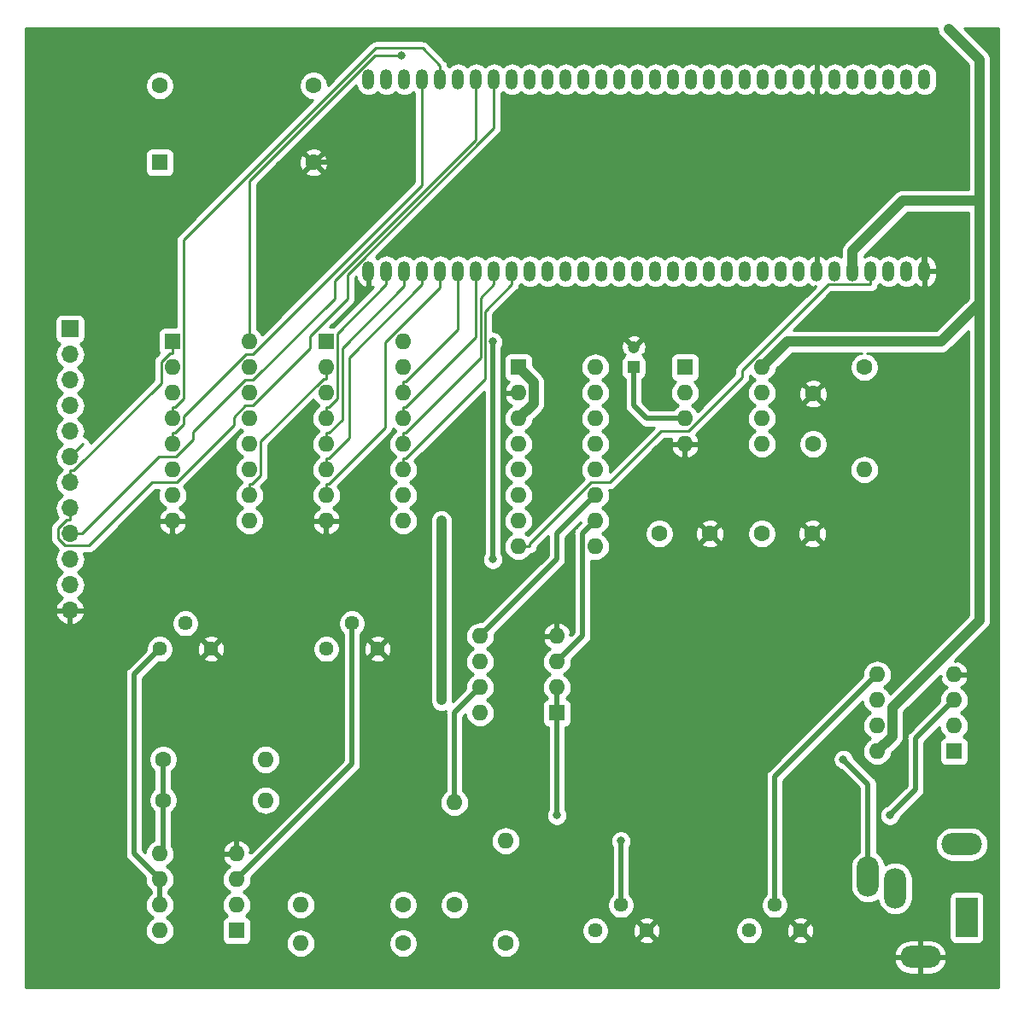
<source format=gbl>
G04 #@! TF.GenerationSoftware,KiCad,Pcbnew,(5.1.4)-1*
G04 #@! TF.CreationDate,2020-01-15T00:46:40+09:00*
G04 #@! TF.ProjectId,m5fm,6d35666d-2e6b-4696-9361-645f70636258,rev?*
G04 #@! TF.SameCoordinates,Original*
G04 #@! TF.FileFunction,Copper,L2,Bot*
G04 #@! TF.FilePolarity,Positive*
%FSLAX46Y46*%
G04 Gerber Fmt 4.6, Leading zero omitted, Abs format (unit mm)*
G04 Created by KiCad (PCBNEW (5.1.4)-1) date 2020-01-15 00:46:40*
%MOMM*%
%LPD*%
G04 APERTURE LIST*
%ADD10C,1.600000*%
%ADD11O,1.200000X2.000000*%
%ADD12O,1.600000X1.600000*%
%ADD13R,1.600000X1.600000*%
%ADD14C,1.440000*%
%ADD15R,1.200000X1.200000*%
%ADD16C,1.200000*%
%ADD17R,1.700000X1.700000*%
%ADD18O,1.700000X1.700000*%
%ADD19R,2.200000X4.000000*%
%ADD20O,4.000000X2.200000*%
%ADD21O,2.200000X4.000000*%
%ADD22C,0.800000*%
%ADD23C,0.500000*%
%ADD24C,0.250000*%
%ADD25C,1.000000*%
%ADD26C,0.254000*%
G04 APERTURE END LIST*
D10*
X140970000Y-64850000D03*
X140970000Y-69850000D03*
D11*
X152019000Y-52705000D03*
X152019000Y-33655000D03*
X150241000Y-52705000D03*
X150241000Y-33655000D03*
X148463000Y-52705000D03*
X148463000Y-33655000D03*
X146685000Y-52705000D03*
X146685000Y-33655000D03*
X144907000Y-52705000D03*
X144907000Y-33655000D03*
X143129000Y-52705000D03*
X143129000Y-33655000D03*
X141351000Y-52705000D03*
X141351000Y-33655000D03*
X139573000Y-52705000D03*
X139573000Y-33655000D03*
X137795000Y-52705000D03*
X137795000Y-33655000D03*
X136017000Y-52705000D03*
X136017000Y-33655000D03*
X134239000Y-52705000D03*
X134239000Y-33655000D03*
X132461000Y-52705000D03*
X132461000Y-33655000D03*
X130683000Y-52705000D03*
X130683000Y-33655000D03*
X128905000Y-52705000D03*
X128905000Y-33655000D03*
X127127000Y-52705000D03*
X127127000Y-33655000D03*
X125349000Y-52705000D03*
X125349000Y-33655000D03*
X123571000Y-52705000D03*
X123571000Y-33655000D03*
X121793000Y-52705000D03*
X121793000Y-33655000D03*
X120015000Y-52705000D03*
X120015000Y-33655000D03*
X118237000Y-52705000D03*
X118237000Y-33655000D03*
X116459000Y-52705000D03*
X116459000Y-33655000D03*
X114681000Y-52705000D03*
X114681000Y-33655000D03*
X112903000Y-52705000D03*
X112903000Y-33655000D03*
X111125000Y-52705000D03*
X111125000Y-33655000D03*
X109347000Y-52705000D03*
X109347000Y-33655000D03*
X107569000Y-52705000D03*
X107569000Y-33655000D03*
X105791000Y-52705000D03*
X105791000Y-33655000D03*
X104013000Y-52705000D03*
X104013000Y-33655000D03*
X102235000Y-52705000D03*
X102235000Y-33655000D03*
X100457000Y-52705000D03*
X100457000Y-33655000D03*
X98679000Y-52705000D03*
X98679000Y-33655000D03*
X96901000Y-52705000D03*
X96901000Y-33655000D03*
D12*
X147320000Y-100330000D03*
X154940000Y-92710000D03*
X147320000Y-97790000D03*
X154940000Y-95250000D03*
X147320000Y-95250000D03*
X154940000Y-97790000D03*
X147320000Y-92710000D03*
D13*
X154940000Y-100330000D03*
D14*
X81280000Y-90170000D03*
X78740000Y-87630000D03*
X76200000Y-90170000D03*
D10*
X135890000Y-78740000D03*
X140890000Y-78740000D03*
X130730000Y-78740000D03*
X125730000Y-78740000D03*
D15*
X123190000Y-62230000D03*
D16*
X123190000Y-60230000D03*
D17*
X67310000Y-58420000D03*
D18*
X67310000Y-60960000D03*
X67310000Y-63500000D03*
X67310000Y-66040000D03*
X67310000Y-68580000D03*
X67310000Y-71120000D03*
X67310000Y-73660000D03*
X67310000Y-76200000D03*
X67310000Y-78740000D03*
X67310000Y-81280000D03*
X67310000Y-83820000D03*
X67310000Y-86360000D03*
D19*
X156210000Y-116840000D03*
D20*
X155710000Y-109540000D03*
D21*
X149110000Y-113940000D03*
X146410000Y-112740000D03*
D20*
X151610000Y-120740000D03*
D12*
X90170000Y-119380000D03*
D10*
X100330000Y-119380000D03*
X100330000Y-115570000D03*
D12*
X90170000Y-115570000D03*
X146050000Y-72390000D03*
D10*
X146050000Y-62230000D03*
X76535000Y-105185000D03*
D12*
X86695000Y-105185000D03*
D10*
X76535000Y-101135000D03*
D12*
X86695000Y-101135000D03*
X110490000Y-109220000D03*
D10*
X110490000Y-119380000D03*
X105410000Y-115570000D03*
D12*
X105410000Y-105410000D03*
D14*
X92710000Y-90170000D03*
X95250000Y-87630000D03*
X97790000Y-90170000D03*
X119380000Y-118110000D03*
X121920000Y-115570000D03*
X124460000Y-118110000D03*
X139700000Y-118110000D03*
X137160000Y-115570000D03*
X134620000Y-118110000D03*
D13*
X77470000Y-59690000D03*
D12*
X85090000Y-77470000D03*
X77470000Y-62230000D03*
X85090000Y-74930000D03*
X77470000Y-64770000D03*
X85090000Y-72390000D03*
X77470000Y-67310000D03*
X85090000Y-69850000D03*
X77470000Y-69850000D03*
X85090000Y-67310000D03*
X77470000Y-72390000D03*
X85090000Y-64770000D03*
X77470000Y-74930000D03*
X85090000Y-62230000D03*
X77470000Y-77470000D03*
X85090000Y-59690000D03*
D13*
X92710000Y-59690000D03*
D12*
X100330000Y-77470000D03*
X92710000Y-62230000D03*
X100330000Y-74930000D03*
X92710000Y-64770000D03*
X100330000Y-72390000D03*
X92710000Y-67310000D03*
X100330000Y-69850000D03*
X92710000Y-69850000D03*
X100330000Y-67310000D03*
X92710000Y-72390000D03*
X100330000Y-64770000D03*
X92710000Y-74930000D03*
X100330000Y-62230000D03*
X92710000Y-77470000D03*
X100330000Y-59690000D03*
X76200000Y-118110000D03*
X83820000Y-110490000D03*
X76200000Y-115570000D03*
X83820000Y-113030000D03*
X76200000Y-113030000D03*
X83820000Y-115570000D03*
X76200000Y-110490000D03*
D13*
X83820000Y-118110000D03*
D12*
X119380000Y-62230000D03*
X111760000Y-80010000D03*
X119380000Y-64770000D03*
X111760000Y-77470000D03*
X119380000Y-67310000D03*
X111760000Y-74930000D03*
X119380000Y-69850000D03*
X111760000Y-72390000D03*
X119380000Y-72390000D03*
X111760000Y-69850000D03*
X119380000Y-74930000D03*
X111760000Y-67310000D03*
X119380000Y-77470000D03*
X111760000Y-64770000D03*
X119380000Y-80010000D03*
D13*
X111760000Y-62230000D03*
X115570000Y-96520000D03*
D12*
X107950000Y-88900000D03*
X115570000Y-93980000D03*
X107950000Y-91440000D03*
X115570000Y-91440000D03*
X107950000Y-93980000D03*
X115570000Y-88900000D03*
X107950000Y-96520000D03*
X135890000Y-62230000D03*
X128270000Y-69850000D03*
X135890000Y-64770000D03*
X128270000Y-67310000D03*
X135890000Y-67310000D03*
X128270000Y-64770000D03*
X135890000Y-69850000D03*
D13*
X128270000Y-62230000D03*
X76200000Y-41910000D03*
D10*
X76200000Y-34290000D03*
X91440000Y-34290000D03*
X91440000Y-41910000D03*
D22*
X91262300Y-110596900D03*
X97790000Y-44450000D03*
X151130000Y-49530000D03*
X100135800Y-31308600D03*
X104140000Y-77470000D03*
X104140000Y-95250000D03*
X157480000Y-76200000D03*
X154420000Y-28690000D03*
X143975000Y-101135000D03*
X148590000Y-106680000D03*
X121920000Y-109220000D03*
X115570000Y-106680000D03*
X109220000Y-81280000D03*
X109220000Y-59690000D03*
D23*
X119380000Y-74930000D02*
X115570000Y-78740000D01*
X115570000Y-78740000D02*
X115570000Y-81280000D01*
X115570000Y-81280000D02*
X107950000Y-88900000D01*
X91440000Y-41910000D02*
X95250000Y-41910000D01*
X95250000Y-41910000D02*
X97790000Y-44450000D01*
X152019000Y-52705000D02*
X152019000Y-50419000D01*
X152019000Y-50419000D02*
X151130000Y-49530000D01*
X115570000Y-91440000D02*
X118110000Y-88900000D01*
X118110000Y-88900000D02*
X118110000Y-78740000D01*
X118110000Y-78740000D02*
X119380000Y-77470000D01*
D24*
X85090000Y-59690000D02*
X85090000Y-43744100D01*
X85090000Y-43744100D02*
X97525500Y-31308600D01*
X97525500Y-31308600D02*
X100135800Y-31308600D01*
D25*
X157480000Y-45720000D02*
X157480000Y-55880000D01*
X154420000Y-28690000D02*
X157480000Y-31750000D01*
X157480000Y-31750000D02*
X157480000Y-45720000D01*
X157480000Y-55880000D02*
X157480000Y-76200000D01*
X111760000Y-62230000D02*
X113260000Y-63730000D01*
X113260000Y-63730000D02*
X113260000Y-65810000D01*
X113260000Y-65810000D02*
X111760000Y-67310000D01*
X104140000Y-95250000D02*
X104140000Y-77470000D01*
X157480000Y-76200000D02*
X157480000Y-87310000D01*
X157480000Y-87310000D02*
X148820000Y-95970000D01*
X148820000Y-95970000D02*
X148820000Y-98830000D01*
X148820000Y-98830000D02*
X147320000Y-100330000D01*
X135890000Y-62230000D02*
X138430000Y-59690000D01*
X138430000Y-59690000D02*
X153670000Y-59690000D01*
X153670000Y-59690000D02*
X157480000Y-55880000D01*
X144907000Y-52705000D02*
X144907000Y-52244500D01*
X149892000Y-45720000D02*
X153670000Y-45720000D01*
X144907000Y-50705000D02*
X149892000Y-45720000D01*
X144907000Y-52705000D02*
X144907000Y-50705000D01*
X151432000Y-45720000D02*
X153670000Y-45720000D01*
X153670000Y-45720000D02*
X157480000Y-45720000D01*
D24*
X67310000Y-71120000D02*
X68580000Y-69850000D01*
X67310000Y-73660000D02*
X67310000Y-72484700D01*
X77470000Y-59690000D02*
X77470000Y-60815300D01*
X77470000Y-60815300D02*
X77188600Y-60815300D01*
X77188600Y-60815300D02*
X76344700Y-61659200D01*
X76344700Y-61659200D02*
X76344700Y-63817300D01*
X76344700Y-63817300D02*
X67677300Y-72484700D01*
X67677300Y-72484700D02*
X67310000Y-72484700D01*
X67310000Y-76200000D02*
X67310000Y-77375300D01*
X67310000Y-77375300D02*
X66942700Y-77375300D01*
X66942700Y-77375300D02*
X66121900Y-78196100D01*
X66121900Y-78196100D02*
X66121900Y-79215400D01*
X66121900Y-79215400D02*
X66844400Y-79937900D01*
X66844400Y-79937900D02*
X69172100Y-79937900D01*
X69172100Y-79937900D02*
X75450000Y-73660000D01*
X75450000Y-73660000D02*
X77871900Y-73660000D01*
X77871900Y-73660000D02*
X83559300Y-67972600D01*
X83559300Y-67972600D02*
X83559300Y-67171800D01*
X83559300Y-67171800D02*
X84691100Y-66040000D01*
X84691100Y-66040000D02*
X85412200Y-66040000D01*
X85412200Y-66040000D02*
X91140700Y-60311500D01*
X91140700Y-60311500D02*
X91140700Y-59125200D01*
X91140700Y-59125200D02*
X94815800Y-55450100D01*
X94815800Y-55450100D02*
X94815800Y-53031500D01*
X94815800Y-53031500D02*
X109347000Y-38500300D01*
X109347000Y-38500300D02*
X109347000Y-33655000D01*
X67310000Y-78740000D02*
X68485300Y-78740000D01*
X68485300Y-78740000D02*
X76105300Y-71120000D01*
X76105300Y-71120000D02*
X77847800Y-71120000D01*
X77847800Y-71120000D02*
X79529500Y-69438300D01*
X79529500Y-69438300D02*
X79529500Y-68674400D01*
X79529500Y-68674400D02*
X84703900Y-63500000D01*
X84703900Y-63500000D02*
X85443100Y-63500000D01*
X85443100Y-63500000D02*
X93524200Y-55418900D01*
X93524200Y-55418900D02*
X93524200Y-53686100D01*
X93524200Y-53686100D02*
X107569000Y-39641300D01*
X107569000Y-39641300D02*
X107569000Y-33655000D01*
D23*
X146410000Y-112740000D02*
X146410000Y-103570000D01*
X146410000Y-103570000D02*
X143975000Y-101135000D01*
X83820000Y-113030000D02*
X95250000Y-101600000D01*
X95250000Y-101600000D02*
X95250000Y-87630000D01*
X148590000Y-106680000D02*
X151130000Y-104140000D01*
X151130000Y-104140000D02*
X151130000Y-99060000D01*
X151130000Y-99060000D02*
X154940000Y-95250000D01*
X121920000Y-115570000D02*
X121920000Y-109220000D01*
X147320000Y-92710000D02*
X137160000Y-102870000D01*
X137160000Y-102870000D02*
X137160000Y-115570000D01*
D24*
X85090000Y-74930000D02*
X85090000Y-73804700D01*
X92710000Y-62230000D02*
X92710000Y-63355300D01*
X92710000Y-63355300D02*
X92428600Y-63355300D01*
X92428600Y-63355300D02*
X86215300Y-69568600D01*
X86215300Y-69568600D02*
X86215300Y-72960800D01*
X86215300Y-72960800D02*
X85371400Y-73804700D01*
X85371400Y-73804700D02*
X85090000Y-73804700D01*
X104013000Y-32329700D02*
X102251200Y-30567900D01*
X102251200Y-30567900D02*
X97629300Y-30567900D01*
X97629300Y-30567900D02*
X78595300Y-49601900D01*
X78595300Y-49601900D02*
X78595300Y-65340800D01*
X78595300Y-65340800D02*
X77751400Y-66184700D01*
X77751400Y-66184700D02*
X77470000Y-66184700D01*
X77470000Y-67310000D02*
X77470000Y-66184700D01*
X104013000Y-33655000D02*
X104013000Y-32329700D01*
X77470000Y-69850000D02*
X77470000Y-68724700D01*
X102235000Y-33655000D02*
X102235000Y-44156100D01*
X102235000Y-44156100D02*
X85431100Y-60960000D01*
X85431100Y-60960000D02*
X84743600Y-60960000D01*
X84743600Y-60960000D02*
X78595300Y-67108300D01*
X78595300Y-67108300D02*
X78595300Y-67880800D01*
X78595300Y-67880800D02*
X77751400Y-68724700D01*
X77751400Y-68724700D02*
X77470000Y-68724700D01*
X111125000Y-52705000D02*
X111125000Y-54030300D01*
X100330000Y-72390000D02*
X100330000Y-71264700D01*
X100330000Y-71264700D02*
X100611300Y-71264700D01*
X100611300Y-71264700D02*
X108494400Y-63381600D01*
X108494400Y-63381600D02*
X108494400Y-56660900D01*
X108494400Y-56660900D02*
X111125000Y-54030300D01*
X98679000Y-52705000D02*
X98679000Y-54030300D01*
X92710000Y-67310000D02*
X92710000Y-66184700D01*
X92710000Y-66184700D02*
X92991400Y-66184700D01*
X92991400Y-66184700D02*
X93835300Y-65340800D01*
X93835300Y-65340800D02*
X93835300Y-58874000D01*
X93835300Y-58874000D02*
X98679000Y-54030300D01*
X100330000Y-69850000D02*
X100330000Y-68724700D01*
X109347000Y-52705000D02*
X109347000Y-54030300D01*
X109347000Y-54030300D02*
X108044000Y-55333300D01*
X108044000Y-55333300D02*
X108044000Y-61292000D01*
X108044000Y-61292000D02*
X100611300Y-68724700D01*
X100611300Y-68724700D02*
X100330000Y-68724700D01*
X92710000Y-69850000D02*
X92710000Y-68724700D01*
X92710000Y-68724700D02*
X92991300Y-68724700D01*
X92991300Y-68724700D02*
X94285700Y-67430300D01*
X94285700Y-67430300D02*
X94285700Y-60300100D01*
X94285700Y-60300100D02*
X100457000Y-54128800D01*
X100457000Y-54128800D02*
X100457000Y-52705000D01*
X100330000Y-67310000D02*
X100330000Y-66184700D01*
X100330000Y-66184700D02*
X100611300Y-66184700D01*
X100611300Y-66184700D02*
X107569000Y-59227000D01*
X107569000Y-59227000D02*
X107569000Y-52705000D01*
X102235000Y-52705000D02*
X102235000Y-54030300D01*
X92710000Y-72390000D02*
X92710000Y-71264700D01*
X92710000Y-71264700D02*
X92991300Y-71264700D01*
X92991300Y-71264700D02*
X95018400Y-69237600D01*
X95018400Y-69237600D02*
X95018400Y-61246900D01*
X95018400Y-61246900D02*
X102235000Y-54030300D01*
X100330000Y-64770000D02*
X100330000Y-63644700D01*
X100330000Y-63644700D02*
X100611300Y-63644700D01*
X100611300Y-63644700D02*
X105791000Y-58465000D01*
X105791000Y-58465000D02*
X105791000Y-52705000D01*
X92710000Y-74930000D02*
X92710000Y-73804700D01*
X92710000Y-73804700D02*
X92991300Y-73804700D01*
X92991300Y-73804700D02*
X98560300Y-68235700D01*
X98560300Y-68235700D02*
X98560300Y-59784400D01*
X98560300Y-59784400D02*
X104013000Y-54331700D01*
X104013000Y-54331700D02*
X104013000Y-52705000D01*
D23*
X123190000Y-62230000D02*
X123190000Y-66040000D01*
X123190000Y-66040000D02*
X124460000Y-67310000D01*
X124460000Y-67310000D02*
X128270000Y-67310000D01*
X76535000Y-105185000D02*
X76535000Y-110155000D01*
X76535000Y-110155000D02*
X76200000Y-110490000D01*
X76535000Y-101135000D02*
X76535000Y-105185000D01*
X115570000Y-96520000D02*
X115570000Y-106680000D01*
X115570000Y-93980000D02*
X115570000Y-96520000D01*
X105410000Y-105410000D02*
X105410000Y-96520000D01*
X105410000Y-96520000D02*
X107950000Y-93980000D01*
X109220000Y-59690000D02*
X109220000Y-81280000D01*
X76200000Y-113030000D02*
X76200000Y-115570000D01*
X76200000Y-90170000D02*
X73660000Y-92710000D01*
X73660000Y-92710000D02*
X73660000Y-110490000D01*
X73660000Y-110490000D02*
X76200000Y-113030000D01*
D24*
X146685000Y-52705000D02*
X146685000Y-54030300D01*
X111760000Y-80010000D02*
X112885300Y-80010000D01*
X112885300Y-80010000D02*
X112885300Y-79728700D01*
X112885300Y-79728700D02*
X118954000Y-73660000D01*
X118954000Y-73660000D02*
X120813000Y-73660000D01*
X120813000Y-73660000D02*
X125893000Y-68580000D01*
X125893000Y-68580000D02*
X128597500Y-68580000D01*
X128597500Y-68580000D02*
X133968400Y-63209100D01*
X133968400Y-63209100D02*
X133968400Y-62534600D01*
X133968400Y-62534600D02*
X142472700Y-54030300D01*
X142472700Y-54030300D02*
X146685000Y-54030300D01*
D26*
G36*
X153279509Y-28690000D02*
G01*
X153301423Y-28912498D01*
X153366324Y-29126446D01*
X153471717Y-29323622D01*
X153578012Y-29453143D01*
X156345000Y-32220133D01*
X156345001Y-44585000D01*
X149947752Y-44585000D01*
X149892000Y-44579509D01*
X149669501Y-44601423D01*
X149455553Y-44666324D01*
X149258377Y-44771716D01*
X149128856Y-44878011D01*
X149128854Y-44878013D01*
X149085551Y-44913551D01*
X149050013Y-44956854D01*
X144143860Y-49863009D01*
X144100552Y-49898551D01*
X143958717Y-50071377D01*
X143908301Y-50165699D01*
X143853324Y-50268554D01*
X143788423Y-50482502D01*
X143766509Y-50705000D01*
X143772001Y-50760761D01*
X143772001Y-51248340D01*
X143603900Y-51158489D01*
X143371101Y-51087870D01*
X143129000Y-51064025D01*
X142886898Y-51087870D01*
X142654099Y-51158489D01*
X142439551Y-51273167D01*
X142251498Y-51427498D01*
X142237721Y-51444285D01*
X142134474Y-51341922D01*
X141931533Y-51207579D01*
X141706282Y-51115409D01*
X141668609Y-51111538D01*
X141478000Y-51236269D01*
X141478000Y-52578000D01*
X141498000Y-52578000D01*
X141498000Y-52832000D01*
X141478000Y-52832000D01*
X141478000Y-52852000D01*
X141224000Y-52852000D01*
X141224000Y-52832000D01*
X141204000Y-52832000D01*
X141204000Y-52578000D01*
X141224000Y-52578000D01*
X141224000Y-51236269D01*
X141033391Y-51111538D01*
X140995718Y-51115409D01*
X140770467Y-51207579D01*
X140567526Y-51341922D01*
X140464279Y-51444285D01*
X140450502Y-51427498D01*
X140262448Y-51273167D01*
X140047900Y-51158489D01*
X139815101Y-51087870D01*
X139573000Y-51064025D01*
X139330898Y-51087870D01*
X139098099Y-51158489D01*
X138883551Y-51273167D01*
X138695498Y-51427498D01*
X138684000Y-51441508D01*
X138672502Y-51427498D01*
X138484448Y-51273167D01*
X138269900Y-51158489D01*
X138037101Y-51087870D01*
X137795000Y-51064025D01*
X137552898Y-51087870D01*
X137320099Y-51158489D01*
X137105551Y-51273167D01*
X136917498Y-51427498D01*
X136906000Y-51441508D01*
X136894502Y-51427498D01*
X136706448Y-51273167D01*
X136491900Y-51158489D01*
X136259101Y-51087870D01*
X136017000Y-51064025D01*
X135774898Y-51087870D01*
X135542099Y-51158489D01*
X135327551Y-51273167D01*
X135139498Y-51427498D01*
X135128000Y-51441508D01*
X135116502Y-51427498D01*
X134928448Y-51273167D01*
X134713900Y-51158489D01*
X134481101Y-51087870D01*
X134239000Y-51064025D01*
X133996898Y-51087870D01*
X133764099Y-51158489D01*
X133549551Y-51273167D01*
X133361498Y-51427498D01*
X133350000Y-51441508D01*
X133338502Y-51427498D01*
X133150448Y-51273167D01*
X132935900Y-51158489D01*
X132703101Y-51087870D01*
X132461000Y-51064025D01*
X132218898Y-51087870D01*
X131986099Y-51158489D01*
X131771551Y-51273167D01*
X131583498Y-51427498D01*
X131572000Y-51441508D01*
X131560502Y-51427498D01*
X131372448Y-51273167D01*
X131157900Y-51158489D01*
X130925101Y-51087870D01*
X130683000Y-51064025D01*
X130440898Y-51087870D01*
X130208099Y-51158489D01*
X129993551Y-51273167D01*
X129805498Y-51427498D01*
X129794000Y-51441508D01*
X129782502Y-51427498D01*
X129594448Y-51273167D01*
X129379900Y-51158489D01*
X129147101Y-51087870D01*
X128905000Y-51064025D01*
X128662898Y-51087870D01*
X128430099Y-51158489D01*
X128215551Y-51273167D01*
X128027498Y-51427498D01*
X128016000Y-51441508D01*
X128004502Y-51427498D01*
X127816448Y-51273167D01*
X127601900Y-51158489D01*
X127369101Y-51087870D01*
X127127000Y-51064025D01*
X126884898Y-51087870D01*
X126652099Y-51158489D01*
X126437551Y-51273167D01*
X126249498Y-51427498D01*
X126238000Y-51441508D01*
X126226502Y-51427498D01*
X126038448Y-51273167D01*
X125823900Y-51158489D01*
X125591101Y-51087870D01*
X125349000Y-51064025D01*
X125106898Y-51087870D01*
X124874099Y-51158489D01*
X124659551Y-51273167D01*
X124471498Y-51427498D01*
X124460000Y-51441508D01*
X124448502Y-51427498D01*
X124260448Y-51273167D01*
X124045900Y-51158489D01*
X123813101Y-51087870D01*
X123571000Y-51064025D01*
X123328898Y-51087870D01*
X123096099Y-51158489D01*
X122881551Y-51273167D01*
X122693498Y-51427498D01*
X122682000Y-51441508D01*
X122670502Y-51427498D01*
X122482448Y-51273167D01*
X122267900Y-51158489D01*
X122035101Y-51087870D01*
X121793000Y-51064025D01*
X121550898Y-51087870D01*
X121318099Y-51158489D01*
X121103551Y-51273167D01*
X120915498Y-51427498D01*
X120904000Y-51441508D01*
X120892502Y-51427498D01*
X120704448Y-51273167D01*
X120489900Y-51158489D01*
X120257101Y-51087870D01*
X120015000Y-51064025D01*
X119772898Y-51087870D01*
X119540099Y-51158489D01*
X119325551Y-51273167D01*
X119137498Y-51427498D01*
X119126000Y-51441508D01*
X119114502Y-51427498D01*
X118926448Y-51273167D01*
X118711900Y-51158489D01*
X118479101Y-51087870D01*
X118237000Y-51064025D01*
X117994898Y-51087870D01*
X117762099Y-51158489D01*
X117547551Y-51273167D01*
X117359498Y-51427498D01*
X117348000Y-51441508D01*
X117336502Y-51427498D01*
X117148448Y-51273167D01*
X116933900Y-51158489D01*
X116701101Y-51087870D01*
X116459000Y-51064025D01*
X116216898Y-51087870D01*
X115984099Y-51158489D01*
X115769551Y-51273167D01*
X115581498Y-51427498D01*
X115570000Y-51441508D01*
X115558502Y-51427498D01*
X115370448Y-51273167D01*
X115155900Y-51158489D01*
X114923101Y-51087870D01*
X114681000Y-51064025D01*
X114438898Y-51087870D01*
X114206099Y-51158489D01*
X113991551Y-51273167D01*
X113803498Y-51427498D01*
X113792000Y-51441508D01*
X113780502Y-51427498D01*
X113592448Y-51273167D01*
X113377900Y-51158489D01*
X113145101Y-51087870D01*
X112903000Y-51064025D01*
X112660898Y-51087870D01*
X112428099Y-51158489D01*
X112213551Y-51273167D01*
X112025498Y-51427498D01*
X112014000Y-51441508D01*
X112002502Y-51427498D01*
X111814448Y-51273167D01*
X111599900Y-51158489D01*
X111367101Y-51087870D01*
X111125000Y-51064025D01*
X110882898Y-51087870D01*
X110650099Y-51158489D01*
X110435551Y-51273167D01*
X110247498Y-51427498D01*
X110236000Y-51441508D01*
X110224502Y-51427498D01*
X110036448Y-51273167D01*
X109821900Y-51158489D01*
X109589101Y-51087870D01*
X109347000Y-51064025D01*
X109104898Y-51087870D01*
X108872099Y-51158489D01*
X108657551Y-51273167D01*
X108469498Y-51427498D01*
X108458000Y-51441508D01*
X108446502Y-51427498D01*
X108258448Y-51273167D01*
X108043900Y-51158489D01*
X107811101Y-51087870D01*
X107569000Y-51064025D01*
X107326898Y-51087870D01*
X107094099Y-51158489D01*
X106879551Y-51273167D01*
X106691498Y-51427498D01*
X106680000Y-51441508D01*
X106668502Y-51427498D01*
X106480448Y-51273167D01*
X106265900Y-51158489D01*
X106033101Y-51087870D01*
X105791000Y-51064025D01*
X105548898Y-51087870D01*
X105316099Y-51158489D01*
X105101551Y-51273167D01*
X104913498Y-51427498D01*
X104902000Y-51441508D01*
X104890502Y-51427498D01*
X104702448Y-51273167D01*
X104487900Y-51158489D01*
X104255101Y-51087870D01*
X104013000Y-51064025D01*
X103770898Y-51087870D01*
X103538099Y-51158489D01*
X103323551Y-51273167D01*
X103135498Y-51427498D01*
X103124000Y-51441508D01*
X103112502Y-51427498D01*
X102924448Y-51273167D01*
X102709900Y-51158489D01*
X102477101Y-51087870D01*
X102235000Y-51064025D01*
X101992898Y-51087870D01*
X101760099Y-51158489D01*
X101545551Y-51273167D01*
X101357498Y-51427498D01*
X101346000Y-51441508D01*
X101334502Y-51427498D01*
X101146448Y-51273167D01*
X100931900Y-51158489D01*
X100699101Y-51087870D01*
X100457000Y-51064025D01*
X100214898Y-51087870D01*
X99982099Y-51158489D01*
X99767551Y-51273167D01*
X99579498Y-51427498D01*
X99568000Y-51441508D01*
X99556502Y-51427498D01*
X99368448Y-51273167D01*
X99153900Y-51158489D01*
X98921101Y-51087870D01*
X98679000Y-51064025D01*
X98436898Y-51087870D01*
X98204099Y-51158489D01*
X97989551Y-51273167D01*
X97801498Y-51427498D01*
X97787721Y-51444285D01*
X97684474Y-51341922D01*
X97621721Y-51300381D01*
X109858004Y-39064098D01*
X109887001Y-39040301D01*
X109914884Y-39006326D01*
X109981974Y-38924577D01*
X110052546Y-38792547D01*
X110052546Y-38792546D01*
X110096003Y-38649286D01*
X110107000Y-38537633D01*
X110107000Y-38537624D01*
X110110676Y-38500301D01*
X110107000Y-38462978D01*
X110107000Y-35028933D01*
X110224502Y-34932502D01*
X110236001Y-34918491D01*
X110247499Y-34932502D01*
X110435552Y-35086833D01*
X110650100Y-35201511D01*
X110882899Y-35272130D01*
X111125000Y-35295975D01*
X111367102Y-35272130D01*
X111599901Y-35201511D01*
X111814449Y-35086833D01*
X112002502Y-34932502D01*
X112014001Y-34918491D01*
X112025499Y-34932502D01*
X112213552Y-35086833D01*
X112428100Y-35201511D01*
X112660899Y-35272130D01*
X112903000Y-35295975D01*
X113145102Y-35272130D01*
X113377901Y-35201511D01*
X113592449Y-35086833D01*
X113780502Y-34932502D01*
X113792001Y-34918491D01*
X113803499Y-34932502D01*
X113991552Y-35086833D01*
X114206100Y-35201511D01*
X114438899Y-35272130D01*
X114681000Y-35295975D01*
X114923102Y-35272130D01*
X115155901Y-35201511D01*
X115370449Y-35086833D01*
X115558502Y-34932502D01*
X115570001Y-34918491D01*
X115581499Y-34932502D01*
X115769552Y-35086833D01*
X115984100Y-35201511D01*
X116216899Y-35272130D01*
X116459000Y-35295975D01*
X116701102Y-35272130D01*
X116933901Y-35201511D01*
X117148449Y-35086833D01*
X117336502Y-34932502D01*
X117348001Y-34918491D01*
X117359499Y-34932502D01*
X117547552Y-35086833D01*
X117762100Y-35201511D01*
X117994899Y-35272130D01*
X118237000Y-35295975D01*
X118479102Y-35272130D01*
X118711901Y-35201511D01*
X118926449Y-35086833D01*
X119114502Y-34932502D01*
X119126001Y-34918491D01*
X119137499Y-34932502D01*
X119325552Y-35086833D01*
X119540100Y-35201511D01*
X119772899Y-35272130D01*
X120015000Y-35295975D01*
X120257102Y-35272130D01*
X120489901Y-35201511D01*
X120704449Y-35086833D01*
X120892502Y-34932502D01*
X120904001Y-34918491D01*
X120915499Y-34932502D01*
X121103552Y-35086833D01*
X121318100Y-35201511D01*
X121550899Y-35272130D01*
X121793000Y-35295975D01*
X122035102Y-35272130D01*
X122267901Y-35201511D01*
X122482449Y-35086833D01*
X122670502Y-34932502D01*
X122682001Y-34918491D01*
X122693499Y-34932502D01*
X122881552Y-35086833D01*
X123096100Y-35201511D01*
X123328899Y-35272130D01*
X123571000Y-35295975D01*
X123813102Y-35272130D01*
X124045901Y-35201511D01*
X124260449Y-35086833D01*
X124448502Y-34932502D01*
X124460001Y-34918491D01*
X124471499Y-34932502D01*
X124659552Y-35086833D01*
X124874100Y-35201511D01*
X125106899Y-35272130D01*
X125349000Y-35295975D01*
X125591102Y-35272130D01*
X125823901Y-35201511D01*
X126038449Y-35086833D01*
X126226502Y-34932502D01*
X126238001Y-34918491D01*
X126249499Y-34932502D01*
X126437552Y-35086833D01*
X126652100Y-35201511D01*
X126884899Y-35272130D01*
X127127000Y-35295975D01*
X127369102Y-35272130D01*
X127601901Y-35201511D01*
X127816449Y-35086833D01*
X128004502Y-34932502D01*
X128016001Y-34918491D01*
X128027499Y-34932502D01*
X128215552Y-35086833D01*
X128430100Y-35201511D01*
X128662899Y-35272130D01*
X128905000Y-35295975D01*
X129147102Y-35272130D01*
X129379901Y-35201511D01*
X129594449Y-35086833D01*
X129782502Y-34932502D01*
X129794001Y-34918491D01*
X129805499Y-34932502D01*
X129993552Y-35086833D01*
X130208100Y-35201511D01*
X130440899Y-35272130D01*
X130683000Y-35295975D01*
X130925102Y-35272130D01*
X131157901Y-35201511D01*
X131372449Y-35086833D01*
X131560502Y-34932502D01*
X131572001Y-34918491D01*
X131583499Y-34932502D01*
X131771552Y-35086833D01*
X131986100Y-35201511D01*
X132218899Y-35272130D01*
X132461000Y-35295975D01*
X132703102Y-35272130D01*
X132935901Y-35201511D01*
X133150449Y-35086833D01*
X133338502Y-34932502D01*
X133350001Y-34918491D01*
X133361499Y-34932502D01*
X133549552Y-35086833D01*
X133764100Y-35201511D01*
X133996899Y-35272130D01*
X134239000Y-35295975D01*
X134481102Y-35272130D01*
X134713901Y-35201511D01*
X134928449Y-35086833D01*
X135116502Y-34932502D01*
X135128001Y-34918491D01*
X135139499Y-34932502D01*
X135327552Y-35086833D01*
X135542100Y-35201511D01*
X135774899Y-35272130D01*
X136017000Y-35295975D01*
X136259102Y-35272130D01*
X136491901Y-35201511D01*
X136706449Y-35086833D01*
X136894502Y-34932502D01*
X136906001Y-34918491D01*
X136917499Y-34932502D01*
X137105552Y-35086833D01*
X137320100Y-35201511D01*
X137552899Y-35272130D01*
X137795000Y-35295975D01*
X138037102Y-35272130D01*
X138269901Y-35201511D01*
X138484449Y-35086833D01*
X138672502Y-34932502D01*
X138684001Y-34918491D01*
X138695499Y-34932502D01*
X138883552Y-35086833D01*
X139098100Y-35201511D01*
X139330899Y-35272130D01*
X139573000Y-35295975D01*
X139815102Y-35272130D01*
X140047901Y-35201511D01*
X140262449Y-35086833D01*
X140450502Y-34932502D01*
X140464279Y-34915715D01*
X140567526Y-35018078D01*
X140770467Y-35152421D01*
X140995718Y-35244591D01*
X141033391Y-35248462D01*
X141224000Y-35123731D01*
X141224000Y-33782000D01*
X141204000Y-33782000D01*
X141204000Y-33528000D01*
X141224000Y-33528000D01*
X141224000Y-32186269D01*
X141478000Y-32186269D01*
X141478000Y-33528000D01*
X141498000Y-33528000D01*
X141498000Y-33782000D01*
X141478000Y-33782000D01*
X141478000Y-35123731D01*
X141668609Y-35248462D01*
X141706282Y-35244591D01*
X141931533Y-35152421D01*
X142134474Y-35018078D01*
X142237722Y-34915714D01*
X142251499Y-34932502D01*
X142439552Y-35086833D01*
X142654100Y-35201511D01*
X142886899Y-35272130D01*
X143129000Y-35295975D01*
X143371102Y-35272130D01*
X143603901Y-35201511D01*
X143818449Y-35086833D01*
X144006502Y-34932502D01*
X144018001Y-34918491D01*
X144029499Y-34932502D01*
X144217552Y-35086833D01*
X144432100Y-35201511D01*
X144664899Y-35272130D01*
X144907000Y-35295975D01*
X145149102Y-35272130D01*
X145381901Y-35201511D01*
X145596449Y-35086833D01*
X145784502Y-34932502D01*
X145796001Y-34918491D01*
X145807499Y-34932502D01*
X145995552Y-35086833D01*
X146210100Y-35201511D01*
X146442899Y-35272130D01*
X146685000Y-35295975D01*
X146927102Y-35272130D01*
X147159901Y-35201511D01*
X147374449Y-35086833D01*
X147562502Y-34932502D01*
X147574001Y-34918491D01*
X147585499Y-34932502D01*
X147773552Y-35086833D01*
X147988100Y-35201511D01*
X148220899Y-35272130D01*
X148463000Y-35295975D01*
X148705102Y-35272130D01*
X148937901Y-35201511D01*
X149152449Y-35086833D01*
X149340502Y-34932502D01*
X149352001Y-34918491D01*
X149363499Y-34932502D01*
X149551552Y-35086833D01*
X149766100Y-35201511D01*
X149998899Y-35272130D01*
X150241000Y-35295975D01*
X150483102Y-35272130D01*
X150715901Y-35201511D01*
X150930449Y-35086833D01*
X151118502Y-34932502D01*
X151130001Y-34918491D01*
X151141499Y-34932502D01*
X151329552Y-35086833D01*
X151544100Y-35201511D01*
X151776899Y-35272130D01*
X152019000Y-35295975D01*
X152261102Y-35272130D01*
X152493901Y-35201511D01*
X152708449Y-35086833D01*
X152896502Y-34932502D01*
X153050833Y-34744449D01*
X153165511Y-34529901D01*
X153236130Y-34297101D01*
X153254000Y-34115664D01*
X153254000Y-33194335D01*
X153236130Y-33012898D01*
X153165511Y-32780099D01*
X153050833Y-32565551D01*
X152896502Y-32377498D01*
X152708448Y-32223167D01*
X152493900Y-32108489D01*
X152261101Y-32037870D01*
X152019000Y-32014025D01*
X151776898Y-32037870D01*
X151544099Y-32108489D01*
X151329551Y-32223167D01*
X151141498Y-32377498D01*
X151130000Y-32391508D01*
X151118502Y-32377498D01*
X150930448Y-32223167D01*
X150715900Y-32108489D01*
X150483101Y-32037870D01*
X150241000Y-32014025D01*
X149998898Y-32037870D01*
X149766099Y-32108489D01*
X149551551Y-32223167D01*
X149363498Y-32377498D01*
X149352000Y-32391508D01*
X149340502Y-32377498D01*
X149152448Y-32223167D01*
X148937900Y-32108489D01*
X148705101Y-32037870D01*
X148463000Y-32014025D01*
X148220898Y-32037870D01*
X147988099Y-32108489D01*
X147773551Y-32223167D01*
X147585498Y-32377498D01*
X147574000Y-32391508D01*
X147562502Y-32377498D01*
X147374448Y-32223167D01*
X147159900Y-32108489D01*
X146927101Y-32037870D01*
X146685000Y-32014025D01*
X146442898Y-32037870D01*
X146210099Y-32108489D01*
X145995551Y-32223167D01*
X145807498Y-32377498D01*
X145796000Y-32391508D01*
X145784502Y-32377498D01*
X145596448Y-32223167D01*
X145381900Y-32108489D01*
X145149101Y-32037870D01*
X144907000Y-32014025D01*
X144664898Y-32037870D01*
X144432099Y-32108489D01*
X144217551Y-32223167D01*
X144029498Y-32377498D01*
X144018000Y-32391508D01*
X144006502Y-32377498D01*
X143818448Y-32223167D01*
X143603900Y-32108489D01*
X143371101Y-32037870D01*
X143129000Y-32014025D01*
X142886898Y-32037870D01*
X142654099Y-32108489D01*
X142439551Y-32223167D01*
X142251498Y-32377498D01*
X142237721Y-32394285D01*
X142134474Y-32291922D01*
X141931533Y-32157579D01*
X141706282Y-32065409D01*
X141668609Y-32061538D01*
X141478000Y-32186269D01*
X141224000Y-32186269D01*
X141033391Y-32061538D01*
X140995718Y-32065409D01*
X140770467Y-32157579D01*
X140567526Y-32291922D01*
X140464279Y-32394285D01*
X140450502Y-32377498D01*
X140262448Y-32223167D01*
X140047900Y-32108489D01*
X139815101Y-32037870D01*
X139573000Y-32014025D01*
X139330898Y-32037870D01*
X139098099Y-32108489D01*
X138883551Y-32223167D01*
X138695498Y-32377498D01*
X138684000Y-32391508D01*
X138672502Y-32377498D01*
X138484448Y-32223167D01*
X138269900Y-32108489D01*
X138037101Y-32037870D01*
X137795000Y-32014025D01*
X137552898Y-32037870D01*
X137320099Y-32108489D01*
X137105551Y-32223167D01*
X136917498Y-32377498D01*
X136906000Y-32391508D01*
X136894502Y-32377498D01*
X136706448Y-32223167D01*
X136491900Y-32108489D01*
X136259101Y-32037870D01*
X136017000Y-32014025D01*
X135774898Y-32037870D01*
X135542099Y-32108489D01*
X135327551Y-32223167D01*
X135139498Y-32377498D01*
X135128000Y-32391508D01*
X135116502Y-32377498D01*
X134928448Y-32223167D01*
X134713900Y-32108489D01*
X134481101Y-32037870D01*
X134239000Y-32014025D01*
X133996898Y-32037870D01*
X133764099Y-32108489D01*
X133549551Y-32223167D01*
X133361498Y-32377498D01*
X133350000Y-32391508D01*
X133338502Y-32377498D01*
X133150448Y-32223167D01*
X132935900Y-32108489D01*
X132703101Y-32037870D01*
X132461000Y-32014025D01*
X132218898Y-32037870D01*
X131986099Y-32108489D01*
X131771551Y-32223167D01*
X131583498Y-32377498D01*
X131572000Y-32391508D01*
X131560502Y-32377498D01*
X131372448Y-32223167D01*
X131157900Y-32108489D01*
X130925101Y-32037870D01*
X130683000Y-32014025D01*
X130440898Y-32037870D01*
X130208099Y-32108489D01*
X129993551Y-32223167D01*
X129805498Y-32377498D01*
X129794000Y-32391508D01*
X129782502Y-32377498D01*
X129594448Y-32223167D01*
X129379900Y-32108489D01*
X129147101Y-32037870D01*
X128905000Y-32014025D01*
X128662898Y-32037870D01*
X128430099Y-32108489D01*
X128215551Y-32223167D01*
X128027498Y-32377498D01*
X128016000Y-32391508D01*
X128004502Y-32377498D01*
X127816448Y-32223167D01*
X127601900Y-32108489D01*
X127369101Y-32037870D01*
X127127000Y-32014025D01*
X126884898Y-32037870D01*
X126652099Y-32108489D01*
X126437551Y-32223167D01*
X126249498Y-32377498D01*
X126238000Y-32391508D01*
X126226502Y-32377498D01*
X126038448Y-32223167D01*
X125823900Y-32108489D01*
X125591101Y-32037870D01*
X125349000Y-32014025D01*
X125106898Y-32037870D01*
X124874099Y-32108489D01*
X124659551Y-32223167D01*
X124471498Y-32377498D01*
X124460000Y-32391508D01*
X124448502Y-32377498D01*
X124260448Y-32223167D01*
X124045900Y-32108489D01*
X123813101Y-32037870D01*
X123571000Y-32014025D01*
X123328898Y-32037870D01*
X123096099Y-32108489D01*
X122881551Y-32223167D01*
X122693498Y-32377498D01*
X122682000Y-32391508D01*
X122670502Y-32377498D01*
X122482448Y-32223167D01*
X122267900Y-32108489D01*
X122035101Y-32037870D01*
X121793000Y-32014025D01*
X121550898Y-32037870D01*
X121318099Y-32108489D01*
X121103551Y-32223167D01*
X120915498Y-32377498D01*
X120904000Y-32391508D01*
X120892502Y-32377498D01*
X120704448Y-32223167D01*
X120489900Y-32108489D01*
X120257101Y-32037870D01*
X120015000Y-32014025D01*
X119772898Y-32037870D01*
X119540099Y-32108489D01*
X119325551Y-32223167D01*
X119137498Y-32377498D01*
X119126000Y-32391508D01*
X119114502Y-32377498D01*
X118926448Y-32223167D01*
X118711900Y-32108489D01*
X118479101Y-32037870D01*
X118237000Y-32014025D01*
X117994898Y-32037870D01*
X117762099Y-32108489D01*
X117547551Y-32223167D01*
X117359498Y-32377498D01*
X117348000Y-32391508D01*
X117336502Y-32377498D01*
X117148448Y-32223167D01*
X116933900Y-32108489D01*
X116701101Y-32037870D01*
X116459000Y-32014025D01*
X116216898Y-32037870D01*
X115984099Y-32108489D01*
X115769551Y-32223167D01*
X115581498Y-32377498D01*
X115570000Y-32391508D01*
X115558502Y-32377498D01*
X115370448Y-32223167D01*
X115155900Y-32108489D01*
X114923101Y-32037870D01*
X114681000Y-32014025D01*
X114438898Y-32037870D01*
X114206099Y-32108489D01*
X113991551Y-32223167D01*
X113803498Y-32377498D01*
X113792000Y-32391508D01*
X113780502Y-32377498D01*
X113592448Y-32223167D01*
X113377900Y-32108489D01*
X113145101Y-32037870D01*
X112903000Y-32014025D01*
X112660898Y-32037870D01*
X112428099Y-32108489D01*
X112213551Y-32223167D01*
X112025498Y-32377498D01*
X112014000Y-32391508D01*
X112002502Y-32377498D01*
X111814448Y-32223167D01*
X111599900Y-32108489D01*
X111367101Y-32037870D01*
X111125000Y-32014025D01*
X110882898Y-32037870D01*
X110650099Y-32108489D01*
X110435551Y-32223167D01*
X110247498Y-32377498D01*
X110236000Y-32391508D01*
X110224502Y-32377498D01*
X110036448Y-32223167D01*
X109821900Y-32108489D01*
X109589101Y-32037870D01*
X109347000Y-32014025D01*
X109104898Y-32037870D01*
X108872099Y-32108489D01*
X108657551Y-32223167D01*
X108469498Y-32377498D01*
X108458000Y-32391508D01*
X108446502Y-32377498D01*
X108258448Y-32223167D01*
X108043900Y-32108489D01*
X107811101Y-32037870D01*
X107569000Y-32014025D01*
X107326898Y-32037870D01*
X107094099Y-32108489D01*
X106879551Y-32223167D01*
X106691498Y-32377498D01*
X106680000Y-32391508D01*
X106668502Y-32377498D01*
X106480448Y-32223167D01*
X106265900Y-32108489D01*
X106033101Y-32037870D01*
X105791000Y-32014025D01*
X105548898Y-32037870D01*
X105316099Y-32108489D01*
X105101551Y-32223167D01*
X104913498Y-32377498D01*
X104902000Y-32391508D01*
X104890502Y-32377498D01*
X104771789Y-32280073D01*
X104762003Y-32180714D01*
X104718546Y-32037453D01*
X104647974Y-31905424D01*
X104577543Y-31819603D01*
X104576799Y-31818696D01*
X104576795Y-31818692D01*
X104553001Y-31789699D01*
X104524008Y-31765905D01*
X102815003Y-30056902D01*
X102791201Y-30027899D01*
X102675476Y-29932926D01*
X102543447Y-29862354D01*
X102400186Y-29818897D01*
X102288533Y-29807900D01*
X102288522Y-29807900D01*
X102251200Y-29804224D01*
X102213878Y-29807900D01*
X97666623Y-29807900D01*
X97629300Y-29804224D01*
X97591977Y-29807900D01*
X97591967Y-29807900D01*
X97480314Y-29818897D01*
X97337053Y-29862354D01*
X97205023Y-29932926D01*
X97121383Y-30001568D01*
X97089299Y-30027899D01*
X97065501Y-30056897D01*
X92875000Y-34247398D01*
X92875000Y-34148665D01*
X92819853Y-33871426D01*
X92711680Y-33610273D01*
X92554637Y-33375241D01*
X92354759Y-33175363D01*
X92119727Y-33018320D01*
X91858574Y-32910147D01*
X91581335Y-32855000D01*
X91298665Y-32855000D01*
X91021426Y-32910147D01*
X90760273Y-33018320D01*
X90525241Y-33175363D01*
X90325363Y-33375241D01*
X90168320Y-33610273D01*
X90060147Y-33871426D01*
X90005000Y-34148665D01*
X90005000Y-34431335D01*
X90060147Y-34708574D01*
X90168320Y-34969727D01*
X90325363Y-35204759D01*
X90525241Y-35404637D01*
X90760273Y-35561680D01*
X91021426Y-35669853D01*
X91298665Y-35725000D01*
X91397398Y-35725000D01*
X78084303Y-49038096D01*
X78055299Y-49061899D01*
X78000171Y-49129074D01*
X77960326Y-49177624D01*
X77889755Y-49309653D01*
X77889754Y-49309654D01*
X77846297Y-49452915D01*
X77835300Y-49564568D01*
X77835300Y-49564578D01*
X77831624Y-49601900D01*
X77835300Y-49639222D01*
X77835301Y-58251928D01*
X76670000Y-58251928D01*
X76545518Y-58264188D01*
X76425820Y-58300498D01*
X76315506Y-58359463D01*
X76218815Y-58438815D01*
X76139463Y-58535506D01*
X76080498Y-58645820D01*
X76044188Y-58765518D01*
X76031928Y-58890000D01*
X76031928Y-60490000D01*
X76044188Y-60614482D01*
X76080498Y-60734180D01*
X76120354Y-60808744D01*
X75833702Y-61095397D01*
X75804699Y-61119199D01*
X75757818Y-61176324D01*
X75709726Y-61234924D01*
X75660883Y-61326303D01*
X75639154Y-61366954D01*
X75595697Y-61510215D01*
X75584700Y-61621868D01*
X75584700Y-61621878D01*
X75581024Y-61659200D01*
X75584700Y-61696523D01*
X75584701Y-63502497D01*
X69334129Y-69753070D01*
X69329002Y-69701015D01*
X69285546Y-69557754D01*
X69214973Y-69425725D01*
X69120001Y-69309999D01*
X69004275Y-69215027D01*
X68872246Y-69144454D01*
X68728985Y-69100998D01*
X68704509Y-69098587D01*
X68773513Y-68871111D01*
X68802185Y-68580000D01*
X68773513Y-68288889D01*
X68688599Y-68008966D01*
X68550706Y-67750986D01*
X68365134Y-67524866D01*
X68139014Y-67339294D01*
X68084209Y-67310000D01*
X68139014Y-67280706D01*
X68365134Y-67095134D01*
X68550706Y-66869014D01*
X68688599Y-66611034D01*
X68773513Y-66331111D01*
X68802185Y-66040000D01*
X68773513Y-65748889D01*
X68688599Y-65468966D01*
X68550706Y-65210986D01*
X68365134Y-64984866D01*
X68139014Y-64799294D01*
X68084209Y-64770000D01*
X68139014Y-64740706D01*
X68365134Y-64555134D01*
X68550706Y-64329014D01*
X68688599Y-64071034D01*
X68773513Y-63791111D01*
X68802185Y-63500000D01*
X68773513Y-63208889D01*
X68688599Y-62928966D01*
X68550706Y-62670986D01*
X68365134Y-62444866D01*
X68139014Y-62259294D01*
X68084209Y-62230000D01*
X68139014Y-62200706D01*
X68365134Y-62015134D01*
X68550706Y-61789014D01*
X68688599Y-61531034D01*
X68773513Y-61251111D01*
X68802185Y-60960000D01*
X68773513Y-60668889D01*
X68688599Y-60388966D01*
X68550706Y-60130986D01*
X68365134Y-59904866D01*
X68335313Y-59880393D01*
X68404180Y-59859502D01*
X68514494Y-59800537D01*
X68611185Y-59721185D01*
X68690537Y-59624494D01*
X68749502Y-59514180D01*
X68785812Y-59394482D01*
X68798072Y-59270000D01*
X68798072Y-57570000D01*
X68785812Y-57445518D01*
X68749502Y-57325820D01*
X68690537Y-57215506D01*
X68611185Y-57118815D01*
X68514494Y-57039463D01*
X68404180Y-56980498D01*
X68284482Y-56944188D01*
X68160000Y-56931928D01*
X66460000Y-56931928D01*
X66335518Y-56944188D01*
X66215820Y-56980498D01*
X66105506Y-57039463D01*
X66008815Y-57118815D01*
X65929463Y-57215506D01*
X65870498Y-57325820D01*
X65834188Y-57445518D01*
X65821928Y-57570000D01*
X65821928Y-59270000D01*
X65834188Y-59394482D01*
X65870498Y-59514180D01*
X65929463Y-59624494D01*
X66008815Y-59721185D01*
X66105506Y-59800537D01*
X66215820Y-59859502D01*
X66284687Y-59880393D01*
X66254866Y-59904866D01*
X66069294Y-60130986D01*
X65931401Y-60388966D01*
X65846487Y-60668889D01*
X65817815Y-60960000D01*
X65846487Y-61251111D01*
X65931401Y-61531034D01*
X66069294Y-61789014D01*
X66254866Y-62015134D01*
X66480986Y-62200706D01*
X66535791Y-62230000D01*
X66480986Y-62259294D01*
X66254866Y-62444866D01*
X66069294Y-62670986D01*
X65931401Y-62928966D01*
X65846487Y-63208889D01*
X65817815Y-63500000D01*
X65846487Y-63791111D01*
X65931401Y-64071034D01*
X66069294Y-64329014D01*
X66254866Y-64555134D01*
X66480986Y-64740706D01*
X66535791Y-64770000D01*
X66480986Y-64799294D01*
X66254866Y-64984866D01*
X66069294Y-65210986D01*
X65931401Y-65468966D01*
X65846487Y-65748889D01*
X65817815Y-66040000D01*
X65846487Y-66331111D01*
X65931401Y-66611034D01*
X66069294Y-66869014D01*
X66254866Y-67095134D01*
X66480986Y-67280706D01*
X66535791Y-67310000D01*
X66480986Y-67339294D01*
X66254866Y-67524866D01*
X66069294Y-67750986D01*
X65931401Y-68008966D01*
X65846487Y-68288889D01*
X65817815Y-68580000D01*
X65846487Y-68871111D01*
X65931401Y-69151034D01*
X66069294Y-69409014D01*
X66254866Y-69635134D01*
X66480986Y-69820706D01*
X66535791Y-69850000D01*
X66480986Y-69879294D01*
X66254866Y-70064866D01*
X66069294Y-70290986D01*
X65931401Y-70548966D01*
X65846487Y-70828889D01*
X65817815Y-71120000D01*
X65846487Y-71411111D01*
X65931401Y-71691034D01*
X66069294Y-71949014D01*
X66254866Y-72175134D01*
X66480986Y-72360706D01*
X66535791Y-72390000D01*
X66480986Y-72419294D01*
X66254866Y-72604866D01*
X66069294Y-72830986D01*
X65931401Y-73088966D01*
X65846487Y-73368889D01*
X65817815Y-73660000D01*
X65846487Y-73951111D01*
X65931401Y-74231034D01*
X66069294Y-74489014D01*
X66254866Y-74715134D01*
X66480986Y-74900706D01*
X66535791Y-74930000D01*
X66480986Y-74959294D01*
X66254866Y-75144866D01*
X66069294Y-75370986D01*
X65931401Y-75628966D01*
X65846487Y-75908889D01*
X65817815Y-76200000D01*
X65846487Y-76491111D01*
X65931401Y-76771034D01*
X66069294Y-77029014D01*
X66134604Y-77108594D01*
X65610902Y-77632297D01*
X65581899Y-77656099D01*
X65526771Y-77723274D01*
X65486926Y-77771824D01*
X65472092Y-77799577D01*
X65416354Y-77903854D01*
X65372897Y-78047115D01*
X65361900Y-78158768D01*
X65361900Y-78158778D01*
X65358224Y-78196100D01*
X65361900Y-78233423D01*
X65361901Y-79178068D01*
X65358224Y-79215400D01*
X65372898Y-79364385D01*
X65416354Y-79507646D01*
X65486926Y-79639676D01*
X65551003Y-79717753D01*
X65581900Y-79755401D01*
X65610898Y-79779199D01*
X66165481Y-80333782D01*
X66069294Y-80450986D01*
X65931401Y-80708966D01*
X65846487Y-80988889D01*
X65817815Y-81280000D01*
X65846487Y-81571111D01*
X65931401Y-81851034D01*
X66069294Y-82109014D01*
X66254866Y-82335134D01*
X66480986Y-82520706D01*
X66535791Y-82550000D01*
X66480986Y-82579294D01*
X66254866Y-82764866D01*
X66069294Y-82990986D01*
X65931401Y-83248966D01*
X65846487Y-83528889D01*
X65817815Y-83820000D01*
X65846487Y-84111111D01*
X65931401Y-84391034D01*
X66069294Y-84649014D01*
X66254866Y-84875134D01*
X66480986Y-85060706D01*
X66545523Y-85095201D01*
X66428645Y-85164822D01*
X66212412Y-85359731D01*
X66038359Y-85593080D01*
X65913175Y-85855901D01*
X65868524Y-86003110D01*
X65989845Y-86233000D01*
X67183000Y-86233000D01*
X67183000Y-86213000D01*
X67437000Y-86213000D01*
X67437000Y-86233000D01*
X68630155Y-86233000D01*
X68751476Y-86003110D01*
X68706825Y-85855901D01*
X68581641Y-85593080D01*
X68407588Y-85359731D01*
X68191355Y-85164822D01*
X68074477Y-85095201D01*
X68139014Y-85060706D01*
X68365134Y-84875134D01*
X68550706Y-84649014D01*
X68688599Y-84391034D01*
X68773513Y-84111111D01*
X68802185Y-83820000D01*
X68773513Y-83528889D01*
X68688599Y-83248966D01*
X68550706Y-82990986D01*
X68365134Y-82764866D01*
X68139014Y-82579294D01*
X68084209Y-82550000D01*
X68139014Y-82520706D01*
X68365134Y-82335134D01*
X68550706Y-82109014D01*
X68688599Y-81851034D01*
X68773513Y-81571111D01*
X68802185Y-81280000D01*
X68773513Y-80988889D01*
X68688599Y-80708966D01*
X68682684Y-80697900D01*
X69134778Y-80697900D01*
X69172100Y-80701576D01*
X69209422Y-80697900D01*
X69209433Y-80697900D01*
X69321086Y-80686903D01*
X69464347Y-80643446D01*
X69596376Y-80572874D01*
X69712101Y-80477901D01*
X69735904Y-80448897D01*
X72365762Y-77819039D01*
X76078096Y-77819039D01*
X76118754Y-77953087D01*
X76238963Y-78207420D01*
X76406481Y-78433414D01*
X76614869Y-78622385D01*
X76856119Y-78767070D01*
X77120960Y-78861909D01*
X77343000Y-78740624D01*
X77343000Y-77597000D01*
X77597000Y-77597000D01*
X77597000Y-78740624D01*
X77819040Y-78861909D01*
X78083881Y-78767070D01*
X78325131Y-78622385D01*
X78533519Y-78433414D01*
X78701037Y-78207420D01*
X78821246Y-77953087D01*
X78861904Y-77819039D01*
X78739915Y-77597000D01*
X77597000Y-77597000D01*
X77343000Y-77597000D01*
X76200085Y-77597000D01*
X76078096Y-77819039D01*
X72365762Y-77819039D01*
X75764802Y-74420000D01*
X76125136Y-74420000D01*
X76055764Y-74648691D01*
X76028057Y-74930000D01*
X76055764Y-75211309D01*
X76137818Y-75481808D01*
X76271068Y-75731101D01*
X76450392Y-75949608D01*
X76668899Y-76128932D01*
X76806682Y-76202579D01*
X76614869Y-76317615D01*
X76406481Y-76506586D01*
X76238963Y-76732580D01*
X76118754Y-76986913D01*
X76078096Y-77120961D01*
X76200085Y-77343000D01*
X77343000Y-77343000D01*
X77343000Y-77323000D01*
X77597000Y-77323000D01*
X77597000Y-77343000D01*
X78739915Y-77343000D01*
X78861904Y-77120961D01*
X78821246Y-76986913D01*
X78701037Y-76732580D01*
X78533519Y-76506586D01*
X78325131Y-76317615D01*
X78133318Y-76202579D01*
X78271101Y-76128932D01*
X78489608Y-75949608D01*
X78668932Y-75731101D01*
X78802182Y-75481808D01*
X78884236Y-75211309D01*
X78911943Y-74930000D01*
X78884236Y-74648691D01*
X78802182Y-74378192D01*
X78668932Y-74128899D01*
X78582779Y-74023922D01*
X84070304Y-68536398D01*
X84099301Y-68512601D01*
X84177405Y-68417431D01*
X84288899Y-68508932D01*
X84421858Y-68580000D01*
X84288899Y-68651068D01*
X84070392Y-68830392D01*
X83891068Y-69048899D01*
X83757818Y-69298192D01*
X83675764Y-69568691D01*
X83648057Y-69850000D01*
X83675764Y-70131309D01*
X83757818Y-70401808D01*
X83891068Y-70651101D01*
X84070392Y-70869608D01*
X84288899Y-71048932D01*
X84421858Y-71120000D01*
X84288899Y-71191068D01*
X84070392Y-71370392D01*
X83891068Y-71588899D01*
X83757818Y-71838192D01*
X83675764Y-72108691D01*
X83648057Y-72390000D01*
X83675764Y-72671309D01*
X83757818Y-72941808D01*
X83891068Y-73191101D01*
X84070392Y-73409608D01*
X84288899Y-73588932D01*
X84351160Y-73622211D01*
X84340997Y-73655714D01*
X84336058Y-73705861D01*
X84288899Y-73731068D01*
X84070392Y-73910392D01*
X83891068Y-74128899D01*
X83757818Y-74378192D01*
X83675764Y-74648691D01*
X83648057Y-74930000D01*
X83675764Y-75211309D01*
X83757818Y-75481808D01*
X83891068Y-75731101D01*
X84070392Y-75949608D01*
X84288899Y-76128932D01*
X84421858Y-76200000D01*
X84288899Y-76271068D01*
X84070392Y-76450392D01*
X83891068Y-76668899D01*
X83757818Y-76918192D01*
X83675764Y-77188691D01*
X83648057Y-77470000D01*
X83675764Y-77751309D01*
X83757818Y-78021808D01*
X83891068Y-78271101D01*
X84070392Y-78489608D01*
X84288899Y-78668932D01*
X84538192Y-78802182D01*
X84808691Y-78884236D01*
X85019508Y-78905000D01*
X85160492Y-78905000D01*
X85371309Y-78884236D01*
X85641808Y-78802182D01*
X85891101Y-78668932D01*
X86109608Y-78489608D01*
X86288932Y-78271101D01*
X86422182Y-78021808D01*
X86483690Y-77819039D01*
X91318096Y-77819039D01*
X91358754Y-77953087D01*
X91478963Y-78207420D01*
X91646481Y-78433414D01*
X91854869Y-78622385D01*
X92096119Y-78767070D01*
X92360960Y-78861909D01*
X92583000Y-78740624D01*
X92583000Y-77597000D01*
X92837000Y-77597000D01*
X92837000Y-78740624D01*
X93059040Y-78861909D01*
X93323881Y-78767070D01*
X93565131Y-78622385D01*
X93773519Y-78433414D01*
X93941037Y-78207420D01*
X94061246Y-77953087D01*
X94101904Y-77819039D01*
X93979915Y-77597000D01*
X92837000Y-77597000D01*
X92583000Y-77597000D01*
X91440085Y-77597000D01*
X91318096Y-77819039D01*
X86483690Y-77819039D01*
X86504236Y-77751309D01*
X86531943Y-77470000D01*
X86504236Y-77188691D01*
X86422182Y-76918192D01*
X86288932Y-76668899D01*
X86109608Y-76450392D01*
X85891101Y-76271068D01*
X85758142Y-76200000D01*
X85891101Y-76128932D01*
X86109608Y-75949608D01*
X86288932Y-75731101D01*
X86422182Y-75481808D01*
X86504236Y-75211309D01*
X86531943Y-74930000D01*
X86504236Y-74648691D01*
X86422182Y-74378192D01*
X86288932Y-74128899D01*
X86213688Y-74037214D01*
X86726303Y-73524599D01*
X86755301Y-73500801D01*
X86850274Y-73385076D01*
X86920846Y-73253047D01*
X86964303Y-73109786D01*
X86975300Y-72998133D01*
X86975300Y-72998123D01*
X86978976Y-72960800D01*
X86975300Y-72923477D01*
X86975300Y-69883401D01*
X91433228Y-65425473D01*
X91511068Y-65571101D01*
X91690392Y-65789608D01*
X91908899Y-65968932D01*
X91971160Y-66002211D01*
X91960997Y-66035714D01*
X91956058Y-66085861D01*
X91908899Y-66111068D01*
X91690392Y-66290392D01*
X91511068Y-66508899D01*
X91377818Y-66758192D01*
X91295764Y-67028691D01*
X91268057Y-67310000D01*
X91295764Y-67591309D01*
X91377818Y-67861808D01*
X91511068Y-68111101D01*
X91690392Y-68329608D01*
X91908899Y-68508932D01*
X91971160Y-68542211D01*
X91960997Y-68575714D01*
X91956058Y-68625861D01*
X91908899Y-68651068D01*
X91690392Y-68830392D01*
X91511068Y-69048899D01*
X91377818Y-69298192D01*
X91295764Y-69568691D01*
X91268057Y-69850000D01*
X91295764Y-70131309D01*
X91377818Y-70401808D01*
X91511068Y-70651101D01*
X91690392Y-70869608D01*
X91908899Y-71048932D01*
X91971160Y-71082211D01*
X91960997Y-71115714D01*
X91956058Y-71165861D01*
X91908899Y-71191068D01*
X91690392Y-71370392D01*
X91511068Y-71588899D01*
X91377818Y-71838192D01*
X91295764Y-72108691D01*
X91268057Y-72390000D01*
X91295764Y-72671309D01*
X91377818Y-72941808D01*
X91511068Y-73191101D01*
X91690392Y-73409608D01*
X91908899Y-73588932D01*
X91971160Y-73622211D01*
X91960997Y-73655714D01*
X91956058Y-73705861D01*
X91908899Y-73731068D01*
X91690392Y-73910392D01*
X91511068Y-74128899D01*
X91377818Y-74378192D01*
X91295764Y-74648691D01*
X91268057Y-74930000D01*
X91295764Y-75211309D01*
X91377818Y-75481808D01*
X91511068Y-75731101D01*
X91690392Y-75949608D01*
X91908899Y-76128932D01*
X92046682Y-76202579D01*
X91854869Y-76317615D01*
X91646481Y-76506586D01*
X91478963Y-76732580D01*
X91358754Y-76986913D01*
X91318096Y-77120961D01*
X91440085Y-77343000D01*
X92583000Y-77343000D01*
X92583000Y-77323000D01*
X92837000Y-77323000D01*
X92837000Y-77343000D01*
X93979915Y-77343000D01*
X94101904Y-77120961D01*
X94061246Y-76986913D01*
X93941037Y-76732580D01*
X93773519Y-76506586D01*
X93565131Y-76317615D01*
X93373318Y-76202579D01*
X93511101Y-76128932D01*
X93729608Y-75949608D01*
X93908932Y-75731101D01*
X94042182Y-75481808D01*
X94124236Y-75211309D01*
X94151943Y-74930000D01*
X94124236Y-74648691D01*
X94042182Y-74378192D01*
X93908932Y-74128899D01*
X93833643Y-74037159D01*
X99071304Y-68799498D01*
X99100301Y-68775701D01*
X99195274Y-68659976D01*
X99265846Y-68527947D01*
X99309303Y-68384686D01*
X99314404Y-68332900D01*
X99528899Y-68508932D01*
X99591160Y-68542211D01*
X99580997Y-68575714D01*
X99576058Y-68625861D01*
X99528899Y-68651068D01*
X99310392Y-68830392D01*
X99131068Y-69048899D01*
X98997818Y-69298192D01*
X98915764Y-69568691D01*
X98888057Y-69850000D01*
X98915764Y-70131309D01*
X98997818Y-70401808D01*
X99131068Y-70651101D01*
X99310392Y-70869608D01*
X99528899Y-71048932D01*
X99591160Y-71082211D01*
X99580997Y-71115714D01*
X99576058Y-71165861D01*
X99528899Y-71191068D01*
X99310392Y-71370392D01*
X99131068Y-71588899D01*
X98997818Y-71838192D01*
X98915764Y-72108691D01*
X98888057Y-72390000D01*
X98915764Y-72671309D01*
X98997818Y-72941808D01*
X99131068Y-73191101D01*
X99310392Y-73409608D01*
X99528899Y-73588932D01*
X99661858Y-73660000D01*
X99528899Y-73731068D01*
X99310392Y-73910392D01*
X99131068Y-74128899D01*
X98997818Y-74378192D01*
X98915764Y-74648691D01*
X98888057Y-74930000D01*
X98915764Y-75211309D01*
X98997818Y-75481808D01*
X99131068Y-75731101D01*
X99310392Y-75949608D01*
X99528899Y-76128932D01*
X99661858Y-76200000D01*
X99528899Y-76271068D01*
X99310392Y-76450392D01*
X99131068Y-76668899D01*
X98997818Y-76918192D01*
X98915764Y-77188691D01*
X98888057Y-77470000D01*
X98915764Y-77751309D01*
X98997818Y-78021808D01*
X99131068Y-78271101D01*
X99310392Y-78489608D01*
X99528899Y-78668932D01*
X99778192Y-78802182D01*
X100048691Y-78884236D01*
X100259508Y-78905000D01*
X100400492Y-78905000D01*
X100611309Y-78884236D01*
X100881808Y-78802182D01*
X101131101Y-78668932D01*
X101349608Y-78489608D01*
X101528932Y-78271101D01*
X101662182Y-78021808D01*
X101744236Y-77751309D01*
X101771943Y-77470000D01*
X101744236Y-77188691D01*
X101662182Y-76918192D01*
X101528932Y-76668899D01*
X101349608Y-76450392D01*
X101131101Y-76271068D01*
X100998142Y-76200000D01*
X101131101Y-76128932D01*
X101349608Y-75949608D01*
X101528932Y-75731101D01*
X101662182Y-75481808D01*
X101744236Y-75211309D01*
X101771943Y-74930000D01*
X101744236Y-74648691D01*
X101662182Y-74378192D01*
X101528932Y-74128899D01*
X101349608Y-73910392D01*
X101131101Y-73731068D01*
X100998142Y-73660000D01*
X101131101Y-73588932D01*
X101349608Y-73409608D01*
X101528932Y-73191101D01*
X101662182Y-72941808D01*
X101744236Y-72671309D01*
X101771943Y-72390000D01*
X101744236Y-72108691D01*
X101662182Y-71838192D01*
X101528932Y-71588899D01*
X101453643Y-71497158D01*
X108335000Y-64615802D01*
X108335001Y-80741544D01*
X108302795Y-80789744D01*
X108224774Y-80978102D01*
X108185000Y-81178061D01*
X108185000Y-81381939D01*
X108224774Y-81581898D01*
X108302795Y-81770256D01*
X108416063Y-81939774D01*
X108560226Y-82083937D01*
X108729744Y-82197205D01*
X108918102Y-82275226D01*
X109118061Y-82315000D01*
X109321939Y-82315000D01*
X109521898Y-82275226D01*
X109710256Y-82197205D01*
X109879774Y-82083937D01*
X110023937Y-81939774D01*
X110137205Y-81770256D01*
X110215226Y-81581898D01*
X110255000Y-81381939D01*
X110255000Y-81178061D01*
X110215226Y-80978102D01*
X110137205Y-80789744D01*
X110105000Y-80741546D01*
X110105000Y-60228454D01*
X110137205Y-60180256D01*
X110215226Y-59991898D01*
X110255000Y-59791939D01*
X110255000Y-59588061D01*
X110215226Y-59388102D01*
X110211968Y-59380236D01*
X122519841Y-59380236D01*
X123190000Y-60050395D01*
X123860159Y-59380236D01*
X123812852Y-59156652D01*
X123591484Y-59055763D01*
X123354687Y-59000000D01*
X123111562Y-58991505D01*
X122871451Y-59030605D01*
X122643582Y-59115798D01*
X122567148Y-59156652D01*
X122519841Y-59380236D01*
X110211968Y-59380236D01*
X110137205Y-59199744D01*
X110023937Y-59030226D01*
X109879774Y-58886063D01*
X109710256Y-58772795D01*
X109521898Y-58694774D01*
X109321939Y-58655000D01*
X109254400Y-58655000D01*
X109254400Y-56975701D01*
X111636003Y-54594099D01*
X111665001Y-54570301D01*
X111759974Y-54454576D01*
X111830546Y-54322547D01*
X111874003Y-54179286D01*
X111883789Y-54079927D01*
X112002502Y-53982502D01*
X112014001Y-53968491D01*
X112025499Y-53982502D01*
X112213552Y-54136833D01*
X112428100Y-54251511D01*
X112660899Y-54322130D01*
X112903000Y-54345975D01*
X113145102Y-54322130D01*
X113377901Y-54251511D01*
X113592449Y-54136833D01*
X113780502Y-53982502D01*
X113792001Y-53968491D01*
X113803499Y-53982502D01*
X113991552Y-54136833D01*
X114206100Y-54251511D01*
X114438899Y-54322130D01*
X114681000Y-54345975D01*
X114923102Y-54322130D01*
X115155901Y-54251511D01*
X115370449Y-54136833D01*
X115558502Y-53982502D01*
X115570001Y-53968491D01*
X115581499Y-53982502D01*
X115769552Y-54136833D01*
X115984100Y-54251511D01*
X116216899Y-54322130D01*
X116459000Y-54345975D01*
X116701102Y-54322130D01*
X116933901Y-54251511D01*
X117148449Y-54136833D01*
X117336502Y-53982502D01*
X117348001Y-53968491D01*
X117359499Y-53982502D01*
X117547552Y-54136833D01*
X117762100Y-54251511D01*
X117994899Y-54322130D01*
X118237000Y-54345975D01*
X118479102Y-54322130D01*
X118711901Y-54251511D01*
X118926449Y-54136833D01*
X119114502Y-53982502D01*
X119126001Y-53968491D01*
X119137499Y-53982502D01*
X119325552Y-54136833D01*
X119540100Y-54251511D01*
X119772899Y-54322130D01*
X120015000Y-54345975D01*
X120257102Y-54322130D01*
X120489901Y-54251511D01*
X120704449Y-54136833D01*
X120892502Y-53982502D01*
X120904001Y-53968491D01*
X120915499Y-53982502D01*
X121103552Y-54136833D01*
X121318100Y-54251511D01*
X121550899Y-54322130D01*
X121793000Y-54345975D01*
X122035102Y-54322130D01*
X122267901Y-54251511D01*
X122482449Y-54136833D01*
X122670502Y-53982502D01*
X122682001Y-53968491D01*
X122693499Y-53982502D01*
X122881552Y-54136833D01*
X123096100Y-54251511D01*
X123328899Y-54322130D01*
X123571000Y-54345975D01*
X123813102Y-54322130D01*
X124045901Y-54251511D01*
X124260449Y-54136833D01*
X124448502Y-53982502D01*
X124460001Y-53968491D01*
X124471499Y-53982502D01*
X124659552Y-54136833D01*
X124874100Y-54251511D01*
X125106899Y-54322130D01*
X125349000Y-54345975D01*
X125591102Y-54322130D01*
X125823901Y-54251511D01*
X126038449Y-54136833D01*
X126226502Y-53982502D01*
X126238001Y-53968491D01*
X126249499Y-53982502D01*
X126437552Y-54136833D01*
X126652100Y-54251511D01*
X126884899Y-54322130D01*
X127127000Y-54345975D01*
X127369102Y-54322130D01*
X127601901Y-54251511D01*
X127816449Y-54136833D01*
X128004502Y-53982502D01*
X128016001Y-53968491D01*
X128027499Y-53982502D01*
X128215552Y-54136833D01*
X128430100Y-54251511D01*
X128662899Y-54322130D01*
X128905000Y-54345975D01*
X129147102Y-54322130D01*
X129379901Y-54251511D01*
X129594449Y-54136833D01*
X129782502Y-53982502D01*
X129794001Y-53968491D01*
X129805499Y-53982502D01*
X129993552Y-54136833D01*
X130208100Y-54251511D01*
X130440899Y-54322130D01*
X130683000Y-54345975D01*
X130925102Y-54322130D01*
X131157901Y-54251511D01*
X131372449Y-54136833D01*
X131560502Y-53982502D01*
X131572001Y-53968491D01*
X131583499Y-53982502D01*
X131771552Y-54136833D01*
X131986100Y-54251511D01*
X132218899Y-54322130D01*
X132461000Y-54345975D01*
X132703102Y-54322130D01*
X132935901Y-54251511D01*
X133150449Y-54136833D01*
X133338502Y-53982502D01*
X133350001Y-53968491D01*
X133361499Y-53982502D01*
X133549552Y-54136833D01*
X133764100Y-54251511D01*
X133996899Y-54322130D01*
X134239000Y-54345975D01*
X134481102Y-54322130D01*
X134713901Y-54251511D01*
X134928449Y-54136833D01*
X135116502Y-53982502D01*
X135128001Y-53968491D01*
X135139499Y-53982502D01*
X135327552Y-54136833D01*
X135542100Y-54251511D01*
X135774899Y-54322130D01*
X136017000Y-54345975D01*
X136259102Y-54322130D01*
X136491901Y-54251511D01*
X136706449Y-54136833D01*
X136894502Y-53982502D01*
X136906001Y-53968491D01*
X136917499Y-53982502D01*
X137105552Y-54136833D01*
X137320100Y-54251511D01*
X137552899Y-54322130D01*
X137795000Y-54345975D01*
X138037102Y-54322130D01*
X138269901Y-54251511D01*
X138484449Y-54136833D01*
X138672502Y-53982502D01*
X138684001Y-53968491D01*
X138695499Y-53982502D01*
X138883552Y-54136833D01*
X139098100Y-54251511D01*
X139330899Y-54322130D01*
X139573000Y-54345975D01*
X139815102Y-54322130D01*
X140047901Y-54251511D01*
X140262449Y-54136833D01*
X140450502Y-53982502D01*
X140464279Y-53965715D01*
X140567526Y-54068078D01*
X140770467Y-54202421D01*
X140995718Y-54294591D01*
X141033391Y-54298462D01*
X141223998Y-54173732D01*
X141223998Y-54204199D01*
X133457398Y-61970801D01*
X133428400Y-61994599D01*
X133404602Y-62023597D01*
X133404601Y-62023598D01*
X133333426Y-62110324D01*
X133262854Y-62242354D01*
X133257716Y-62259294D01*
X133219397Y-62385614D01*
X133208400Y-62497267D01*
X133208400Y-62497278D01*
X133204724Y-62534600D01*
X133208400Y-62571922D01*
X133208400Y-62894298D01*
X129512427Y-66590272D01*
X129468932Y-66508899D01*
X129289608Y-66290392D01*
X129071101Y-66111068D01*
X128938142Y-66040000D01*
X129071101Y-65968932D01*
X129289608Y-65789608D01*
X129468932Y-65571101D01*
X129602182Y-65321808D01*
X129684236Y-65051309D01*
X129711943Y-64770000D01*
X129684236Y-64488691D01*
X129602182Y-64218192D01*
X129468932Y-63968899D01*
X129289608Y-63750392D01*
X129176518Y-63657581D01*
X129194482Y-63655812D01*
X129314180Y-63619502D01*
X129424494Y-63560537D01*
X129521185Y-63481185D01*
X129600537Y-63384494D01*
X129659502Y-63274180D01*
X129695812Y-63154482D01*
X129708072Y-63030000D01*
X129708072Y-61430000D01*
X129695812Y-61305518D01*
X129659502Y-61185820D01*
X129600537Y-61075506D01*
X129521185Y-60978815D01*
X129424494Y-60899463D01*
X129314180Y-60840498D01*
X129194482Y-60804188D01*
X129070000Y-60791928D01*
X127470000Y-60791928D01*
X127345518Y-60804188D01*
X127225820Y-60840498D01*
X127115506Y-60899463D01*
X127018815Y-60978815D01*
X126939463Y-61075506D01*
X126880498Y-61185820D01*
X126844188Y-61305518D01*
X126831928Y-61430000D01*
X126831928Y-63030000D01*
X126844188Y-63154482D01*
X126880498Y-63274180D01*
X126939463Y-63384494D01*
X127018815Y-63481185D01*
X127115506Y-63560537D01*
X127225820Y-63619502D01*
X127345518Y-63655812D01*
X127363482Y-63657581D01*
X127250392Y-63750392D01*
X127071068Y-63968899D01*
X126937818Y-64218192D01*
X126855764Y-64488691D01*
X126828057Y-64770000D01*
X126855764Y-65051309D01*
X126937818Y-65321808D01*
X127071068Y-65571101D01*
X127250392Y-65789608D01*
X127468899Y-65968932D01*
X127601858Y-66040000D01*
X127468899Y-66111068D01*
X127250392Y-66290392D01*
X127139922Y-66425000D01*
X124826579Y-66425000D01*
X124075000Y-65673422D01*
X124075000Y-63397683D01*
X124144494Y-63360537D01*
X124241185Y-63281185D01*
X124320537Y-63184494D01*
X124379502Y-63074180D01*
X124415812Y-62954482D01*
X124428072Y-62830000D01*
X124428072Y-61630000D01*
X124415812Y-61505518D01*
X124379502Y-61385820D01*
X124320537Y-61275506D01*
X124241185Y-61178815D01*
X124144494Y-61099463D01*
X124098994Y-61075142D01*
X124156872Y-61017264D01*
X124039766Y-60900158D01*
X124263348Y-60852852D01*
X124364237Y-60631484D01*
X124420000Y-60394687D01*
X124428495Y-60151562D01*
X124389395Y-59911451D01*
X124304202Y-59683582D01*
X124263348Y-59607148D01*
X124039764Y-59559841D01*
X123369605Y-60230000D01*
X123383748Y-60244143D01*
X123204143Y-60423748D01*
X123190000Y-60409605D01*
X123175858Y-60423748D01*
X122996253Y-60244143D01*
X123010395Y-60230000D01*
X122340236Y-59559841D01*
X122116652Y-59607148D01*
X122015763Y-59828516D01*
X121960000Y-60065313D01*
X121951505Y-60308438D01*
X121990605Y-60548549D01*
X122075798Y-60776418D01*
X122116652Y-60852852D01*
X122340234Y-60900158D01*
X122223128Y-61017264D01*
X122281006Y-61075142D01*
X122235506Y-61099463D01*
X122138815Y-61178815D01*
X122059463Y-61275506D01*
X122000498Y-61385820D01*
X121964188Y-61505518D01*
X121951928Y-61630000D01*
X121951928Y-62830000D01*
X121964188Y-62954482D01*
X122000498Y-63074180D01*
X122059463Y-63184494D01*
X122138815Y-63281185D01*
X122235506Y-63360537D01*
X122305000Y-63397683D01*
X122305001Y-65996521D01*
X122300719Y-66040000D01*
X122317805Y-66213490D01*
X122368412Y-66380313D01*
X122450590Y-66534059D01*
X122533468Y-66635046D01*
X122533471Y-66635049D01*
X122561184Y-66668817D01*
X122594951Y-66696529D01*
X123803470Y-67905049D01*
X123831183Y-67938817D01*
X123864951Y-67966530D01*
X123864953Y-67966532D01*
X123876121Y-67975697D01*
X123965941Y-68049411D01*
X124119687Y-68131589D01*
X124286510Y-68182195D01*
X124416523Y-68195000D01*
X124416533Y-68195000D01*
X124459999Y-68199281D01*
X124503465Y-68195000D01*
X125203198Y-68195000D01*
X120801594Y-72596605D01*
X120821943Y-72390000D01*
X120794236Y-72108691D01*
X120712182Y-71838192D01*
X120578932Y-71588899D01*
X120399608Y-71370392D01*
X120181101Y-71191068D01*
X120048142Y-71120000D01*
X120181101Y-71048932D01*
X120399608Y-70869608D01*
X120578932Y-70651101D01*
X120712182Y-70401808D01*
X120794236Y-70131309D01*
X120821943Y-69850000D01*
X120794236Y-69568691D01*
X120712182Y-69298192D01*
X120578932Y-69048899D01*
X120399608Y-68830392D01*
X120181101Y-68651068D01*
X120048142Y-68580000D01*
X120181101Y-68508932D01*
X120399608Y-68329608D01*
X120578932Y-68111101D01*
X120712182Y-67861808D01*
X120794236Y-67591309D01*
X120821943Y-67310000D01*
X120794236Y-67028691D01*
X120712182Y-66758192D01*
X120578932Y-66508899D01*
X120399608Y-66290392D01*
X120181101Y-66111068D01*
X120048142Y-66040000D01*
X120181101Y-65968932D01*
X120399608Y-65789608D01*
X120578932Y-65571101D01*
X120712182Y-65321808D01*
X120794236Y-65051309D01*
X120821943Y-64770000D01*
X120794236Y-64488691D01*
X120712182Y-64218192D01*
X120578932Y-63968899D01*
X120399608Y-63750392D01*
X120181101Y-63571068D01*
X120048142Y-63500000D01*
X120181101Y-63428932D01*
X120399608Y-63249608D01*
X120578932Y-63031101D01*
X120712182Y-62781808D01*
X120794236Y-62511309D01*
X120821943Y-62230000D01*
X120794236Y-61948691D01*
X120712182Y-61678192D01*
X120578932Y-61428899D01*
X120399608Y-61210392D01*
X120181101Y-61031068D01*
X119931808Y-60897818D01*
X119661309Y-60815764D01*
X119450492Y-60795000D01*
X119309508Y-60795000D01*
X119098691Y-60815764D01*
X118828192Y-60897818D01*
X118578899Y-61031068D01*
X118360392Y-61210392D01*
X118181068Y-61428899D01*
X118047818Y-61678192D01*
X117965764Y-61948691D01*
X117938057Y-62230000D01*
X117965764Y-62511309D01*
X118047818Y-62781808D01*
X118181068Y-63031101D01*
X118360392Y-63249608D01*
X118578899Y-63428932D01*
X118711858Y-63500000D01*
X118578899Y-63571068D01*
X118360392Y-63750392D01*
X118181068Y-63968899D01*
X118047818Y-64218192D01*
X117965764Y-64488691D01*
X117938057Y-64770000D01*
X117965764Y-65051309D01*
X118047818Y-65321808D01*
X118181068Y-65571101D01*
X118360392Y-65789608D01*
X118578899Y-65968932D01*
X118711858Y-66040000D01*
X118578899Y-66111068D01*
X118360392Y-66290392D01*
X118181068Y-66508899D01*
X118047818Y-66758192D01*
X117965764Y-67028691D01*
X117938057Y-67310000D01*
X117965764Y-67591309D01*
X118047818Y-67861808D01*
X118181068Y-68111101D01*
X118360392Y-68329608D01*
X118578899Y-68508932D01*
X118711858Y-68580000D01*
X118578899Y-68651068D01*
X118360392Y-68830392D01*
X118181068Y-69048899D01*
X118047818Y-69298192D01*
X117965764Y-69568691D01*
X117938057Y-69850000D01*
X117965764Y-70131309D01*
X118047818Y-70401808D01*
X118181068Y-70651101D01*
X118360392Y-70869608D01*
X118578899Y-71048932D01*
X118711858Y-71120000D01*
X118578899Y-71191068D01*
X118360392Y-71370392D01*
X118181068Y-71588899D01*
X118047818Y-71838192D01*
X117965764Y-72108691D01*
X117938057Y-72390000D01*
X117965764Y-72671309D01*
X118047818Y-72941808D01*
X118181068Y-73191101D01*
X118256357Y-73282841D01*
X112652841Y-78886357D01*
X112561101Y-78811068D01*
X112428142Y-78740000D01*
X112561101Y-78668932D01*
X112779608Y-78489608D01*
X112958932Y-78271101D01*
X113092182Y-78021808D01*
X113174236Y-77751309D01*
X113201943Y-77470000D01*
X113174236Y-77188691D01*
X113092182Y-76918192D01*
X112958932Y-76668899D01*
X112779608Y-76450392D01*
X112561101Y-76271068D01*
X112428142Y-76200000D01*
X112561101Y-76128932D01*
X112779608Y-75949608D01*
X112958932Y-75731101D01*
X113092182Y-75481808D01*
X113174236Y-75211309D01*
X113201943Y-74930000D01*
X113174236Y-74648691D01*
X113092182Y-74378192D01*
X112958932Y-74128899D01*
X112779608Y-73910392D01*
X112561101Y-73731068D01*
X112428142Y-73660000D01*
X112561101Y-73588932D01*
X112779608Y-73409608D01*
X112958932Y-73191101D01*
X113092182Y-72941808D01*
X113174236Y-72671309D01*
X113201943Y-72390000D01*
X113174236Y-72108691D01*
X113092182Y-71838192D01*
X112958932Y-71588899D01*
X112779608Y-71370392D01*
X112561101Y-71191068D01*
X112428142Y-71120000D01*
X112561101Y-71048932D01*
X112779608Y-70869608D01*
X112958932Y-70651101D01*
X113092182Y-70401808D01*
X113174236Y-70131309D01*
X113201943Y-69850000D01*
X113174236Y-69568691D01*
X113092182Y-69298192D01*
X112958932Y-69048899D01*
X112779608Y-68830392D01*
X112561101Y-68651068D01*
X112428142Y-68580000D01*
X112561101Y-68508932D01*
X112779608Y-68329608D01*
X112958932Y-68111101D01*
X113092182Y-67861808D01*
X113174236Y-67591309D01*
X113184114Y-67491017D01*
X114023140Y-66651992D01*
X114066449Y-66616449D01*
X114208284Y-66443623D01*
X114313676Y-66246447D01*
X114378577Y-66032499D01*
X114395000Y-65865752D01*
X114395000Y-65865743D01*
X114400490Y-65810001D01*
X114395000Y-65754259D01*
X114395000Y-63785741D01*
X114400490Y-63729999D01*
X114395000Y-63674257D01*
X114395000Y-63674248D01*
X114378577Y-63507501D01*
X114313676Y-63293553D01*
X114208284Y-63096377D01*
X114066449Y-62923551D01*
X114023140Y-62888008D01*
X113198072Y-62062941D01*
X113198072Y-61430000D01*
X113185812Y-61305518D01*
X113149502Y-61185820D01*
X113090537Y-61075506D01*
X113011185Y-60978815D01*
X112914494Y-60899463D01*
X112804180Y-60840498D01*
X112684482Y-60804188D01*
X112560000Y-60791928D01*
X110960000Y-60791928D01*
X110835518Y-60804188D01*
X110715820Y-60840498D01*
X110605506Y-60899463D01*
X110508815Y-60978815D01*
X110429463Y-61075506D01*
X110370498Y-61185820D01*
X110334188Y-61305518D01*
X110321928Y-61430000D01*
X110321928Y-63030000D01*
X110334188Y-63154482D01*
X110370498Y-63274180D01*
X110429463Y-63384494D01*
X110508815Y-63481185D01*
X110605506Y-63560537D01*
X110715820Y-63619502D01*
X110835518Y-63655812D01*
X110860080Y-63658231D01*
X110696481Y-63806586D01*
X110528963Y-64032580D01*
X110408754Y-64286913D01*
X110368096Y-64420961D01*
X110490085Y-64643000D01*
X111633000Y-64643000D01*
X111633000Y-64623000D01*
X111887000Y-64623000D01*
X111887000Y-64643000D01*
X111907000Y-64643000D01*
X111907000Y-64897000D01*
X111887000Y-64897000D01*
X111887000Y-64917000D01*
X111633000Y-64917000D01*
X111633000Y-64897000D01*
X110490085Y-64897000D01*
X110368096Y-65119039D01*
X110408754Y-65253087D01*
X110528963Y-65507420D01*
X110696481Y-65733414D01*
X110904869Y-65922385D01*
X111096682Y-66037421D01*
X110958899Y-66111068D01*
X110740392Y-66290392D01*
X110561068Y-66508899D01*
X110427818Y-66758192D01*
X110345764Y-67028691D01*
X110318057Y-67310000D01*
X110345764Y-67591309D01*
X110427818Y-67861808D01*
X110561068Y-68111101D01*
X110740392Y-68329608D01*
X110958899Y-68508932D01*
X111091858Y-68580000D01*
X110958899Y-68651068D01*
X110740392Y-68830392D01*
X110561068Y-69048899D01*
X110427818Y-69298192D01*
X110345764Y-69568691D01*
X110318057Y-69850000D01*
X110345764Y-70131309D01*
X110427818Y-70401808D01*
X110561068Y-70651101D01*
X110740392Y-70869608D01*
X110958899Y-71048932D01*
X111091858Y-71120000D01*
X110958899Y-71191068D01*
X110740392Y-71370392D01*
X110561068Y-71588899D01*
X110427818Y-71838192D01*
X110345764Y-72108691D01*
X110318057Y-72390000D01*
X110345764Y-72671309D01*
X110427818Y-72941808D01*
X110561068Y-73191101D01*
X110740392Y-73409608D01*
X110958899Y-73588932D01*
X111091858Y-73660000D01*
X110958899Y-73731068D01*
X110740392Y-73910392D01*
X110561068Y-74128899D01*
X110427818Y-74378192D01*
X110345764Y-74648691D01*
X110318057Y-74930000D01*
X110345764Y-75211309D01*
X110427818Y-75481808D01*
X110561068Y-75731101D01*
X110740392Y-75949608D01*
X110958899Y-76128932D01*
X111091858Y-76200000D01*
X110958899Y-76271068D01*
X110740392Y-76450392D01*
X110561068Y-76668899D01*
X110427818Y-76918192D01*
X110345764Y-77188691D01*
X110318057Y-77470000D01*
X110345764Y-77751309D01*
X110427818Y-78021808D01*
X110561068Y-78271101D01*
X110740392Y-78489608D01*
X110958899Y-78668932D01*
X111091858Y-78740000D01*
X110958899Y-78811068D01*
X110740392Y-78990392D01*
X110561068Y-79208899D01*
X110427818Y-79458192D01*
X110345764Y-79728691D01*
X110318057Y-80010000D01*
X110345764Y-80291309D01*
X110427818Y-80561808D01*
X110561068Y-80811101D01*
X110740392Y-81029608D01*
X110958899Y-81208932D01*
X111208192Y-81342182D01*
X111478691Y-81424236D01*
X111689508Y-81445000D01*
X111830492Y-81445000D01*
X112041309Y-81424236D01*
X112311808Y-81342182D01*
X112561101Y-81208932D01*
X112779608Y-81029608D01*
X112958932Y-80811101D01*
X112984139Y-80763942D01*
X113034286Y-80759003D01*
X113177547Y-80715546D01*
X113309576Y-80644974D01*
X113425301Y-80550001D01*
X113520274Y-80434276D01*
X113590846Y-80302247D01*
X113634303Y-80158986D01*
X113645719Y-80043082D01*
X114685000Y-79003801D01*
X114685001Y-80913420D01*
X108123296Y-87475126D01*
X108020492Y-87465000D01*
X107879508Y-87465000D01*
X107668691Y-87485764D01*
X107398192Y-87567818D01*
X107148899Y-87701068D01*
X106930392Y-87880392D01*
X106751068Y-88098899D01*
X106617818Y-88348192D01*
X106535764Y-88618691D01*
X106508057Y-88900000D01*
X106535764Y-89181309D01*
X106617818Y-89451808D01*
X106751068Y-89701101D01*
X106930392Y-89919608D01*
X107148899Y-90098932D01*
X107281858Y-90170000D01*
X107148899Y-90241068D01*
X106930392Y-90420392D01*
X106751068Y-90638899D01*
X106617818Y-90888192D01*
X106535764Y-91158691D01*
X106508057Y-91440000D01*
X106535764Y-91721309D01*
X106617818Y-91991808D01*
X106751068Y-92241101D01*
X106930392Y-92459608D01*
X107148899Y-92638932D01*
X107281858Y-92710000D01*
X107148899Y-92781068D01*
X106930392Y-92960392D01*
X106751068Y-93178899D01*
X106617818Y-93428192D01*
X106535764Y-93698691D01*
X106508057Y-93980000D01*
X106525125Y-94153296D01*
X105264330Y-95414092D01*
X105275000Y-95305752D01*
X105275000Y-77414248D01*
X105258577Y-77247501D01*
X105193676Y-77033553D01*
X105088284Y-76836377D01*
X104946449Y-76663551D01*
X104773623Y-76521716D01*
X104576447Y-76416324D01*
X104362499Y-76351423D01*
X104140000Y-76329509D01*
X103917502Y-76351423D01*
X103703554Y-76416324D01*
X103506378Y-76521716D01*
X103333552Y-76663551D01*
X103191717Y-76836377D01*
X103086325Y-77033553D01*
X103021424Y-77247501D01*
X103005001Y-77414248D01*
X103005000Y-95305751D01*
X103021423Y-95472498D01*
X103086324Y-95686446D01*
X103191716Y-95883623D01*
X103333551Y-96056449D01*
X103506377Y-96198284D01*
X103703553Y-96303676D01*
X103917501Y-96368577D01*
X104140000Y-96390491D01*
X104362498Y-96368577D01*
X104548200Y-96312245D01*
X104537805Y-96346510D01*
X104520719Y-96520000D01*
X104525001Y-96563477D01*
X104525000Y-104279922D01*
X104390392Y-104390392D01*
X104211068Y-104608899D01*
X104077818Y-104858192D01*
X103995764Y-105128691D01*
X103968057Y-105410000D01*
X103995764Y-105691309D01*
X104077818Y-105961808D01*
X104211068Y-106211101D01*
X104390392Y-106429608D01*
X104608899Y-106608932D01*
X104858192Y-106742182D01*
X105128691Y-106824236D01*
X105339508Y-106845000D01*
X105480492Y-106845000D01*
X105691309Y-106824236D01*
X105961808Y-106742182D01*
X106211101Y-106608932D01*
X106429608Y-106429608D01*
X106608932Y-106211101D01*
X106742182Y-105961808D01*
X106824236Y-105691309D01*
X106851943Y-105410000D01*
X106824236Y-105128691D01*
X106742182Y-104858192D01*
X106608932Y-104608899D01*
X106429608Y-104390392D01*
X106295000Y-104279922D01*
X106295000Y-96886578D01*
X106521822Y-96659756D01*
X106535764Y-96801309D01*
X106617818Y-97071808D01*
X106751068Y-97321101D01*
X106930392Y-97539608D01*
X107148899Y-97718932D01*
X107398192Y-97852182D01*
X107668691Y-97934236D01*
X107879508Y-97955000D01*
X108020492Y-97955000D01*
X108231309Y-97934236D01*
X108501808Y-97852182D01*
X108751101Y-97718932D01*
X108969608Y-97539608D01*
X109148932Y-97321101D01*
X109282182Y-97071808D01*
X109364236Y-96801309D01*
X109391943Y-96520000D01*
X109364236Y-96238691D01*
X109282182Y-95968192D01*
X109148932Y-95718899D01*
X108969608Y-95500392D01*
X108751101Y-95321068D01*
X108618142Y-95250000D01*
X108751101Y-95178932D01*
X108969608Y-94999608D01*
X109148932Y-94781101D01*
X109282182Y-94531808D01*
X109364236Y-94261309D01*
X109391943Y-93980000D01*
X109364236Y-93698691D01*
X109282182Y-93428192D01*
X109148932Y-93178899D01*
X108969608Y-92960392D01*
X108751101Y-92781068D01*
X108618142Y-92710000D01*
X108751101Y-92638932D01*
X108969608Y-92459608D01*
X109148932Y-92241101D01*
X109282182Y-91991808D01*
X109364236Y-91721309D01*
X109391943Y-91440000D01*
X109364236Y-91158691D01*
X109282182Y-90888192D01*
X109148932Y-90638899D01*
X108969608Y-90420392D01*
X108751101Y-90241068D01*
X108618142Y-90170000D01*
X108751101Y-90098932D01*
X108969608Y-89919608D01*
X109148932Y-89701101D01*
X109282182Y-89451808D01*
X109364236Y-89181309D01*
X109391943Y-88900000D01*
X109374874Y-88726704D01*
X109550617Y-88550961D01*
X114178096Y-88550961D01*
X114300085Y-88773000D01*
X115443000Y-88773000D01*
X115443000Y-87629376D01*
X115220960Y-87508091D01*
X114956119Y-87602930D01*
X114714869Y-87747615D01*
X114506481Y-87936586D01*
X114338963Y-88162580D01*
X114218754Y-88416913D01*
X114178096Y-88550961D01*
X109550617Y-88550961D01*
X116165049Y-81936530D01*
X116198817Y-81908817D01*
X116309411Y-81774059D01*
X116391589Y-81620313D01*
X116442195Y-81453490D01*
X116455000Y-81323477D01*
X116455000Y-81323467D01*
X116459281Y-81280001D01*
X116455000Y-81236535D01*
X116455000Y-79106578D01*
X117951822Y-77609756D01*
X117955125Y-77643296D01*
X117514951Y-78083471D01*
X117481184Y-78111183D01*
X117453471Y-78144951D01*
X117453468Y-78144954D01*
X117370590Y-78245941D01*
X117288412Y-78399687D01*
X117237805Y-78566510D01*
X117220719Y-78740000D01*
X117225001Y-78783479D01*
X117225000Y-88533421D01*
X116985423Y-88772998D01*
X116839916Y-88772998D01*
X116961904Y-88550961D01*
X116921246Y-88416913D01*
X116801037Y-88162580D01*
X116633519Y-87936586D01*
X116425131Y-87747615D01*
X116183881Y-87602930D01*
X115919040Y-87508091D01*
X115697000Y-87629376D01*
X115697000Y-88773000D01*
X115717000Y-88773000D01*
X115717000Y-89027000D01*
X115697000Y-89027000D01*
X115697000Y-89047000D01*
X115443000Y-89047000D01*
X115443000Y-89027000D01*
X114300085Y-89027000D01*
X114178096Y-89249039D01*
X114218754Y-89383087D01*
X114338963Y-89637420D01*
X114506481Y-89863414D01*
X114714869Y-90052385D01*
X114906682Y-90167421D01*
X114768899Y-90241068D01*
X114550392Y-90420392D01*
X114371068Y-90638899D01*
X114237818Y-90888192D01*
X114155764Y-91158691D01*
X114128057Y-91440000D01*
X114155764Y-91721309D01*
X114237818Y-91991808D01*
X114371068Y-92241101D01*
X114550392Y-92459608D01*
X114768899Y-92638932D01*
X114901858Y-92710000D01*
X114768899Y-92781068D01*
X114550392Y-92960392D01*
X114371068Y-93178899D01*
X114237818Y-93428192D01*
X114155764Y-93698691D01*
X114128057Y-93980000D01*
X114155764Y-94261309D01*
X114237818Y-94531808D01*
X114371068Y-94781101D01*
X114550392Y-94999608D01*
X114663482Y-95092419D01*
X114645518Y-95094188D01*
X114525820Y-95130498D01*
X114415506Y-95189463D01*
X114318815Y-95268815D01*
X114239463Y-95365506D01*
X114180498Y-95475820D01*
X114144188Y-95595518D01*
X114131928Y-95720000D01*
X114131928Y-97320000D01*
X114144188Y-97444482D01*
X114180498Y-97564180D01*
X114239463Y-97674494D01*
X114318815Y-97771185D01*
X114415506Y-97850537D01*
X114525820Y-97909502D01*
X114645518Y-97945812D01*
X114685000Y-97949701D01*
X114685001Y-106141544D01*
X114652795Y-106189744D01*
X114574774Y-106378102D01*
X114535000Y-106578061D01*
X114535000Y-106781939D01*
X114574774Y-106981898D01*
X114652795Y-107170256D01*
X114766063Y-107339774D01*
X114910226Y-107483937D01*
X115079744Y-107597205D01*
X115268102Y-107675226D01*
X115468061Y-107715000D01*
X115671939Y-107715000D01*
X115871898Y-107675226D01*
X116060256Y-107597205D01*
X116229774Y-107483937D01*
X116373937Y-107339774D01*
X116487205Y-107170256D01*
X116565226Y-106981898D01*
X116605000Y-106781939D01*
X116605000Y-106578061D01*
X116565226Y-106378102D01*
X116487205Y-106189744D01*
X116455000Y-106141546D01*
X116455000Y-97949701D01*
X116494482Y-97945812D01*
X116614180Y-97909502D01*
X116724494Y-97850537D01*
X116821185Y-97771185D01*
X116900537Y-97674494D01*
X116959502Y-97564180D01*
X116995812Y-97444482D01*
X117008072Y-97320000D01*
X117008072Y-95720000D01*
X116995812Y-95595518D01*
X116959502Y-95475820D01*
X116900537Y-95365506D01*
X116821185Y-95268815D01*
X116724494Y-95189463D01*
X116614180Y-95130498D01*
X116494482Y-95094188D01*
X116476518Y-95092419D01*
X116589608Y-94999608D01*
X116768932Y-94781101D01*
X116902182Y-94531808D01*
X116984236Y-94261309D01*
X117011943Y-93980000D01*
X116984236Y-93698691D01*
X116902182Y-93428192D01*
X116768932Y-93178899D01*
X116589608Y-92960392D01*
X116371101Y-92781068D01*
X116238142Y-92710000D01*
X116371101Y-92638932D01*
X116589608Y-92459608D01*
X116768932Y-92241101D01*
X116902182Y-91991808D01*
X116984236Y-91721309D01*
X117011943Y-91440000D01*
X116994875Y-91266704D01*
X118705050Y-89556529D01*
X118738817Y-89528817D01*
X118849411Y-89394059D01*
X118931589Y-89240313D01*
X118982195Y-89073490D01*
X118995000Y-88943477D01*
X118995000Y-88943467D01*
X118999281Y-88900001D01*
X118995000Y-88856535D01*
X118995000Y-81392782D01*
X119098691Y-81424236D01*
X119309508Y-81445000D01*
X119450492Y-81445000D01*
X119661309Y-81424236D01*
X119931808Y-81342182D01*
X120181101Y-81208932D01*
X120399608Y-81029608D01*
X120578932Y-80811101D01*
X120712182Y-80561808D01*
X120794236Y-80291309D01*
X120821943Y-80010000D01*
X120794236Y-79728691D01*
X120712182Y-79458192D01*
X120578932Y-79208899D01*
X120399608Y-78990392D01*
X120181101Y-78811068D01*
X120048142Y-78740000D01*
X120181101Y-78668932D01*
X120266721Y-78598665D01*
X124295000Y-78598665D01*
X124295000Y-78881335D01*
X124350147Y-79158574D01*
X124458320Y-79419727D01*
X124615363Y-79654759D01*
X124815241Y-79854637D01*
X125050273Y-80011680D01*
X125311426Y-80119853D01*
X125588665Y-80175000D01*
X125871335Y-80175000D01*
X126148574Y-80119853D01*
X126409727Y-80011680D01*
X126644759Y-79854637D01*
X126766694Y-79732702D01*
X129916903Y-79732702D01*
X129988486Y-79976671D01*
X130243996Y-80097571D01*
X130518184Y-80166300D01*
X130800512Y-80180217D01*
X131080130Y-80138787D01*
X131346292Y-80043603D01*
X131471514Y-79976671D01*
X131543097Y-79732702D01*
X130730000Y-78919605D01*
X129916903Y-79732702D01*
X126766694Y-79732702D01*
X126844637Y-79654759D01*
X127001680Y-79419727D01*
X127109853Y-79158574D01*
X127165000Y-78881335D01*
X127165000Y-78810512D01*
X129289783Y-78810512D01*
X129331213Y-79090130D01*
X129426397Y-79356292D01*
X129493329Y-79481514D01*
X129737298Y-79553097D01*
X130550395Y-78740000D01*
X130909605Y-78740000D01*
X131722702Y-79553097D01*
X131966671Y-79481514D01*
X132087571Y-79226004D01*
X132156300Y-78951816D01*
X132170217Y-78669488D01*
X132159724Y-78598665D01*
X134455000Y-78598665D01*
X134455000Y-78881335D01*
X134510147Y-79158574D01*
X134618320Y-79419727D01*
X134775363Y-79654759D01*
X134975241Y-79854637D01*
X135210273Y-80011680D01*
X135471426Y-80119853D01*
X135748665Y-80175000D01*
X136031335Y-80175000D01*
X136308574Y-80119853D01*
X136569727Y-80011680D01*
X136804759Y-79854637D01*
X136926694Y-79732702D01*
X140076903Y-79732702D01*
X140148486Y-79976671D01*
X140403996Y-80097571D01*
X140678184Y-80166300D01*
X140960512Y-80180217D01*
X141240130Y-80138787D01*
X141506292Y-80043603D01*
X141631514Y-79976671D01*
X141703097Y-79732702D01*
X140890000Y-78919605D01*
X140076903Y-79732702D01*
X136926694Y-79732702D01*
X137004637Y-79654759D01*
X137161680Y-79419727D01*
X137269853Y-79158574D01*
X137325000Y-78881335D01*
X137325000Y-78810512D01*
X139449783Y-78810512D01*
X139491213Y-79090130D01*
X139586397Y-79356292D01*
X139653329Y-79481514D01*
X139897298Y-79553097D01*
X140710395Y-78740000D01*
X141069605Y-78740000D01*
X141882702Y-79553097D01*
X142126671Y-79481514D01*
X142247571Y-79226004D01*
X142316300Y-78951816D01*
X142330217Y-78669488D01*
X142288787Y-78389870D01*
X142193603Y-78123708D01*
X142126671Y-77998486D01*
X141882702Y-77926903D01*
X141069605Y-78740000D01*
X140710395Y-78740000D01*
X139897298Y-77926903D01*
X139653329Y-77998486D01*
X139532429Y-78253996D01*
X139463700Y-78528184D01*
X139449783Y-78810512D01*
X137325000Y-78810512D01*
X137325000Y-78598665D01*
X137269853Y-78321426D01*
X137161680Y-78060273D01*
X137004637Y-77825241D01*
X136926694Y-77747298D01*
X140076903Y-77747298D01*
X140890000Y-78560395D01*
X141703097Y-77747298D01*
X141631514Y-77503329D01*
X141376004Y-77382429D01*
X141101816Y-77313700D01*
X140819488Y-77299783D01*
X140539870Y-77341213D01*
X140273708Y-77436397D01*
X140148486Y-77503329D01*
X140076903Y-77747298D01*
X136926694Y-77747298D01*
X136804759Y-77625363D01*
X136569727Y-77468320D01*
X136308574Y-77360147D01*
X136031335Y-77305000D01*
X135748665Y-77305000D01*
X135471426Y-77360147D01*
X135210273Y-77468320D01*
X134975241Y-77625363D01*
X134775363Y-77825241D01*
X134618320Y-78060273D01*
X134510147Y-78321426D01*
X134455000Y-78598665D01*
X132159724Y-78598665D01*
X132128787Y-78389870D01*
X132033603Y-78123708D01*
X131966671Y-77998486D01*
X131722702Y-77926903D01*
X130909605Y-78740000D01*
X130550395Y-78740000D01*
X129737298Y-77926903D01*
X129493329Y-77998486D01*
X129372429Y-78253996D01*
X129303700Y-78528184D01*
X129289783Y-78810512D01*
X127165000Y-78810512D01*
X127165000Y-78598665D01*
X127109853Y-78321426D01*
X127001680Y-78060273D01*
X126844637Y-77825241D01*
X126766694Y-77747298D01*
X129916903Y-77747298D01*
X130730000Y-78560395D01*
X131543097Y-77747298D01*
X131471514Y-77503329D01*
X131216004Y-77382429D01*
X130941816Y-77313700D01*
X130659488Y-77299783D01*
X130379870Y-77341213D01*
X130113708Y-77436397D01*
X129988486Y-77503329D01*
X129916903Y-77747298D01*
X126766694Y-77747298D01*
X126644759Y-77625363D01*
X126409727Y-77468320D01*
X126148574Y-77360147D01*
X125871335Y-77305000D01*
X125588665Y-77305000D01*
X125311426Y-77360147D01*
X125050273Y-77468320D01*
X124815241Y-77625363D01*
X124615363Y-77825241D01*
X124458320Y-78060273D01*
X124350147Y-78321426D01*
X124295000Y-78598665D01*
X120266721Y-78598665D01*
X120399608Y-78489608D01*
X120578932Y-78271101D01*
X120712182Y-78021808D01*
X120794236Y-77751309D01*
X120821943Y-77470000D01*
X120794236Y-77188691D01*
X120712182Y-76918192D01*
X120578932Y-76668899D01*
X120399608Y-76450392D01*
X120181101Y-76271068D01*
X120048142Y-76200000D01*
X120181101Y-76128932D01*
X120399608Y-75949608D01*
X120578932Y-75731101D01*
X120712182Y-75481808D01*
X120794236Y-75211309D01*
X120821943Y-74930000D01*
X120794236Y-74648691D01*
X120724864Y-74420000D01*
X120775678Y-74420000D01*
X120813000Y-74423676D01*
X120850322Y-74420000D01*
X120850333Y-74420000D01*
X120961986Y-74409003D01*
X121105247Y-74365546D01*
X121237276Y-74294974D01*
X121353001Y-74200001D01*
X121376804Y-74170997D01*
X123157801Y-72390000D01*
X144608057Y-72390000D01*
X144635764Y-72671309D01*
X144717818Y-72941808D01*
X144851068Y-73191101D01*
X145030392Y-73409608D01*
X145248899Y-73588932D01*
X145498192Y-73722182D01*
X145768691Y-73804236D01*
X145979508Y-73825000D01*
X146120492Y-73825000D01*
X146331309Y-73804236D01*
X146601808Y-73722182D01*
X146851101Y-73588932D01*
X147069608Y-73409608D01*
X147248932Y-73191101D01*
X147382182Y-72941808D01*
X147464236Y-72671309D01*
X147491943Y-72390000D01*
X147464236Y-72108691D01*
X147382182Y-71838192D01*
X147248932Y-71588899D01*
X147069608Y-71370392D01*
X146851101Y-71191068D01*
X146601808Y-71057818D01*
X146331309Y-70975764D01*
X146120492Y-70955000D01*
X145979508Y-70955000D01*
X145768691Y-70975764D01*
X145498192Y-71057818D01*
X145248899Y-71191068D01*
X145030392Y-71370392D01*
X144851068Y-71588899D01*
X144717818Y-71838192D01*
X144635764Y-72108691D01*
X144608057Y-72390000D01*
X123157801Y-72390000D01*
X125348762Y-70199039D01*
X126878096Y-70199039D01*
X126918754Y-70333087D01*
X127038963Y-70587420D01*
X127206481Y-70813414D01*
X127414869Y-71002385D01*
X127656119Y-71147070D01*
X127920960Y-71241909D01*
X128143000Y-71120624D01*
X128143000Y-69977000D01*
X128397000Y-69977000D01*
X128397000Y-71120624D01*
X128619040Y-71241909D01*
X128883881Y-71147070D01*
X129125131Y-71002385D01*
X129333519Y-70813414D01*
X129501037Y-70587420D01*
X129621246Y-70333087D01*
X129661904Y-70199039D01*
X129539915Y-69977000D01*
X128397000Y-69977000D01*
X128143000Y-69977000D01*
X127000085Y-69977000D01*
X126878096Y-70199039D01*
X125348762Y-70199039D01*
X126207802Y-69340000D01*
X126931474Y-69340000D01*
X126918754Y-69366913D01*
X126878096Y-69500961D01*
X127000085Y-69723000D01*
X128143000Y-69723000D01*
X128143000Y-69703000D01*
X128397000Y-69703000D01*
X128397000Y-69723000D01*
X129539915Y-69723000D01*
X129661904Y-69500961D01*
X129621246Y-69366913D01*
X129501037Y-69112580D01*
X129347225Y-68905076D01*
X134479404Y-63772898D01*
X134508401Y-63749101D01*
X134603374Y-63633376D01*
X134673946Y-63501347D01*
X134717403Y-63358086D01*
X134728400Y-63246433D01*
X134728400Y-63246432D01*
X134732077Y-63209100D01*
X134728400Y-63171767D01*
X134728400Y-63076590D01*
X134870392Y-63249608D01*
X135088899Y-63428932D01*
X135221858Y-63500000D01*
X135088899Y-63571068D01*
X134870392Y-63750392D01*
X134691068Y-63968899D01*
X134557818Y-64218192D01*
X134475764Y-64488691D01*
X134448057Y-64770000D01*
X134475764Y-65051309D01*
X134557818Y-65321808D01*
X134691068Y-65571101D01*
X134870392Y-65789608D01*
X135088899Y-65968932D01*
X135221858Y-66040000D01*
X135088899Y-66111068D01*
X134870392Y-66290392D01*
X134691068Y-66508899D01*
X134557818Y-66758192D01*
X134475764Y-67028691D01*
X134448057Y-67310000D01*
X134475764Y-67591309D01*
X134557818Y-67861808D01*
X134691068Y-68111101D01*
X134870392Y-68329608D01*
X135088899Y-68508932D01*
X135221858Y-68580000D01*
X135088899Y-68651068D01*
X134870392Y-68830392D01*
X134691068Y-69048899D01*
X134557818Y-69298192D01*
X134475764Y-69568691D01*
X134448057Y-69850000D01*
X134475764Y-70131309D01*
X134557818Y-70401808D01*
X134691068Y-70651101D01*
X134870392Y-70869608D01*
X135088899Y-71048932D01*
X135338192Y-71182182D01*
X135608691Y-71264236D01*
X135819508Y-71285000D01*
X135960492Y-71285000D01*
X136171309Y-71264236D01*
X136441808Y-71182182D01*
X136691101Y-71048932D01*
X136909608Y-70869608D01*
X137088932Y-70651101D01*
X137222182Y-70401808D01*
X137304236Y-70131309D01*
X137331943Y-69850000D01*
X137318023Y-69708665D01*
X139535000Y-69708665D01*
X139535000Y-69991335D01*
X139590147Y-70268574D01*
X139698320Y-70529727D01*
X139855363Y-70764759D01*
X140055241Y-70964637D01*
X140290273Y-71121680D01*
X140551426Y-71229853D01*
X140828665Y-71285000D01*
X141111335Y-71285000D01*
X141388574Y-71229853D01*
X141649727Y-71121680D01*
X141884759Y-70964637D01*
X142084637Y-70764759D01*
X142241680Y-70529727D01*
X142349853Y-70268574D01*
X142405000Y-69991335D01*
X142405000Y-69708665D01*
X142349853Y-69431426D01*
X142241680Y-69170273D01*
X142084637Y-68935241D01*
X141884759Y-68735363D01*
X141649727Y-68578320D01*
X141388574Y-68470147D01*
X141111335Y-68415000D01*
X140828665Y-68415000D01*
X140551426Y-68470147D01*
X140290273Y-68578320D01*
X140055241Y-68735363D01*
X139855363Y-68935241D01*
X139698320Y-69170273D01*
X139590147Y-69431426D01*
X139535000Y-69708665D01*
X137318023Y-69708665D01*
X137304236Y-69568691D01*
X137222182Y-69298192D01*
X137088932Y-69048899D01*
X136909608Y-68830392D01*
X136691101Y-68651068D01*
X136558142Y-68580000D01*
X136691101Y-68508932D01*
X136909608Y-68329608D01*
X137088932Y-68111101D01*
X137222182Y-67861808D01*
X137304236Y-67591309D01*
X137331943Y-67310000D01*
X137304236Y-67028691D01*
X137222182Y-66758192D01*
X137088932Y-66508899D01*
X136909608Y-66290392D01*
X136691101Y-66111068D01*
X136558142Y-66040000D01*
X136691101Y-65968932D01*
X136844912Y-65842702D01*
X140156903Y-65842702D01*
X140228486Y-66086671D01*
X140483996Y-66207571D01*
X140758184Y-66276300D01*
X141040512Y-66290217D01*
X141320130Y-66248787D01*
X141586292Y-66153603D01*
X141711514Y-66086671D01*
X141783097Y-65842702D01*
X140970000Y-65029605D01*
X140156903Y-65842702D01*
X136844912Y-65842702D01*
X136909608Y-65789608D01*
X137088932Y-65571101D01*
X137222182Y-65321808D01*
X137304236Y-65051309D01*
X137317118Y-64920512D01*
X139529783Y-64920512D01*
X139571213Y-65200130D01*
X139666397Y-65466292D01*
X139733329Y-65591514D01*
X139977298Y-65663097D01*
X140790395Y-64850000D01*
X141149605Y-64850000D01*
X141962702Y-65663097D01*
X142206671Y-65591514D01*
X142327571Y-65336004D01*
X142396300Y-65061816D01*
X142410217Y-64779488D01*
X142368787Y-64499870D01*
X142273603Y-64233708D01*
X142206671Y-64108486D01*
X141962702Y-64036903D01*
X141149605Y-64850000D01*
X140790395Y-64850000D01*
X139977298Y-64036903D01*
X139733329Y-64108486D01*
X139612429Y-64363996D01*
X139543700Y-64638184D01*
X139529783Y-64920512D01*
X137317118Y-64920512D01*
X137331943Y-64770000D01*
X137304236Y-64488691D01*
X137222182Y-64218192D01*
X137088932Y-63968899D01*
X136997344Y-63857298D01*
X140156903Y-63857298D01*
X140970000Y-64670395D01*
X141783097Y-63857298D01*
X141711514Y-63613329D01*
X141456004Y-63492429D01*
X141181816Y-63423700D01*
X140899488Y-63409783D01*
X140619870Y-63451213D01*
X140353708Y-63546397D01*
X140228486Y-63613329D01*
X140156903Y-63857298D01*
X136997344Y-63857298D01*
X136909608Y-63750392D01*
X136691101Y-63571068D01*
X136558142Y-63500000D01*
X136691101Y-63428932D01*
X136909608Y-63249608D01*
X137088932Y-63031101D01*
X137222182Y-62781808D01*
X137304236Y-62511309D01*
X137314114Y-62411017D01*
X138900132Y-60825000D01*
X145757847Y-60825000D01*
X145631426Y-60850147D01*
X145370273Y-60958320D01*
X145135241Y-61115363D01*
X144935363Y-61315241D01*
X144778320Y-61550273D01*
X144670147Y-61811426D01*
X144615000Y-62088665D01*
X144615000Y-62371335D01*
X144670147Y-62648574D01*
X144778320Y-62909727D01*
X144935363Y-63144759D01*
X145135241Y-63344637D01*
X145370273Y-63501680D01*
X145631426Y-63609853D01*
X145908665Y-63665000D01*
X146191335Y-63665000D01*
X146468574Y-63609853D01*
X146729727Y-63501680D01*
X146964759Y-63344637D01*
X147164637Y-63144759D01*
X147321680Y-62909727D01*
X147429853Y-62648574D01*
X147485000Y-62371335D01*
X147485000Y-62088665D01*
X147429853Y-61811426D01*
X147321680Y-61550273D01*
X147164637Y-61315241D01*
X146964759Y-61115363D01*
X146729727Y-60958320D01*
X146468574Y-60850147D01*
X146342153Y-60825000D01*
X153614249Y-60825000D01*
X153670000Y-60830491D01*
X153725751Y-60825000D01*
X153725752Y-60825000D01*
X153892499Y-60808577D01*
X154106447Y-60743676D01*
X154303623Y-60638284D01*
X154476449Y-60496449D01*
X154511996Y-60453135D01*
X156345000Y-58620132D01*
X156345001Y-76144239D01*
X156345000Y-76144249D01*
X156345001Y-86839867D01*
X148594532Y-94590337D01*
X148518932Y-94448899D01*
X148339608Y-94230392D01*
X148121101Y-94051068D01*
X147988142Y-93980000D01*
X148121101Y-93908932D01*
X148339608Y-93729608D01*
X148518932Y-93511101D01*
X148652182Y-93261808D01*
X148734236Y-92991309D01*
X148761943Y-92710000D01*
X148734236Y-92428691D01*
X148652182Y-92158192D01*
X148518932Y-91908899D01*
X148339608Y-91690392D01*
X148121101Y-91511068D01*
X147871808Y-91377818D01*
X147601309Y-91295764D01*
X147390492Y-91275000D01*
X147249508Y-91275000D01*
X147038691Y-91295764D01*
X146768192Y-91377818D01*
X146518899Y-91511068D01*
X146300392Y-91690392D01*
X146121068Y-91908899D01*
X145987818Y-92158192D01*
X145905764Y-92428691D01*
X145878057Y-92710000D01*
X145895125Y-92883296D01*
X136564956Y-102213466D01*
X136531183Y-102241183D01*
X136420589Y-102375942D01*
X136338411Y-102529688D01*
X136303157Y-102645904D01*
X136287805Y-102696510D01*
X136286212Y-102712686D01*
X136275000Y-102826524D01*
X136275000Y-102826531D01*
X136270719Y-102870000D01*
X136275000Y-102913469D01*
X136275001Y-114538740D01*
X136107503Y-114706238D01*
X135959215Y-114928167D01*
X135857072Y-115174761D01*
X135805000Y-115436544D01*
X135805000Y-115703456D01*
X135857072Y-115965239D01*
X135959215Y-116211833D01*
X136107503Y-116433762D01*
X136296238Y-116622497D01*
X136518167Y-116770785D01*
X136764761Y-116872928D01*
X137026544Y-116925000D01*
X137293456Y-116925000D01*
X137555239Y-116872928D01*
X137801833Y-116770785D01*
X138023762Y-116622497D01*
X138212497Y-116433762D01*
X138360785Y-116211833D01*
X138462928Y-115965239D01*
X138515000Y-115703456D01*
X138515000Y-115436544D01*
X138462928Y-115174761D01*
X138360785Y-114928167D01*
X138212497Y-114706238D01*
X138045000Y-114538741D01*
X138045000Y-103236578D01*
X140248517Y-101033061D01*
X142940000Y-101033061D01*
X142940000Y-101236939D01*
X142979774Y-101436898D01*
X143057795Y-101625256D01*
X143171063Y-101794774D01*
X143315226Y-101938937D01*
X143484744Y-102052205D01*
X143673102Y-102130226D01*
X143729957Y-102141535D01*
X145525001Y-103936580D01*
X145525000Y-110345747D01*
X145441422Y-110390421D01*
X145177234Y-110607234D01*
X144960421Y-110871423D01*
X144799314Y-111172833D01*
X144700105Y-111499882D01*
X144675000Y-111754776D01*
X144675000Y-113725225D01*
X144700106Y-113980119D01*
X144799315Y-114307168D01*
X144960422Y-114608578D01*
X145177235Y-114872766D01*
X145441423Y-115089579D01*
X145742833Y-115250686D01*
X146069882Y-115349895D01*
X146410000Y-115383394D01*
X146750119Y-115349895D01*
X147077168Y-115250686D01*
X147378578Y-115089579D01*
X147390245Y-115080004D01*
X147400106Y-115180119D01*
X147499315Y-115507168D01*
X147660422Y-115808578D01*
X147877235Y-116072766D01*
X148141423Y-116289579D01*
X148442833Y-116450686D01*
X148769882Y-116549895D01*
X149110000Y-116583394D01*
X149450119Y-116549895D01*
X149777168Y-116450686D01*
X150078578Y-116289579D01*
X150342766Y-116072766D01*
X150559579Y-115808578D01*
X150720686Y-115507168D01*
X150819895Y-115180119D01*
X150845000Y-114925225D01*
X150845000Y-114840000D01*
X154471928Y-114840000D01*
X154471928Y-118840000D01*
X154484188Y-118964482D01*
X154520498Y-119084180D01*
X154579463Y-119194494D01*
X154658815Y-119291185D01*
X154755506Y-119370537D01*
X154865820Y-119429502D01*
X154985518Y-119465812D01*
X155110000Y-119478072D01*
X157310000Y-119478072D01*
X157434482Y-119465812D01*
X157554180Y-119429502D01*
X157664494Y-119370537D01*
X157761185Y-119291185D01*
X157840537Y-119194494D01*
X157899502Y-119084180D01*
X157935812Y-118964482D01*
X157948072Y-118840000D01*
X157948072Y-114840000D01*
X157935812Y-114715518D01*
X157899502Y-114595820D01*
X157840537Y-114485506D01*
X157761185Y-114388815D01*
X157664494Y-114309463D01*
X157554180Y-114250498D01*
X157434482Y-114214188D01*
X157310000Y-114201928D01*
X155110000Y-114201928D01*
X154985518Y-114214188D01*
X154865820Y-114250498D01*
X154755506Y-114309463D01*
X154658815Y-114388815D01*
X154579463Y-114485506D01*
X154520498Y-114595820D01*
X154484188Y-114715518D01*
X154471928Y-114840000D01*
X150845000Y-114840000D01*
X150845000Y-112954775D01*
X150819895Y-112699881D01*
X150720686Y-112372832D01*
X150559579Y-112071422D01*
X150342766Y-111807234D01*
X150078577Y-111590421D01*
X149777167Y-111429314D01*
X149450118Y-111330105D01*
X149110000Y-111296606D01*
X148769881Y-111330105D01*
X148442832Y-111429314D01*
X148141422Y-111590421D01*
X148129755Y-111599995D01*
X148119895Y-111499881D01*
X148020686Y-111172832D01*
X147859579Y-110871422D01*
X147642766Y-110607234D01*
X147378577Y-110390421D01*
X147295000Y-110345748D01*
X147295000Y-109540000D01*
X153066606Y-109540000D01*
X153100105Y-109880119D01*
X153199314Y-110207168D01*
X153360421Y-110508578D01*
X153577234Y-110772766D01*
X153841422Y-110989579D01*
X154142832Y-111150686D01*
X154469881Y-111249895D01*
X154724775Y-111275000D01*
X156695225Y-111275000D01*
X156950119Y-111249895D01*
X157277168Y-111150686D01*
X157578578Y-110989579D01*
X157842766Y-110772766D01*
X158059579Y-110508578D01*
X158220686Y-110207168D01*
X158319895Y-109880119D01*
X158353394Y-109540000D01*
X158319895Y-109199881D01*
X158220686Y-108872832D01*
X158059579Y-108571422D01*
X157842766Y-108307234D01*
X157578578Y-108090421D01*
X157277168Y-107929314D01*
X156950119Y-107830105D01*
X156695225Y-107805000D01*
X154724775Y-107805000D01*
X154469881Y-107830105D01*
X154142832Y-107929314D01*
X153841422Y-108090421D01*
X153577234Y-108307234D01*
X153360421Y-108571422D01*
X153199314Y-108872832D01*
X153100105Y-109199881D01*
X153066606Y-109540000D01*
X147295000Y-109540000D01*
X147295000Y-103613466D01*
X147299281Y-103569999D01*
X147295000Y-103526532D01*
X147295000Y-103526523D01*
X147282195Y-103396510D01*
X147231589Y-103229687D01*
X147149411Y-103075941D01*
X147038817Y-102941183D01*
X147005049Y-102913470D01*
X144981535Y-100889957D01*
X144970226Y-100833102D01*
X144892205Y-100644744D01*
X144778937Y-100475226D01*
X144634774Y-100331063D01*
X144465256Y-100217795D01*
X144276898Y-100139774D01*
X144076939Y-100100000D01*
X143873061Y-100100000D01*
X143673102Y-100139774D01*
X143484744Y-100217795D01*
X143315226Y-100331063D01*
X143171063Y-100475226D01*
X143057795Y-100644744D01*
X142979774Y-100833102D01*
X142940000Y-101033061D01*
X140248517Y-101033061D01*
X145891822Y-95389757D01*
X145905764Y-95531309D01*
X145987818Y-95801808D01*
X146121068Y-96051101D01*
X146300392Y-96269608D01*
X146518899Y-96448932D01*
X146651858Y-96520000D01*
X146518899Y-96591068D01*
X146300392Y-96770392D01*
X146121068Y-96988899D01*
X145987818Y-97238192D01*
X145905764Y-97508691D01*
X145878057Y-97790000D01*
X145905764Y-98071309D01*
X145987818Y-98341808D01*
X146121068Y-98591101D01*
X146300392Y-98809608D01*
X146518899Y-98988932D01*
X146651858Y-99060000D01*
X146518899Y-99131068D01*
X146300392Y-99310392D01*
X146121068Y-99528899D01*
X145987818Y-99778192D01*
X145905764Y-100048691D01*
X145878057Y-100330000D01*
X145905764Y-100611309D01*
X145987818Y-100881808D01*
X146121068Y-101131101D01*
X146300392Y-101349608D01*
X146518899Y-101528932D01*
X146768192Y-101662182D01*
X147038691Y-101744236D01*
X147249508Y-101765000D01*
X147390492Y-101765000D01*
X147601309Y-101744236D01*
X147871808Y-101662182D01*
X148121101Y-101528932D01*
X148339608Y-101349608D01*
X148518932Y-101131101D01*
X148652182Y-100881808D01*
X148734236Y-100611309D01*
X148744114Y-100511017D01*
X149583140Y-99671992D01*
X149626449Y-99636449D01*
X149768284Y-99463623D01*
X149873676Y-99266447D01*
X149938577Y-99052499D01*
X149955000Y-98885752D01*
X149955000Y-98885743D01*
X149960490Y-98830001D01*
X149955000Y-98774259D01*
X149955000Y-96440131D01*
X153558129Y-92837002D01*
X153670084Y-92837002D01*
X153548096Y-93059039D01*
X153588754Y-93193087D01*
X153708963Y-93447420D01*
X153876481Y-93673414D01*
X154084869Y-93862385D01*
X154276682Y-93977421D01*
X154138899Y-94051068D01*
X153920392Y-94230392D01*
X153741068Y-94448899D01*
X153607818Y-94698192D01*
X153525764Y-94968691D01*
X153498057Y-95250000D01*
X153515125Y-95423296D01*
X150534951Y-98403470D01*
X150501184Y-98431183D01*
X150473471Y-98464951D01*
X150473468Y-98464954D01*
X150390590Y-98565941D01*
X150308412Y-98719687D01*
X150257805Y-98886510D01*
X150240719Y-99060000D01*
X150245001Y-99103479D01*
X150245000Y-103773421D01*
X148344957Y-105673465D01*
X148288102Y-105684774D01*
X148099744Y-105762795D01*
X147930226Y-105876063D01*
X147786063Y-106020226D01*
X147672795Y-106189744D01*
X147594774Y-106378102D01*
X147555000Y-106578061D01*
X147555000Y-106781939D01*
X147594774Y-106981898D01*
X147672795Y-107170256D01*
X147786063Y-107339774D01*
X147930226Y-107483937D01*
X148099744Y-107597205D01*
X148288102Y-107675226D01*
X148488061Y-107715000D01*
X148691939Y-107715000D01*
X148891898Y-107675226D01*
X149080256Y-107597205D01*
X149249774Y-107483937D01*
X149393937Y-107339774D01*
X149507205Y-107170256D01*
X149585226Y-106981898D01*
X149596535Y-106925043D01*
X151725050Y-104796529D01*
X151758817Y-104768817D01*
X151869411Y-104634059D01*
X151951589Y-104480313D01*
X152002195Y-104313490D01*
X152015000Y-104183477D01*
X152015000Y-104183467D01*
X152019281Y-104140001D01*
X152015000Y-104096535D01*
X152015000Y-99426578D01*
X153511822Y-97929756D01*
X153525764Y-98071309D01*
X153607818Y-98341808D01*
X153741068Y-98591101D01*
X153920392Y-98809608D01*
X154033482Y-98902419D01*
X154015518Y-98904188D01*
X153895820Y-98940498D01*
X153785506Y-98999463D01*
X153688815Y-99078815D01*
X153609463Y-99175506D01*
X153550498Y-99285820D01*
X153514188Y-99405518D01*
X153501928Y-99530000D01*
X153501928Y-101130000D01*
X153514188Y-101254482D01*
X153550498Y-101374180D01*
X153609463Y-101484494D01*
X153688815Y-101581185D01*
X153785506Y-101660537D01*
X153895820Y-101719502D01*
X154015518Y-101755812D01*
X154140000Y-101768072D01*
X155740000Y-101768072D01*
X155864482Y-101755812D01*
X155984180Y-101719502D01*
X156094494Y-101660537D01*
X156191185Y-101581185D01*
X156270537Y-101484494D01*
X156329502Y-101374180D01*
X156365812Y-101254482D01*
X156378072Y-101130000D01*
X156378072Y-99530000D01*
X156365812Y-99405518D01*
X156329502Y-99285820D01*
X156270537Y-99175506D01*
X156191185Y-99078815D01*
X156094494Y-98999463D01*
X155984180Y-98940498D01*
X155864482Y-98904188D01*
X155846518Y-98902419D01*
X155959608Y-98809608D01*
X156138932Y-98591101D01*
X156272182Y-98341808D01*
X156354236Y-98071309D01*
X156381943Y-97790000D01*
X156354236Y-97508691D01*
X156272182Y-97238192D01*
X156138932Y-96988899D01*
X155959608Y-96770392D01*
X155741101Y-96591068D01*
X155608142Y-96520000D01*
X155741101Y-96448932D01*
X155959608Y-96269608D01*
X156138932Y-96051101D01*
X156272182Y-95801808D01*
X156354236Y-95531309D01*
X156381943Y-95250000D01*
X156354236Y-94968691D01*
X156272182Y-94698192D01*
X156138932Y-94448899D01*
X155959608Y-94230392D01*
X155741101Y-94051068D01*
X155603318Y-93977421D01*
X155795131Y-93862385D01*
X156003519Y-93673414D01*
X156171037Y-93447420D01*
X156291246Y-93193087D01*
X156331904Y-93059039D01*
X156209915Y-92837000D01*
X155067000Y-92837000D01*
X155067000Y-92857000D01*
X154813000Y-92857000D01*
X154813000Y-92837000D01*
X154793000Y-92837000D01*
X154793000Y-92583000D01*
X154813000Y-92583000D01*
X154813000Y-92563000D01*
X155067000Y-92563000D01*
X155067000Y-92583000D01*
X156209915Y-92583000D01*
X156331904Y-92360961D01*
X156291246Y-92226913D01*
X156171037Y-91972580D01*
X156003519Y-91746586D01*
X155795131Y-91557615D01*
X155553881Y-91412930D01*
X155289040Y-91318091D01*
X155067002Y-91439375D01*
X155067002Y-91328130D01*
X158243141Y-88151991D01*
X158286449Y-88116449D01*
X158428284Y-87943623D01*
X158533676Y-87746447D01*
X158598577Y-87532499D01*
X158615000Y-87365752D01*
X158615000Y-87365743D01*
X158620490Y-87310001D01*
X158615000Y-87254259D01*
X158615000Y-55935752D01*
X158620491Y-55880000D01*
X158615000Y-55824248D01*
X158615000Y-45775752D01*
X158620491Y-45720000D01*
X158615000Y-45664248D01*
X158615000Y-31805752D01*
X158620491Y-31750000D01*
X158598577Y-31527501D01*
X158533676Y-31313553D01*
X158428284Y-31116377D01*
X158321989Y-30986856D01*
X158321987Y-30986854D01*
X158286449Y-30943551D01*
X158243146Y-30908013D01*
X155960131Y-28625000D01*
X159335001Y-28625000D01*
X159335000Y-123775000D01*
X62915000Y-123775000D01*
X62915000Y-121136122D01*
X149020825Y-121136122D01*
X149058469Y-121286622D01*
X149196843Y-121598317D01*
X149393367Y-121877027D01*
X149640489Y-122112042D01*
X149928712Y-122294330D01*
X150246959Y-122416886D01*
X150583000Y-122475000D01*
X151483000Y-122475000D01*
X151483000Y-120867000D01*
X151737000Y-120867000D01*
X151737000Y-122475000D01*
X152637000Y-122475000D01*
X152973041Y-122416886D01*
X153291288Y-122294330D01*
X153579511Y-122112042D01*
X153826633Y-121877027D01*
X154023157Y-121598317D01*
X154161531Y-121286622D01*
X154199175Y-121136122D01*
X154081125Y-120867000D01*
X151737000Y-120867000D01*
X151483000Y-120867000D01*
X149138875Y-120867000D01*
X149020825Y-121136122D01*
X62915000Y-121136122D01*
X62915000Y-92710000D01*
X72770719Y-92710000D01*
X72775000Y-92753469D01*
X72775001Y-110446521D01*
X72770719Y-110490000D01*
X72787805Y-110663490D01*
X72838412Y-110830313D01*
X72920590Y-110984059D01*
X73003468Y-111085046D01*
X73003471Y-111085049D01*
X73031184Y-111118817D01*
X73064951Y-111146529D01*
X74775125Y-112856704D01*
X74758057Y-113030000D01*
X74785764Y-113311309D01*
X74867818Y-113581808D01*
X75001068Y-113831101D01*
X75180392Y-114049608D01*
X75315000Y-114160078D01*
X75315001Y-114439922D01*
X75180392Y-114550392D01*
X75001068Y-114768899D01*
X74867818Y-115018192D01*
X74785764Y-115288691D01*
X74758057Y-115570000D01*
X74785764Y-115851309D01*
X74867818Y-116121808D01*
X75001068Y-116371101D01*
X75180392Y-116589608D01*
X75398899Y-116768932D01*
X75531858Y-116840000D01*
X75398899Y-116911068D01*
X75180392Y-117090392D01*
X75001068Y-117308899D01*
X74867818Y-117558192D01*
X74785764Y-117828691D01*
X74758057Y-118110000D01*
X74785764Y-118391309D01*
X74867818Y-118661808D01*
X75001068Y-118911101D01*
X75180392Y-119129608D01*
X75398899Y-119308932D01*
X75648192Y-119442182D01*
X75918691Y-119524236D01*
X76129508Y-119545000D01*
X76270492Y-119545000D01*
X76481309Y-119524236D01*
X76751808Y-119442182D01*
X77001101Y-119308932D01*
X77219608Y-119129608D01*
X77398932Y-118911101D01*
X77532182Y-118661808D01*
X77614236Y-118391309D01*
X77641943Y-118110000D01*
X77614236Y-117828691D01*
X77532182Y-117558192D01*
X77398932Y-117308899D01*
X77219608Y-117090392D01*
X77001101Y-116911068D01*
X76868142Y-116840000D01*
X77001101Y-116768932D01*
X77219608Y-116589608D01*
X77398932Y-116371101D01*
X77532182Y-116121808D01*
X77614236Y-115851309D01*
X77641943Y-115570000D01*
X77614236Y-115288691D01*
X77532182Y-115018192D01*
X77398932Y-114768899D01*
X77219608Y-114550392D01*
X77085000Y-114439922D01*
X77085000Y-114160078D01*
X77219608Y-114049608D01*
X77398932Y-113831101D01*
X77532182Y-113581808D01*
X77614236Y-113311309D01*
X77641943Y-113030000D01*
X82378057Y-113030000D01*
X82405764Y-113311309D01*
X82487818Y-113581808D01*
X82621068Y-113831101D01*
X82800392Y-114049608D01*
X83018899Y-114228932D01*
X83151858Y-114300000D01*
X83018899Y-114371068D01*
X82800392Y-114550392D01*
X82621068Y-114768899D01*
X82487818Y-115018192D01*
X82405764Y-115288691D01*
X82378057Y-115570000D01*
X82405764Y-115851309D01*
X82487818Y-116121808D01*
X82621068Y-116371101D01*
X82800392Y-116589608D01*
X82913482Y-116682419D01*
X82895518Y-116684188D01*
X82775820Y-116720498D01*
X82665506Y-116779463D01*
X82568815Y-116858815D01*
X82489463Y-116955506D01*
X82430498Y-117065820D01*
X82394188Y-117185518D01*
X82381928Y-117310000D01*
X82381928Y-118910000D01*
X82394188Y-119034482D01*
X82430498Y-119154180D01*
X82489463Y-119264494D01*
X82568815Y-119361185D01*
X82665506Y-119440537D01*
X82775820Y-119499502D01*
X82895518Y-119535812D01*
X83020000Y-119548072D01*
X84620000Y-119548072D01*
X84744482Y-119535812D01*
X84864180Y-119499502D01*
X84974494Y-119440537D01*
X85048258Y-119380000D01*
X88728057Y-119380000D01*
X88755764Y-119661309D01*
X88837818Y-119931808D01*
X88971068Y-120181101D01*
X89150392Y-120399608D01*
X89368899Y-120578932D01*
X89618192Y-120712182D01*
X89888691Y-120794236D01*
X90099508Y-120815000D01*
X90240492Y-120815000D01*
X90451309Y-120794236D01*
X90721808Y-120712182D01*
X90971101Y-120578932D01*
X91189608Y-120399608D01*
X91368932Y-120181101D01*
X91502182Y-119931808D01*
X91584236Y-119661309D01*
X91611943Y-119380000D01*
X91598023Y-119238665D01*
X98895000Y-119238665D01*
X98895000Y-119521335D01*
X98950147Y-119798574D01*
X99058320Y-120059727D01*
X99215363Y-120294759D01*
X99415241Y-120494637D01*
X99650273Y-120651680D01*
X99911426Y-120759853D01*
X100188665Y-120815000D01*
X100471335Y-120815000D01*
X100748574Y-120759853D01*
X101009727Y-120651680D01*
X101244759Y-120494637D01*
X101444637Y-120294759D01*
X101601680Y-120059727D01*
X101709853Y-119798574D01*
X101765000Y-119521335D01*
X101765000Y-119238665D01*
X109055000Y-119238665D01*
X109055000Y-119521335D01*
X109110147Y-119798574D01*
X109218320Y-120059727D01*
X109375363Y-120294759D01*
X109575241Y-120494637D01*
X109810273Y-120651680D01*
X110071426Y-120759853D01*
X110348665Y-120815000D01*
X110631335Y-120815000D01*
X110908574Y-120759853D01*
X111169727Y-120651680D01*
X111404759Y-120494637D01*
X111555518Y-120343878D01*
X149020825Y-120343878D01*
X149138875Y-120613000D01*
X151483000Y-120613000D01*
X151483000Y-119005000D01*
X151737000Y-119005000D01*
X151737000Y-120613000D01*
X154081125Y-120613000D01*
X154199175Y-120343878D01*
X154161531Y-120193378D01*
X154023157Y-119881683D01*
X153826633Y-119602973D01*
X153579511Y-119367958D01*
X153291288Y-119185670D01*
X152973041Y-119063114D01*
X152637000Y-119005000D01*
X151737000Y-119005000D01*
X151483000Y-119005000D01*
X150583000Y-119005000D01*
X150246959Y-119063114D01*
X149928712Y-119185670D01*
X149640489Y-119367958D01*
X149393367Y-119602973D01*
X149196843Y-119881683D01*
X149058469Y-120193378D01*
X149020825Y-120343878D01*
X111555518Y-120343878D01*
X111604637Y-120294759D01*
X111761680Y-120059727D01*
X111869853Y-119798574D01*
X111925000Y-119521335D01*
X111925000Y-119238665D01*
X111869853Y-118961426D01*
X111761680Y-118700273D01*
X111604637Y-118465241D01*
X111404759Y-118265363D01*
X111169727Y-118108320D01*
X110908574Y-118000147D01*
X110789916Y-117976544D01*
X118025000Y-117976544D01*
X118025000Y-118243456D01*
X118077072Y-118505239D01*
X118179215Y-118751833D01*
X118327503Y-118973762D01*
X118516238Y-119162497D01*
X118738167Y-119310785D01*
X118984761Y-119412928D01*
X119246544Y-119465000D01*
X119513456Y-119465000D01*
X119775239Y-119412928D01*
X120021833Y-119310785D01*
X120243762Y-119162497D01*
X120360699Y-119045560D01*
X123704045Y-119045560D01*
X123765932Y-119281368D01*
X124007790Y-119394266D01*
X124267027Y-119457811D01*
X124533680Y-119469561D01*
X124797501Y-119429063D01*
X125048353Y-119337875D01*
X125154068Y-119281368D01*
X125215955Y-119045560D01*
X124460000Y-118289605D01*
X123704045Y-119045560D01*
X120360699Y-119045560D01*
X120432497Y-118973762D01*
X120580785Y-118751833D01*
X120682928Y-118505239D01*
X120735000Y-118243456D01*
X120735000Y-118183680D01*
X123100439Y-118183680D01*
X123140937Y-118447501D01*
X123232125Y-118698353D01*
X123288632Y-118804068D01*
X123524440Y-118865955D01*
X124280395Y-118110000D01*
X124639605Y-118110000D01*
X125395560Y-118865955D01*
X125631368Y-118804068D01*
X125744266Y-118562210D01*
X125807811Y-118302973D01*
X125819561Y-118036320D01*
X125810386Y-117976544D01*
X133265000Y-117976544D01*
X133265000Y-118243456D01*
X133317072Y-118505239D01*
X133419215Y-118751833D01*
X133567503Y-118973762D01*
X133756238Y-119162497D01*
X133978167Y-119310785D01*
X134224761Y-119412928D01*
X134486544Y-119465000D01*
X134753456Y-119465000D01*
X135015239Y-119412928D01*
X135261833Y-119310785D01*
X135483762Y-119162497D01*
X135600699Y-119045560D01*
X138944045Y-119045560D01*
X139005932Y-119281368D01*
X139247790Y-119394266D01*
X139507027Y-119457811D01*
X139773680Y-119469561D01*
X140037501Y-119429063D01*
X140288353Y-119337875D01*
X140394068Y-119281368D01*
X140455955Y-119045560D01*
X139700000Y-118289605D01*
X138944045Y-119045560D01*
X135600699Y-119045560D01*
X135672497Y-118973762D01*
X135820785Y-118751833D01*
X135922928Y-118505239D01*
X135975000Y-118243456D01*
X135975000Y-118183680D01*
X138340439Y-118183680D01*
X138380937Y-118447501D01*
X138472125Y-118698353D01*
X138528632Y-118804068D01*
X138764440Y-118865955D01*
X139520395Y-118110000D01*
X139879605Y-118110000D01*
X140635560Y-118865955D01*
X140871368Y-118804068D01*
X140984266Y-118562210D01*
X141047811Y-118302973D01*
X141059561Y-118036320D01*
X141019063Y-117772499D01*
X140927875Y-117521647D01*
X140871368Y-117415932D01*
X140635560Y-117354045D01*
X139879605Y-118110000D01*
X139520395Y-118110000D01*
X138764440Y-117354045D01*
X138528632Y-117415932D01*
X138415734Y-117657790D01*
X138352189Y-117917027D01*
X138340439Y-118183680D01*
X135975000Y-118183680D01*
X135975000Y-117976544D01*
X135922928Y-117714761D01*
X135820785Y-117468167D01*
X135672497Y-117246238D01*
X135600699Y-117174440D01*
X138944045Y-117174440D01*
X139700000Y-117930395D01*
X140455955Y-117174440D01*
X140394068Y-116938632D01*
X140152210Y-116825734D01*
X139892973Y-116762189D01*
X139626320Y-116750439D01*
X139362499Y-116790937D01*
X139111647Y-116882125D01*
X139005932Y-116938632D01*
X138944045Y-117174440D01*
X135600699Y-117174440D01*
X135483762Y-117057503D01*
X135261833Y-116909215D01*
X135015239Y-116807072D01*
X134753456Y-116755000D01*
X134486544Y-116755000D01*
X134224761Y-116807072D01*
X133978167Y-116909215D01*
X133756238Y-117057503D01*
X133567503Y-117246238D01*
X133419215Y-117468167D01*
X133317072Y-117714761D01*
X133265000Y-117976544D01*
X125810386Y-117976544D01*
X125779063Y-117772499D01*
X125687875Y-117521647D01*
X125631368Y-117415932D01*
X125395560Y-117354045D01*
X124639605Y-118110000D01*
X124280395Y-118110000D01*
X123524440Y-117354045D01*
X123288632Y-117415932D01*
X123175734Y-117657790D01*
X123112189Y-117917027D01*
X123100439Y-118183680D01*
X120735000Y-118183680D01*
X120735000Y-117976544D01*
X120682928Y-117714761D01*
X120580785Y-117468167D01*
X120432497Y-117246238D01*
X120360699Y-117174440D01*
X123704045Y-117174440D01*
X124460000Y-117930395D01*
X125215955Y-117174440D01*
X125154068Y-116938632D01*
X124912210Y-116825734D01*
X124652973Y-116762189D01*
X124386320Y-116750439D01*
X124122499Y-116790937D01*
X123871647Y-116882125D01*
X123765932Y-116938632D01*
X123704045Y-117174440D01*
X120360699Y-117174440D01*
X120243762Y-117057503D01*
X120021833Y-116909215D01*
X119775239Y-116807072D01*
X119513456Y-116755000D01*
X119246544Y-116755000D01*
X118984761Y-116807072D01*
X118738167Y-116909215D01*
X118516238Y-117057503D01*
X118327503Y-117246238D01*
X118179215Y-117468167D01*
X118077072Y-117714761D01*
X118025000Y-117976544D01*
X110789916Y-117976544D01*
X110631335Y-117945000D01*
X110348665Y-117945000D01*
X110071426Y-118000147D01*
X109810273Y-118108320D01*
X109575241Y-118265363D01*
X109375363Y-118465241D01*
X109218320Y-118700273D01*
X109110147Y-118961426D01*
X109055000Y-119238665D01*
X101765000Y-119238665D01*
X101709853Y-118961426D01*
X101601680Y-118700273D01*
X101444637Y-118465241D01*
X101244759Y-118265363D01*
X101009727Y-118108320D01*
X100748574Y-118000147D01*
X100471335Y-117945000D01*
X100188665Y-117945000D01*
X99911426Y-118000147D01*
X99650273Y-118108320D01*
X99415241Y-118265363D01*
X99215363Y-118465241D01*
X99058320Y-118700273D01*
X98950147Y-118961426D01*
X98895000Y-119238665D01*
X91598023Y-119238665D01*
X91584236Y-119098691D01*
X91502182Y-118828192D01*
X91368932Y-118578899D01*
X91189608Y-118360392D01*
X90971101Y-118181068D01*
X90721808Y-118047818D01*
X90451309Y-117965764D01*
X90240492Y-117945000D01*
X90099508Y-117945000D01*
X89888691Y-117965764D01*
X89618192Y-118047818D01*
X89368899Y-118181068D01*
X89150392Y-118360392D01*
X88971068Y-118578899D01*
X88837818Y-118828192D01*
X88755764Y-119098691D01*
X88728057Y-119380000D01*
X85048258Y-119380000D01*
X85071185Y-119361185D01*
X85150537Y-119264494D01*
X85209502Y-119154180D01*
X85245812Y-119034482D01*
X85258072Y-118910000D01*
X85258072Y-117310000D01*
X85245812Y-117185518D01*
X85209502Y-117065820D01*
X85150537Y-116955506D01*
X85071185Y-116858815D01*
X84974494Y-116779463D01*
X84864180Y-116720498D01*
X84744482Y-116684188D01*
X84726518Y-116682419D01*
X84839608Y-116589608D01*
X85018932Y-116371101D01*
X85152182Y-116121808D01*
X85234236Y-115851309D01*
X85261943Y-115570000D01*
X88728057Y-115570000D01*
X88755764Y-115851309D01*
X88837818Y-116121808D01*
X88971068Y-116371101D01*
X89150392Y-116589608D01*
X89368899Y-116768932D01*
X89618192Y-116902182D01*
X89888691Y-116984236D01*
X90099508Y-117005000D01*
X90240492Y-117005000D01*
X90451309Y-116984236D01*
X90721808Y-116902182D01*
X90971101Y-116768932D01*
X91189608Y-116589608D01*
X91368932Y-116371101D01*
X91502182Y-116121808D01*
X91584236Y-115851309D01*
X91611943Y-115570000D01*
X91598023Y-115428665D01*
X98895000Y-115428665D01*
X98895000Y-115711335D01*
X98950147Y-115988574D01*
X99058320Y-116249727D01*
X99215363Y-116484759D01*
X99415241Y-116684637D01*
X99650273Y-116841680D01*
X99911426Y-116949853D01*
X100188665Y-117005000D01*
X100471335Y-117005000D01*
X100748574Y-116949853D01*
X101009727Y-116841680D01*
X101244759Y-116684637D01*
X101444637Y-116484759D01*
X101601680Y-116249727D01*
X101709853Y-115988574D01*
X101765000Y-115711335D01*
X101765000Y-115428665D01*
X103975000Y-115428665D01*
X103975000Y-115711335D01*
X104030147Y-115988574D01*
X104138320Y-116249727D01*
X104295363Y-116484759D01*
X104495241Y-116684637D01*
X104730273Y-116841680D01*
X104991426Y-116949853D01*
X105268665Y-117005000D01*
X105551335Y-117005000D01*
X105828574Y-116949853D01*
X106089727Y-116841680D01*
X106324759Y-116684637D01*
X106524637Y-116484759D01*
X106681680Y-116249727D01*
X106789853Y-115988574D01*
X106845000Y-115711335D01*
X106845000Y-115436544D01*
X120565000Y-115436544D01*
X120565000Y-115703456D01*
X120617072Y-115965239D01*
X120719215Y-116211833D01*
X120867503Y-116433762D01*
X121056238Y-116622497D01*
X121278167Y-116770785D01*
X121524761Y-116872928D01*
X121786544Y-116925000D01*
X122053456Y-116925000D01*
X122315239Y-116872928D01*
X122561833Y-116770785D01*
X122783762Y-116622497D01*
X122972497Y-116433762D01*
X123120785Y-116211833D01*
X123222928Y-115965239D01*
X123275000Y-115703456D01*
X123275000Y-115436544D01*
X123222928Y-115174761D01*
X123120785Y-114928167D01*
X122972497Y-114706238D01*
X122805000Y-114538741D01*
X122805000Y-109758454D01*
X122837205Y-109710256D01*
X122915226Y-109521898D01*
X122955000Y-109321939D01*
X122955000Y-109118061D01*
X122915226Y-108918102D01*
X122837205Y-108729744D01*
X122723937Y-108560226D01*
X122579774Y-108416063D01*
X122410256Y-108302795D01*
X122221898Y-108224774D01*
X122021939Y-108185000D01*
X121818061Y-108185000D01*
X121618102Y-108224774D01*
X121429744Y-108302795D01*
X121260226Y-108416063D01*
X121116063Y-108560226D01*
X121002795Y-108729744D01*
X120924774Y-108918102D01*
X120885000Y-109118061D01*
X120885000Y-109321939D01*
X120924774Y-109521898D01*
X121002795Y-109710256D01*
X121035001Y-109758456D01*
X121035000Y-114538741D01*
X120867503Y-114706238D01*
X120719215Y-114928167D01*
X120617072Y-115174761D01*
X120565000Y-115436544D01*
X106845000Y-115436544D01*
X106845000Y-115428665D01*
X106789853Y-115151426D01*
X106681680Y-114890273D01*
X106524637Y-114655241D01*
X106324759Y-114455363D01*
X106089727Y-114298320D01*
X105828574Y-114190147D01*
X105551335Y-114135000D01*
X105268665Y-114135000D01*
X104991426Y-114190147D01*
X104730273Y-114298320D01*
X104495241Y-114455363D01*
X104295363Y-114655241D01*
X104138320Y-114890273D01*
X104030147Y-115151426D01*
X103975000Y-115428665D01*
X101765000Y-115428665D01*
X101709853Y-115151426D01*
X101601680Y-114890273D01*
X101444637Y-114655241D01*
X101244759Y-114455363D01*
X101009727Y-114298320D01*
X100748574Y-114190147D01*
X100471335Y-114135000D01*
X100188665Y-114135000D01*
X99911426Y-114190147D01*
X99650273Y-114298320D01*
X99415241Y-114455363D01*
X99215363Y-114655241D01*
X99058320Y-114890273D01*
X98950147Y-115151426D01*
X98895000Y-115428665D01*
X91598023Y-115428665D01*
X91584236Y-115288691D01*
X91502182Y-115018192D01*
X91368932Y-114768899D01*
X91189608Y-114550392D01*
X90971101Y-114371068D01*
X90721808Y-114237818D01*
X90451309Y-114155764D01*
X90240492Y-114135000D01*
X90099508Y-114135000D01*
X89888691Y-114155764D01*
X89618192Y-114237818D01*
X89368899Y-114371068D01*
X89150392Y-114550392D01*
X88971068Y-114768899D01*
X88837818Y-115018192D01*
X88755764Y-115288691D01*
X88728057Y-115570000D01*
X85261943Y-115570000D01*
X85234236Y-115288691D01*
X85152182Y-115018192D01*
X85018932Y-114768899D01*
X84839608Y-114550392D01*
X84621101Y-114371068D01*
X84488142Y-114300000D01*
X84621101Y-114228932D01*
X84839608Y-114049608D01*
X85018932Y-113831101D01*
X85152182Y-113581808D01*
X85234236Y-113311309D01*
X85261943Y-113030000D01*
X85244874Y-112856704D01*
X88881578Y-109220000D01*
X109048057Y-109220000D01*
X109075764Y-109501309D01*
X109157818Y-109771808D01*
X109291068Y-110021101D01*
X109470392Y-110239608D01*
X109688899Y-110418932D01*
X109938192Y-110552182D01*
X110208691Y-110634236D01*
X110419508Y-110655000D01*
X110560492Y-110655000D01*
X110771309Y-110634236D01*
X111041808Y-110552182D01*
X111291101Y-110418932D01*
X111509608Y-110239608D01*
X111688932Y-110021101D01*
X111822182Y-109771808D01*
X111904236Y-109501309D01*
X111931943Y-109220000D01*
X111904236Y-108938691D01*
X111822182Y-108668192D01*
X111688932Y-108418899D01*
X111509608Y-108200392D01*
X111291101Y-108021068D01*
X111041808Y-107887818D01*
X110771309Y-107805764D01*
X110560492Y-107785000D01*
X110419508Y-107785000D01*
X110208691Y-107805764D01*
X109938192Y-107887818D01*
X109688899Y-108021068D01*
X109470392Y-108200392D01*
X109291068Y-108418899D01*
X109157818Y-108668192D01*
X109075764Y-108938691D01*
X109048057Y-109220000D01*
X88881578Y-109220000D01*
X95845051Y-102256528D01*
X95878817Y-102228817D01*
X95927088Y-102170000D01*
X95989410Y-102094060D01*
X95989411Y-102094059D01*
X96071589Y-101940313D01*
X96122195Y-101773490D01*
X96135000Y-101643477D01*
X96135000Y-101643467D01*
X96139281Y-101600001D01*
X96135000Y-101556534D01*
X96135000Y-91105560D01*
X97034045Y-91105560D01*
X97095932Y-91341368D01*
X97337790Y-91454266D01*
X97597027Y-91517811D01*
X97863680Y-91529561D01*
X98127501Y-91489063D01*
X98378353Y-91397875D01*
X98484068Y-91341368D01*
X98545955Y-91105560D01*
X97790000Y-90349605D01*
X97034045Y-91105560D01*
X96135000Y-91105560D01*
X96135000Y-90243680D01*
X96430439Y-90243680D01*
X96470937Y-90507501D01*
X96562125Y-90758353D01*
X96618632Y-90864068D01*
X96854440Y-90925955D01*
X97610395Y-90170000D01*
X97969605Y-90170000D01*
X98725560Y-90925955D01*
X98961368Y-90864068D01*
X99074266Y-90622210D01*
X99137811Y-90362973D01*
X99149561Y-90096320D01*
X99109063Y-89832499D01*
X99017875Y-89581647D01*
X98961368Y-89475932D01*
X98725560Y-89414045D01*
X97969605Y-90170000D01*
X97610395Y-90170000D01*
X96854440Y-89414045D01*
X96618632Y-89475932D01*
X96505734Y-89717790D01*
X96442189Y-89977027D01*
X96430439Y-90243680D01*
X96135000Y-90243680D01*
X96135000Y-89234440D01*
X97034045Y-89234440D01*
X97790000Y-89990395D01*
X98545955Y-89234440D01*
X98484068Y-88998632D01*
X98242210Y-88885734D01*
X97982973Y-88822189D01*
X97716320Y-88810439D01*
X97452499Y-88850937D01*
X97201647Y-88942125D01*
X97095932Y-88998632D01*
X97034045Y-89234440D01*
X96135000Y-89234440D01*
X96135000Y-88661259D01*
X96302497Y-88493762D01*
X96450785Y-88271833D01*
X96552928Y-88025239D01*
X96605000Y-87763456D01*
X96605000Y-87496544D01*
X96552928Y-87234761D01*
X96450785Y-86988167D01*
X96302497Y-86766238D01*
X96113762Y-86577503D01*
X95891833Y-86429215D01*
X95645239Y-86327072D01*
X95383456Y-86275000D01*
X95116544Y-86275000D01*
X94854761Y-86327072D01*
X94608167Y-86429215D01*
X94386238Y-86577503D01*
X94197503Y-86766238D01*
X94049215Y-86988167D01*
X93947072Y-87234761D01*
X93895000Y-87496544D01*
X93895000Y-87763456D01*
X93947072Y-88025239D01*
X94049215Y-88271833D01*
X94197503Y-88493762D01*
X94365001Y-88661260D01*
X94365000Y-101233421D01*
X85235424Y-110362998D01*
X85089916Y-110362998D01*
X85211904Y-110140961D01*
X85171246Y-110006913D01*
X85051037Y-109752580D01*
X84883519Y-109526586D01*
X84675131Y-109337615D01*
X84433881Y-109192930D01*
X84169040Y-109098091D01*
X83947000Y-109219376D01*
X83947000Y-110363000D01*
X83967000Y-110363000D01*
X83967000Y-110617000D01*
X83947000Y-110617000D01*
X83947000Y-110637000D01*
X83693000Y-110637000D01*
X83693000Y-110617000D01*
X82550085Y-110617000D01*
X82428096Y-110839039D01*
X82468754Y-110973087D01*
X82588963Y-111227420D01*
X82756481Y-111453414D01*
X82964869Y-111642385D01*
X83156682Y-111757421D01*
X83018899Y-111831068D01*
X82800392Y-112010392D01*
X82621068Y-112228899D01*
X82487818Y-112478192D01*
X82405764Y-112748691D01*
X82378057Y-113030000D01*
X77641943Y-113030000D01*
X77614236Y-112748691D01*
X77532182Y-112478192D01*
X77398932Y-112228899D01*
X77219608Y-112010392D01*
X77001101Y-111831068D01*
X76868142Y-111760000D01*
X77001101Y-111688932D01*
X77219608Y-111509608D01*
X77398932Y-111291101D01*
X77532182Y-111041808D01*
X77614236Y-110771309D01*
X77641943Y-110490000D01*
X77614236Y-110208691D01*
X77593691Y-110140961D01*
X82428096Y-110140961D01*
X82550085Y-110363000D01*
X83693000Y-110363000D01*
X83693000Y-109219376D01*
X83470960Y-109098091D01*
X83206119Y-109192930D01*
X82964869Y-109337615D01*
X82756481Y-109526586D01*
X82588963Y-109752580D01*
X82468754Y-110006913D01*
X82428096Y-110140961D01*
X77593691Y-110140961D01*
X77532182Y-109938192D01*
X77420000Y-109728314D01*
X77420000Y-106319521D01*
X77449759Y-106299637D01*
X77649637Y-106099759D01*
X77806680Y-105864727D01*
X77914853Y-105603574D01*
X77970000Y-105326335D01*
X77970000Y-105185000D01*
X85253057Y-105185000D01*
X85280764Y-105466309D01*
X85362818Y-105736808D01*
X85496068Y-105986101D01*
X85675392Y-106204608D01*
X85893899Y-106383932D01*
X86143192Y-106517182D01*
X86413691Y-106599236D01*
X86624508Y-106620000D01*
X86765492Y-106620000D01*
X86976309Y-106599236D01*
X87246808Y-106517182D01*
X87496101Y-106383932D01*
X87714608Y-106204608D01*
X87893932Y-105986101D01*
X88027182Y-105736808D01*
X88109236Y-105466309D01*
X88136943Y-105185000D01*
X88109236Y-104903691D01*
X88027182Y-104633192D01*
X87893932Y-104383899D01*
X87714608Y-104165392D01*
X87496101Y-103986068D01*
X87246808Y-103852818D01*
X86976309Y-103770764D01*
X86765492Y-103750000D01*
X86624508Y-103750000D01*
X86413691Y-103770764D01*
X86143192Y-103852818D01*
X85893899Y-103986068D01*
X85675392Y-104165392D01*
X85496068Y-104383899D01*
X85362818Y-104633192D01*
X85280764Y-104903691D01*
X85253057Y-105185000D01*
X77970000Y-105185000D01*
X77970000Y-105043665D01*
X77914853Y-104766426D01*
X77806680Y-104505273D01*
X77649637Y-104270241D01*
X77449759Y-104070363D01*
X77420000Y-104050479D01*
X77420000Y-102269521D01*
X77449759Y-102249637D01*
X77649637Y-102049759D01*
X77806680Y-101814727D01*
X77914853Y-101553574D01*
X77970000Y-101276335D01*
X77970000Y-101135000D01*
X85253057Y-101135000D01*
X85280764Y-101416309D01*
X85362818Y-101686808D01*
X85496068Y-101936101D01*
X85675392Y-102154608D01*
X85893899Y-102333932D01*
X86143192Y-102467182D01*
X86413691Y-102549236D01*
X86624508Y-102570000D01*
X86765492Y-102570000D01*
X86976309Y-102549236D01*
X87246808Y-102467182D01*
X87496101Y-102333932D01*
X87714608Y-102154608D01*
X87893932Y-101936101D01*
X88027182Y-101686808D01*
X88109236Y-101416309D01*
X88136943Y-101135000D01*
X88109236Y-100853691D01*
X88027182Y-100583192D01*
X87893932Y-100333899D01*
X87714608Y-100115392D01*
X87496101Y-99936068D01*
X87246808Y-99802818D01*
X86976309Y-99720764D01*
X86765492Y-99700000D01*
X86624508Y-99700000D01*
X86413691Y-99720764D01*
X86143192Y-99802818D01*
X85893899Y-99936068D01*
X85675392Y-100115392D01*
X85496068Y-100333899D01*
X85362818Y-100583192D01*
X85280764Y-100853691D01*
X85253057Y-101135000D01*
X77970000Y-101135000D01*
X77970000Y-100993665D01*
X77914853Y-100716426D01*
X77806680Y-100455273D01*
X77649637Y-100220241D01*
X77449759Y-100020363D01*
X77214727Y-99863320D01*
X76953574Y-99755147D01*
X76676335Y-99700000D01*
X76393665Y-99700000D01*
X76116426Y-99755147D01*
X75855273Y-99863320D01*
X75620241Y-100020363D01*
X75420363Y-100220241D01*
X75263320Y-100455273D01*
X75155147Y-100716426D01*
X75100000Y-100993665D01*
X75100000Y-101276335D01*
X75155147Y-101553574D01*
X75263320Y-101814727D01*
X75420363Y-102049759D01*
X75620241Y-102249637D01*
X75650000Y-102269521D01*
X75650001Y-104050478D01*
X75620241Y-104070363D01*
X75420363Y-104270241D01*
X75263320Y-104505273D01*
X75155147Y-104766426D01*
X75100000Y-105043665D01*
X75100000Y-105326335D01*
X75155147Y-105603574D01*
X75263320Y-105864727D01*
X75420363Y-106099759D01*
X75620241Y-106299637D01*
X75650000Y-106319521D01*
X75650001Y-109157269D01*
X75648192Y-109157818D01*
X75398899Y-109291068D01*
X75180392Y-109470392D01*
X75001068Y-109688899D01*
X74867818Y-109938192D01*
X74785764Y-110208691D01*
X74771822Y-110350244D01*
X74545000Y-110123422D01*
X74545000Y-93076578D01*
X76096579Y-91525000D01*
X76333456Y-91525000D01*
X76595239Y-91472928D01*
X76841833Y-91370785D01*
X77063762Y-91222497D01*
X77180699Y-91105560D01*
X80524045Y-91105560D01*
X80585932Y-91341368D01*
X80827790Y-91454266D01*
X81087027Y-91517811D01*
X81353680Y-91529561D01*
X81617501Y-91489063D01*
X81868353Y-91397875D01*
X81974068Y-91341368D01*
X82035955Y-91105560D01*
X81280000Y-90349605D01*
X80524045Y-91105560D01*
X77180699Y-91105560D01*
X77252497Y-91033762D01*
X77400785Y-90811833D01*
X77502928Y-90565239D01*
X77555000Y-90303456D01*
X77555000Y-90243680D01*
X79920439Y-90243680D01*
X79960937Y-90507501D01*
X80052125Y-90758353D01*
X80108632Y-90864068D01*
X80344440Y-90925955D01*
X81100395Y-90170000D01*
X81459605Y-90170000D01*
X82215560Y-90925955D01*
X82451368Y-90864068D01*
X82564266Y-90622210D01*
X82627811Y-90362973D01*
X82639561Y-90096320D01*
X82630386Y-90036544D01*
X91355000Y-90036544D01*
X91355000Y-90303456D01*
X91407072Y-90565239D01*
X91509215Y-90811833D01*
X91657503Y-91033762D01*
X91846238Y-91222497D01*
X92068167Y-91370785D01*
X92314761Y-91472928D01*
X92576544Y-91525000D01*
X92843456Y-91525000D01*
X93105239Y-91472928D01*
X93351833Y-91370785D01*
X93573762Y-91222497D01*
X93762497Y-91033762D01*
X93910785Y-90811833D01*
X94012928Y-90565239D01*
X94065000Y-90303456D01*
X94065000Y-90036544D01*
X94012928Y-89774761D01*
X93910785Y-89528167D01*
X93762497Y-89306238D01*
X93573762Y-89117503D01*
X93351833Y-88969215D01*
X93105239Y-88867072D01*
X92843456Y-88815000D01*
X92576544Y-88815000D01*
X92314761Y-88867072D01*
X92068167Y-88969215D01*
X91846238Y-89117503D01*
X91657503Y-89306238D01*
X91509215Y-89528167D01*
X91407072Y-89774761D01*
X91355000Y-90036544D01*
X82630386Y-90036544D01*
X82599063Y-89832499D01*
X82507875Y-89581647D01*
X82451368Y-89475932D01*
X82215560Y-89414045D01*
X81459605Y-90170000D01*
X81100395Y-90170000D01*
X80344440Y-89414045D01*
X80108632Y-89475932D01*
X79995734Y-89717790D01*
X79932189Y-89977027D01*
X79920439Y-90243680D01*
X77555000Y-90243680D01*
X77555000Y-90036544D01*
X77502928Y-89774761D01*
X77400785Y-89528167D01*
X77252497Y-89306238D01*
X77180699Y-89234440D01*
X80524045Y-89234440D01*
X81280000Y-89990395D01*
X82035955Y-89234440D01*
X81974068Y-88998632D01*
X81732210Y-88885734D01*
X81472973Y-88822189D01*
X81206320Y-88810439D01*
X80942499Y-88850937D01*
X80691647Y-88942125D01*
X80585932Y-88998632D01*
X80524045Y-89234440D01*
X77180699Y-89234440D01*
X77063762Y-89117503D01*
X76841833Y-88969215D01*
X76595239Y-88867072D01*
X76333456Y-88815000D01*
X76066544Y-88815000D01*
X75804761Y-88867072D01*
X75558167Y-88969215D01*
X75336238Y-89117503D01*
X75147503Y-89306238D01*
X74999215Y-89528167D01*
X74897072Y-89774761D01*
X74845000Y-90036544D01*
X74845000Y-90273421D01*
X73064956Y-92053466D01*
X73031183Y-92081183D01*
X72920589Y-92215942D01*
X72838411Y-92369688D01*
X72787805Y-92536511D01*
X72775000Y-92666524D01*
X72775000Y-92666531D01*
X72770719Y-92710000D01*
X62915000Y-92710000D01*
X62915000Y-86716890D01*
X65868524Y-86716890D01*
X65913175Y-86864099D01*
X66038359Y-87126920D01*
X66212412Y-87360269D01*
X66428645Y-87555178D01*
X66678748Y-87704157D01*
X66953109Y-87801481D01*
X67183000Y-87680814D01*
X67183000Y-86487000D01*
X67437000Y-86487000D01*
X67437000Y-87680814D01*
X67666891Y-87801481D01*
X67941252Y-87704157D01*
X68191355Y-87555178D01*
X68256403Y-87496544D01*
X77385000Y-87496544D01*
X77385000Y-87763456D01*
X77437072Y-88025239D01*
X77539215Y-88271833D01*
X77687503Y-88493762D01*
X77876238Y-88682497D01*
X78098167Y-88830785D01*
X78344761Y-88932928D01*
X78606544Y-88985000D01*
X78873456Y-88985000D01*
X79135239Y-88932928D01*
X79381833Y-88830785D01*
X79603762Y-88682497D01*
X79792497Y-88493762D01*
X79940785Y-88271833D01*
X80042928Y-88025239D01*
X80095000Y-87763456D01*
X80095000Y-87496544D01*
X80042928Y-87234761D01*
X79940785Y-86988167D01*
X79792497Y-86766238D01*
X79603762Y-86577503D01*
X79381833Y-86429215D01*
X79135239Y-86327072D01*
X78873456Y-86275000D01*
X78606544Y-86275000D01*
X78344761Y-86327072D01*
X78098167Y-86429215D01*
X77876238Y-86577503D01*
X77687503Y-86766238D01*
X77539215Y-86988167D01*
X77437072Y-87234761D01*
X77385000Y-87496544D01*
X68256403Y-87496544D01*
X68407588Y-87360269D01*
X68581641Y-87126920D01*
X68706825Y-86864099D01*
X68751476Y-86716890D01*
X68630155Y-86487000D01*
X67437000Y-86487000D01*
X67183000Y-86487000D01*
X65989845Y-86487000D01*
X65868524Y-86716890D01*
X62915000Y-86716890D01*
X62915000Y-41110000D01*
X74761928Y-41110000D01*
X74761928Y-42710000D01*
X74774188Y-42834482D01*
X74810498Y-42954180D01*
X74869463Y-43064494D01*
X74948815Y-43161185D01*
X75045506Y-43240537D01*
X75155820Y-43299502D01*
X75275518Y-43335812D01*
X75400000Y-43348072D01*
X77000000Y-43348072D01*
X77124482Y-43335812D01*
X77244180Y-43299502D01*
X77354494Y-43240537D01*
X77451185Y-43161185D01*
X77530537Y-43064494D01*
X77589502Y-42954180D01*
X77625812Y-42834482D01*
X77638072Y-42710000D01*
X77638072Y-41110000D01*
X77625812Y-40985518D01*
X77589502Y-40865820D01*
X77530537Y-40755506D01*
X77451185Y-40658815D01*
X77354494Y-40579463D01*
X77244180Y-40520498D01*
X77124482Y-40484188D01*
X77000000Y-40471928D01*
X75400000Y-40471928D01*
X75275518Y-40484188D01*
X75155820Y-40520498D01*
X75045506Y-40579463D01*
X74948815Y-40658815D01*
X74869463Y-40755506D01*
X74810498Y-40865820D01*
X74774188Y-40985518D01*
X74761928Y-41110000D01*
X62915000Y-41110000D01*
X62915000Y-34148665D01*
X74765000Y-34148665D01*
X74765000Y-34431335D01*
X74820147Y-34708574D01*
X74928320Y-34969727D01*
X75085363Y-35204759D01*
X75285241Y-35404637D01*
X75520273Y-35561680D01*
X75781426Y-35669853D01*
X76058665Y-35725000D01*
X76341335Y-35725000D01*
X76618574Y-35669853D01*
X76879727Y-35561680D01*
X77114759Y-35404637D01*
X77314637Y-35204759D01*
X77471680Y-34969727D01*
X77579853Y-34708574D01*
X77635000Y-34431335D01*
X77635000Y-34148665D01*
X77579853Y-33871426D01*
X77471680Y-33610273D01*
X77314637Y-33375241D01*
X77114759Y-33175363D01*
X76879727Y-33018320D01*
X76618574Y-32910147D01*
X76341335Y-32855000D01*
X76058665Y-32855000D01*
X75781426Y-32910147D01*
X75520273Y-33018320D01*
X75285241Y-33175363D01*
X75085363Y-33375241D01*
X74928320Y-33610273D01*
X74820147Y-33871426D01*
X74765000Y-34148665D01*
X62915000Y-34148665D01*
X62915000Y-28625000D01*
X153285911Y-28625000D01*
X153279509Y-28690000D01*
X153279509Y-28690000D01*
G37*
X153279509Y-28690000D02*
X153301423Y-28912498D01*
X153366324Y-29126446D01*
X153471717Y-29323622D01*
X153578012Y-29453143D01*
X156345000Y-32220133D01*
X156345001Y-44585000D01*
X149947752Y-44585000D01*
X149892000Y-44579509D01*
X149669501Y-44601423D01*
X149455553Y-44666324D01*
X149258377Y-44771716D01*
X149128856Y-44878011D01*
X149128854Y-44878013D01*
X149085551Y-44913551D01*
X149050013Y-44956854D01*
X144143860Y-49863009D01*
X144100552Y-49898551D01*
X143958717Y-50071377D01*
X143908301Y-50165699D01*
X143853324Y-50268554D01*
X143788423Y-50482502D01*
X143766509Y-50705000D01*
X143772001Y-50760761D01*
X143772001Y-51248340D01*
X143603900Y-51158489D01*
X143371101Y-51087870D01*
X143129000Y-51064025D01*
X142886898Y-51087870D01*
X142654099Y-51158489D01*
X142439551Y-51273167D01*
X142251498Y-51427498D01*
X142237721Y-51444285D01*
X142134474Y-51341922D01*
X141931533Y-51207579D01*
X141706282Y-51115409D01*
X141668609Y-51111538D01*
X141478000Y-51236269D01*
X141478000Y-52578000D01*
X141498000Y-52578000D01*
X141498000Y-52832000D01*
X141478000Y-52832000D01*
X141478000Y-52852000D01*
X141224000Y-52852000D01*
X141224000Y-52832000D01*
X141204000Y-52832000D01*
X141204000Y-52578000D01*
X141224000Y-52578000D01*
X141224000Y-51236269D01*
X141033391Y-51111538D01*
X140995718Y-51115409D01*
X140770467Y-51207579D01*
X140567526Y-51341922D01*
X140464279Y-51444285D01*
X140450502Y-51427498D01*
X140262448Y-51273167D01*
X140047900Y-51158489D01*
X139815101Y-51087870D01*
X139573000Y-51064025D01*
X139330898Y-51087870D01*
X139098099Y-51158489D01*
X138883551Y-51273167D01*
X138695498Y-51427498D01*
X138684000Y-51441508D01*
X138672502Y-51427498D01*
X138484448Y-51273167D01*
X138269900Y-51158489D01*
X138037101Y-51087870D01*
X137795000Y-51064025D01*
X137552898Y-51087870D01*
X137320099Y-51158489D01*
X137105551Y-51273167D01*
X136917498Y-51427498D01*
X136906000Y-51441508D01*
X136894502Y-51427498D01*
X136706448Y-51273167D01*
X136491900Y-51158489D01*
X136259101Y-51087870D01*
X136017000Y-51064025D01*
X135774898Y-51087870D01*
X135542099Y-51158489D01*
X135327551Y-51273167D01*
X135139498Y-51427498D01*
X135128000Y-51441508D01*
X135116502Y-51427498D01*
X134928448Y-51273167D01*
X134713900Y-51158489D01*
X134481101Y-51087870D01*
X134239000Y-51064025D01*
X133996898Y-51087870D01*
X133764099Y-51158489D01*
X133549551Y-51273167D01*
X133361498Y-51427498D01*
X133350000Y-51441508D01*
X133338502Y-51427498D01*
X133150448Y-51273167D01*
X132935900Y-51158489D01*
X132703101Y-51087870D01*
X132461000Y-51064025D01*
X132218898Y-51087870D01*
X131986099Y-51158489D01*
X131771551Y-51273167D01*
X131583498Y-51427498D01*
X131572000Y-51441508D01*
X131560502Y-51427498D01*
X131372448Y-51273167D01*
X131157900Y-51158489D01*
X130925101Y-51087870D01*
X130683000Y-51064025D01*
X130440898Y-51087870D01*
X130208099Y-51158489D01*
X129993551Y-51273167D01*
X129805498Y-51427498D01*
X129794000Y-51441508D01*
X129782502Y-51427498D01*
X129594448Y-51273167D01*
X129379900Y-51158489D01*
X129147101Y-51087870D01*
X128905000Y-51064025D01*
X128662898Y-51087870D01*
X128430099Y-51158489D01*
X128215551Y-51273167D01*
X128027498Y-51427498D01*
X128016000Y-51441508D01*
X128004502Y-51427498D01*
X127816448Y-51273167D01*
X127601900Y-51158489D01*
X127369101Y-51087870D01*
X127127000Y-51064025D01*
X126884898Y-51087870D01*
X126652099Y-51158489D01*
X126437551Y-51273167D01*
X126249498Y-51427498D01*
X126238000Y-51441508D01*
X126226502Y-51427498D01*
X126038448Y-51273167D01*
X125823900Y-51158489D01*
X125591101Y-51087870D01*
X125349000Y-51064025D01*
X125106898Y-51087870D01*
X124874099Y-51158489D01*
X124659551Y-51273167D01*
X124471498Y-51427498D01*
X124460000Y-51441508D01*
X124448502Y-51427498D01*
X124260448Y-51273167D01*
X124045900Y-51158489D01*
X123813101Y-51087870D01*
X123571000Y-51064025D01*
X123328898Y-51087870D01*
X123096099Y-51158489D01*
X122881551Y-51273167D01*
X122693498Y-51427498D01*
X122682000Y-51441508D01*
X122670502Y-51427498D01*
X122482448Y-51273167D01*
X122267900Y-51158489D01*
X122035101Y-51087870D01*
X121793000Y-51064025D01*
X121550898Y-51087870D01*
X121318099Y-51158489D01*
X121103551Y-51273167D01*
X120915498Y-51427498D01*
X120904000Y-51441508D01*
X120892502Y-51427498D01*
X120704448Y-51273167D01*
X120489900Y-51158489D01*
X120257101Y-51087870D01*
X120015000Y-51064025D01*
X119772898Y-51087870D01*
X119540099Y-51158489D01*
X119325551Y-51273167D01*
X119137498Y-51427498D01*
X119126000Y-51441508D01*
X119114502Y-51427498D01*
X118926448Y-51273167D01*
X118711900Y-51158489D01*
X118479101Y-51087870D01*
X118237000Y-51064025D01*
X117994898Y-51087870D01*
X117762099Y-51158489D01*
X117547551Y-51273167D01*
X117359498Y-51427498D01*
X117348000Y-51441508D01*
X117336502Y-51427498D01*
X117148448Y-51273167D01*
X116933900Y-51158489D01*
X116701101Y-51087870D01*
X116459000Y-51064025D01*
X116216898Y-51087870D01*
X115984099Y-51158489D01*
X115769551Y-51273167D01*
X115581498Y-51427498D01*
X115570000Y-51441508D01*
X115558502Y-51427498D01*
X115370448Y-51273167D01*
X115155900Y-51158489D01*
X114923101Y-51087870D01*
X114681000Y-51064025D01*
X114438898Y-51087870D01*
X114206099Y-51158489D01*
X113991551Y-51273167D01*
X113803498Y-51427498D01*
X113792000Y-51441508D01*
X113780502Y-51427498D01*
X113592448Y-51273167D01*
X113377900Y-51158489D01*
X113145101Y-51087870D01*
X112903000Y-51064025D01*
X112660898Y-51087870D01*
X112428099Y-51158489D01*
X112213551Y-51273167D01*
X112025498Y-51427498D01*
X112014000Y-51441508D01*
X112002502Y-51427498D01*
X111814448Y-51273167D01*
X111599900Y-51158489D01*
X111367101Y-51087870D01*
X111125000Y-51064025D01*
X110882898Y-51087870D01*
X110650099Y-51158489D01*
X110435551Y-51273167D01*
X110247498Y-51427498D01*
X110236000Y-51441508D01*
X110224502Y-51427498D01*
X110036448Y-51273167D01*
X109821900Y-51158489D01*
X109589101Y-51087870D01*
X109347000Y-51064025D01*
X109104898Y-51087870D01*
X108872099Y-51158489D01*
X108657551Y-51273167D01*
X108469498Y-51427498D01*
X108458000Y-51441508D01*
X108446502Y-51427498D01*
X108258448Y-51273167D01*
X108043900Y-51158489D01*
X107811101Y-51087870D01*
X107569000Y-51064025D01*
X107326898Y-51087870D01*
X107094099Y-51158489D01*
X106879551Y-51273167D01*
X106691498Y-51427498D01*
X106680000Y-51441508D01*
X106668502Y-51427498D01*
X106480448Y-51273167D01*
X106265900Y-51158489D01*
X106033101Y-51087870D01*
X105791000Y-51064025D01*
X105548898Y-51087870D01*
X105316099Y-51158489D01*
X105101551Y-51273167D01*
X104913498Y-51427498D01*
X104902000Y-51441508D01*
X104890502Y-51427498D01*
X104702448Y-51273167D01*
X104487900Y-51158489D01*
X104255101Y-51087870D01*
X104013000Y-51064025D01*
X103770898Y-51087870D01*
X103538099Y-51158489D01*
X103323551Y-51273167D01*
X103135498Y-51427498D01*
X103124000Y-51441508D01*
X103112502Y-51427498D01*
X102924448Y-51273167D01*
X102709900Y-51158489D01*
X102477101Y-51087870D01*
X102235000Y-51064025D01*
X101992898Y-51087870D01*
X101760099Y-51158489D01*
X101545551Y-51273167D01*
X101357498Y-51427498D01*
X101346000Y-51441508D01*
X101334502Y-51427498D01*
X101146448Y-51273167D01*
X100931900Y-51158489D01*
X100699101Y-51087870D01*
X100457000Y-51064025D01*
X100214898Y-51087870D01*
X99982099Y-51158489D01*
X99767551Y-51273167D01*
X99579498Y-51427498D01*
X99568000Y-51441508D01*
X99556502Y-51427498D01*
X99368448Y-51273167D01*
X99153900Y-51158489D01*
X98921101Y-51087870D01*
X98679000Y-51064025D01*
X98436898Y-51087870D01*
X98204099Y-51158489D01*
X97989551Y-51273167D01*
X97801498Y-51427498D01*
X97787721Y-51444285D01*
X97684474Y-51341922D01*
X97621721Y-51300381D01*
X109858004Y-39064098D01*
X109887001Y-39040301D01*
X109914884Y-39006326D01*
X109981974Y-38924577D01*
X110052546Y-38792547D01*
X110052546Y-38792546D01*
X110096003Y-38649286D01*
X110107000Y-38537633D01*
X110107000Y-38537624D01*
X110110676Y-38500301D01*
X110107000Y-38462978D01*
X110107000Y-35028933D01*
X110224502Y-34932502D01*
X110236001Y-34918491D01*
X110247499Y-34932502D01*
X110435552Y-35086833D01*
X110650100Y-35201511D01*
X110882899Y-35272130D01*
X111125000Y-35295975D01*
X111367102Y-35272130D01*
X111599901Y-35201511D01*
X111814449Y-35086833D01*
X112002502Y-34932502D01*
X112014001Y-34918491D01*
X112025499Y-34932502D01*
X112213552Y-35086833D01*
X112428100Y-35201511D01*
X112660899Y-35272130D01*
X112903000Y-35295975D01*
X113145102Y-35272130D01*
X113377901Y-35201511D01*
X113592449Y-35086833D01*
X113780502Y-34932502D01*
X113792001Y-34918491D01*
X113803499Y-34932502D01*
X113991552Y-35086833D01*
X114206100Y-35201511D01*
X114438899Y-35272130D01*
X114681000Y-35295975D01*
X114923102Y-35272130D01*
X115155901Y-35201511D01*
X115370449Y-35086833D01*
X115558502Y-34932502D01*
X115570001Y-34918491D01*
X115581499Y-34932502D01*
X115769552Y-35086833D01*
X115984100Y-35201511D01*
X116216899Y-35272130D01*
X116459000Y-35295975D01*
X116701102Y-35272130D01*
X116933901Y-35201511D01*
X117148449Y-35086833D01*
X117336502Y-34932502D01*
X117348001Y-34918491D01*
X117359499Y-34932502D01*
X117547552Y-35086833D01*
X117762100Y-35201511D01*
X117994899Y-35272130D01*
X118237000Y-35295975D01*
X118479102Y-35272130D01*
X118711901Y-35201511D01*
X118926449Y-35086833D01*
X119114502Y-34932502D01*
X119126001Y-34918491D01*
X119137499Y-34932502D01*
X119325552Y-35086833D01*
X119540100Y-35201511D01*
X119772899Y-35272130D01*
X120015000Y-35295975D01*
X120257102Y-35272130D01*
X120489901Y-35201511D01*
X120704449Y-35086833D01*
X120892502Y-34932502D01*
X120904001Y-34918491D01*
X120915499Y-34932502D01*
X121103552Y-35086833D01*
X121318100Y-35201511D01*
X121550899Y-35272130D01*
X121793000Y-35295975D01*
X122035102Y-35272130D01*
X122267901Y-35201511D01*
X122482449Y-35086833D01*
X122670502Y-34932502D01*
X122682001Y-34918491D01*
X122693499Y-34932502D01*
X122881552Y-35086833D01*
X123096100Y-35201511D01*
X123328899Y-35272130D01*
X123571000Y-35295975D01*
X123813102Y-35272130D01*
X124045901Y-35201511D01*
X124260449Y-35086833D01*
X124448502Y-34932502D01*
X124460001Y-34918491D01*
X124471499Y-34932502D01*
X124659552Y-35086833D01*
X124874100Y-35201511D01*
X125106899Y-35272130D01*
X125349000Y-35295975D01*
X125591102Y-35272130D01*
X125823901Y-35201511D01*
X126038449Y-35086833D01*
X126226502Y-34932502D01*
X126238001Y-34918491D01*
X126249499Y-34932502D01*
X126437552Y-35086833D01*
X126652100Y-35201511D01*
X126884899Y-35272130D01*
X127127000Y-35295975D01*
X127369102Y-35272130D01*
X127601901Y-35201511D01*
X127816449Y-35086833D01*
X128004502Y-34932502D01*
X128016001Y-34918491D01*
X128027499Y-34932502D01*
X128215552Y-35086833D01*
X128430100Y-35201511D01*
X128662899Y-35272130D01*
X128905000Y-35295975D01*
X129147102Y-35272130D01*
X129379901Y-35201511D01*
X129594449Y-35086833D01*
X129782502Y-34932502D01*
X129794001Y-34918491D01*
X129805499Y-34932502D01*
X129993552Y-35086833D01*
X130208100Y-35201511D01*
X130440899Y-35272130D01*
X130683000Y-35295975D01*
X130925102Y-35272130D01*
X131157901Y-35201511D01*
X131372449Y-35086833D01*
X131560502Y-34932502D01*
X131572001Y-34918491D01*
X131583499Y-34932502D01*
X131771552Y-35086833D01*
X131986100Y-35201511D01*
X132218899Y-35272130D01*
X132461000Y-35295975D01*
X132703102Y-35272130D01*
X132935901Y-35201511D01*
X133150449Y-35086833D01*
X133338502Y-34932502D01*
X133350001Y-34918491D01*
X133361499Y-34932502D01*
X133549552Y-35086833D01*
X133764100Y-35201511D01*
X133996899Y-35272130D01*
X134239000Y-35295975D01*
X134481102Y-35272130D01*
X134713901Y-35201511D01*
X134928449Y-35086833D01*
X135116502Y-34932502D01*
X135128001Y-34918491D01*
X135139499Y-34932502D01*
X135327552Y-35086833D01*
X135542100Y-35201511D01*
X135774899Y-35272130D01*
X136017000Y-35295975D01*
X136259102Y-35272130D01*
X136491901Y-35201511D01*
X136706449Y-35086833D01*
X136894502Y-34932502D01*
X136906001Y-34918491D01*
X136917499Y-34932502D01*
X137105552Y-35086833D01*
X137320100Y-35201511D01*
X137552899Y-35272130D01*
X137795000Y-35295975D01*
X138037102Y-35272130D01*
X138269901Y-35201511D01*
X138484449Y-35086833D01*
X138672502Y-34932502D01*
X138684001Y-34918491D01*
X138695499Y-34932502D01*
X138883552Y-35086833D01*
X139098100Y-35201511D01*
X139330899Y-35272130D01*
X139573000Y-35295975D01*
X139815102Y-35272130D01*
X140047901Y-35201511D01*
X140262449Y-35086833D01*
X140450502Y-34932502D01*
X140464279Y-34915715D01*
X140567526Y-35018078D01*
X140770467Y-35152421D01*
X140995718Y-35244591D01*
X141033391Y-35248462D01*
X141224000Y-35123731D01*
X141224000Y-33782000D01*
X141204000Y-33782000D01*
X141204000Y-33528000D01*
X141224000Y-33528000D01*
X141224000Y-32186269D01*
X141478000Y-32186269D01*
X141478000Y-33528000D01*
X141498000Y-33528000D01*
X141498000Y-33782000D01*
X141478000Y-33782000D01*
X141478000Y-35123731D01*
X141668609Y-35248462D01*
X141706282Y-35244591D01*
X141931533Y-35152421D01*
X142134474Y-35018078D01*
X142237722Y-34915714D01*
X142251499Y-34932502D01*
X142439552Y-35086833D01*
X142654100Y-35201511D01*
X142886899Y-35272130D01*
X143129000Y-35295975D01*
X143371102Y-35272130D01*
X143603901Y-35201511D01*
X143818449Y-35086833D01*
X144006502Y-34932502D01*
X144018001Y-34918491D01*
X144029499Y-34932502D01*
X144217552Y-35086833D01*
X144432100Y-35201511D01*
X144664899Y-35272130D01*
X144907000Y-35295975D01*
X145149102Y-35272130D01*
X145381901Y-35201511D01*
X145596449Y-35086833D01*
X145784502Y-34932502D01*
X145796001Y-34918491D01*
X145807499Y-34932502D01*
X145995552Y-35086833D01*
X146210100Y-35201511D01*
X146442899Y-35272130D01*
X146685000Y-35295975D01*
X146927102Y-35272130D01*
X147159901Y-35201511D01*
X147374449Y-35086833D01*
X147562502Y-34932502D01*
X147574001Y-34918491D01*
X147585499Y-34932502D01*
X147773552Y-35086833D01*
X147988100Y-35201511D01*
X148220899Y-35272130D01*
X148463000Y-35295975D01*
X148705102Y-35272130D01*
X148937901Y-35201511D01*
X149152449Y-35086833D01*
X149340502Y-34932502D01*
X149352001Y-34918491D01*
X149363499Y-34932502D01*
X149551552Y-35086833D01*
X149766100Y-35201511D01*
X149998899Y-35272130D01*
X150241000Y-35295975D01*
X150483102Y-35272130D01*
X150715901Y-35201511D01*
X150930449Y-35086833D01*
X151118502Y-34932502D01*
X151130001Y-34918491D01*
X151141499Y-34932502D01*
X151329552Y-35086833D01*
X151544100Y-35201511D01*
X151776899Y-35272130D01*
X152019000Y-35295975D01*
X152261102Y-35272130D01*
X152493901Y-35201511D01*
X152708449Y-35086833D01*
X152896502Y-34932502D01*
X153050833Y-34744449D01*
X153165511Y-34529901D01*
X153236130Y-34297101D01*
X153254000Y-34115664D01*
X153254000Y-33194335D01*
X153236130Y-33012898D01*
X153165511Y-32780099D01*
X153050833Y-32565551D01*
X152896502Y-32377498D01*
X152708448Y-32223167D01*
X152493900Y-32108489D01*
X152261101Y-32037870D01*
X152019000Y-32014025D01*
X151776898Y-32037870D01*
X151544099Y-32108489D01*
X151329551Y-32223167D01*
X151141498Y-32377498D01*
X151130000Y-32391508D01*
X151118502Y-32377498D01*
X150930448Y-32223167D01*
X150715900Y-32108489D01*
X150483101Y-32037870D01*
X150241000Y-32014025D01*
X149998898Y-32037870D01*
X149766099Y-32108489D01*
X149551551Y-32223167D01*
X149363498Y-32377498D01*
X149352000Y-32391508D01*
X149340502Y-32377498D01*
X149152448Y-32223167D01*
X148937900Y-32108489D01*
X148705101Y-32037870D01*
X148463000Y-32014025D01*
X148220898Y-32037870D01*
X147988099Y-32108489D01*
X147773551Y-32223167D01*
X147585498Y-32377498D01*
X147574000Y-32391508D01*
X147562502Y-32377498D01*
X147374448Y-32223167D01*
X147159900Y-32108489D01*
X146927101Y-32037870D01*
X146685000Y-32014025D01*
X146442898Y-32037870D01*
X146210099Y-32108489D01*
X145995551Y-32223167D01*
X145807498Y-32377498D01*
X145796000Y-32391508D01*
X145784502Y-32377498D01*
X145596448Y-32223167D01*
X145381900Y-32108489D01*
X145149101Y-32037870D01*
X144907000Y-32014025D01*
X144664898Y-32037870D01*
X144432099Y-32108489D01*
X144217551Y-32223167D01*
X144029498Y-32377498D01*
X144018000Y-32391508D01*
X144006502Y-32377498D01*
X143818448Y-32223167D01*
X143603900Y-32108489D01*
X143371101Y-32037870D01*
X143129000Y-32014025D01*
X142886898Y-32037870D01*
X142654099Y-32108489D01*
X142439551Y-32223167D01*
X142251498Y-32377498D01*
X142237721Y-32394285D01*
X142134474Y-32291922D01*
X141931533Y-32157579D01*
X141706282Y-32065409D01*
X141668609Y-32061538D01*
X141478000Y-32186269D01*
X141224000Y-32186269D01*
X141033391Y-32061538D01*
X140995718Y-32065409D01*
X140770467Y-32157579D01*
X140567526Y-32291922D01*
X140464279Y-32394285D01*
X140450502Y-32377498D01*
X140262448Y-32223167D01*
X140047900Y-32108489D01*
X139815101Y-32037870D01*
X139573000Y-32014025D01*
X139330898Y-32037870D01*
X139098099Y-32108489D01*
X138883551Y-32223167D01*
X138695498Y-32377498D01*
X138684000Y-32391508D01*
X138672502Y-32377498D01*
X138484448Y-32223167D01*
X138269900Y-32108489D01*
X138037101Y-32037870D01*
X137795000Y-32014025D01*
X137552898Y-32037870D01*
X137320099Y-32108489D01*
X137105551Y-32223167D01*
X136917498Y-32377498D01*
X136906000Y-32391508D01*
X136894502Y-32377498D01*
X136706448Y-32223167D01*
X136491900Y-32108489D01*
X136259101Y-32037870D01*
X136017000Y-32014025D01*
X135774898Y-32037870D01*
X135542099Y-32108489D01*
X135327551Y-32223167D01*
X135139498Y-32377498D01*
X135128000Y-32391508D01*
X135116502Y-32377498D01*
X134928448Y-32223167D01*
X134713900Y-32108489D01*
X134481101Y-32037870D01*
X134239000Y-32014025D01*
X133996898Y-32037870D01*
X133764099Y-32108489D01*
X133549551Y-32223167D01*
X133361498Y-32377498D01*
X133350000Y-32391508D01*
X133338502Y-32377498D01*
X133150448Y-32223167D01*
X132935900Y-32108489D01*
X132703101Y-32037870D01*
X132461000Y-32014025D01*
X132218898Y-32037870D01*
X131986099Y-32108489D01*
X131771551Y-32223167D01*
X131583498Y-32377498D01*
X131572000Y-32391508D01*
X131560502Y-32377498D01*
X131372448Y-32223167D01*
X131157900Y-32108489D01*
X130925101Y-32037870D01*
X130683000Y-32014025D01*
X130440898Y-32037870D01*
X130208099Y-32108489D01*
X129993551Y-32223167D01*
X129805498Y-32377498D01*
X129794000Y-32391508D01*
X129782502Y-32377498D01*
X129594448Y-32223167D01*
X129379900Y-32108489D01*
X129147101Y-32037870D01*
X128905000Y-32014025D01*
X128662898Y-32037870D01*
X128430099Y-32108489D01*
X128215551Y-32223167D01*
X128027498Y-32377498D01*
X128016000Y-32391508D01*
X128004502Y-32377498D01*
X127816448Y-32223167D01*
X127601900Y-32108489D01*
X127369101Y-32037870D01*
X127127000Y-32014025D01*
X126884898Y-32037870D01*
X126652099Y-32108489D01*
X126437551Y-32223167D01*
X126249498Y-32377498D01*
X126238000Y-32391508D01*
X126226502Y-32377498D01*
X126038448Y-32223167D01*
X125823900Y-32108489D01*
X125591101Y-32037870D01*
X125349000Y-32014025D01*
X125106898Y-32037870D01*
X124874099Y-32108489D01*
X124659551Y-32223167D01*
X124471498Y-32377498D01*
X124460000Y-32391508D01*
X124448502Y-32377498D01*
X124260448Y-32223167D01*
X124045900Y-32108489D01*
X123813101Y-32037870D01*
X123571000Y-32014025D01*
X123328898Y-32037870D01*
X123096099Y-32108489D01*
X122881551Y-32223167D01*
X122693498Y-32377498D01*
X122682000Y-32391508D01*
X122670502Y-32377498D01*
X122482448Y-32223167D01*
X122267900Y-32108489D01*
X122035101Y-32037870D01*
X121793000Y-32014025D01*
X121550898Y-32037870D01*
X121318099Y-32108489D01*
X121103551Y-32223167D01*
X120915498Y-32377498D01*
X120904000Y-32391508D01*
X120892502Y-32377498D01*
X120704448Y-32223167D01*
X120489900Y-32108489D01*
X120257101Y-32037870D01*
X120015000Y-32014025D01*
X119772898Y-32037870D01*
X119540099Y-32108489D01*
X119325551Y-32223167D01*
X119137498Y-32377498D01*
X119126000Y-32391508D01*
X119114502Y-32377498D01*
X118926448Y-32223167D01*
X118711900Y-32108489D01*
X118479101Y-32037870D01*
X118237000Y-32014025D01*
X117994898Y-32037870D01*
X117762099Y-32108489D01*
X117547551Y-32223167D01*
X117359498Y-32377498D01*
X117348000Y-32391508D01*
X117336502Y-32377498D01*
X117148448Y-32223167D01*
X116933900Y-32108489D01*
X116701101Y-32037870D01*
X116459000Y-32014025D01*
X116216898Y-32037870D01*
X115984099Y-32108489D01*
X115769551Y-32223167D01*
X115581498Y-32377498D01*
X115570000Y-32391508D01*
X115558502Y-32377498D01*
X115370448Y-32223167D01*
X115155900Y-32108489D01*
X114923101Y-32037870D01*
X114681000Y-32014025D01*
X114438898Y-32037870D01*
X114206099Y-32108489D01*
X113991551Y-32223167D01*
X113803498Y-32377498D01*
X113792000Y-32391508D01*
X113780502Y-32377498D01*
X113592448Y-32223167D01*
X113377900Y-32108489D01*
X113145101Y-32037870D01*
X112903000Y-32014025D01*
X112660898Y-32037870D01*
X112428099Y-32108489D01*
X112213551Y-32223167D01*
X112025498Y-32377498D01*
X112014000Y-32391508D01*
X112002502Y-32377498D01*
X111814448Y-32223167D01*
X111599900Y-32108489D01*
X111367101Y-32037870D01*
X111125000Y-32014025D01*
X110882898Y-32037870D01*
X110650099Y-32108489D01*
X110435551Y-32223167D01*
X110247498Y-32377498D01*
X110236000Y-32391508D01*
X110224502Y-32377498D01*
X110036448Y-32223167D01*
X109821900Y-32108489D01*
X109589101Y-32037870D01*
X109347000Y-32014025D01*
X109104898Y-32037870D01*
X108872099Y-32108489D01*
X108657551Y-32223167D01*
X108469498Y-32377498D01*
X108458000Y-32391508D01*
X108446502Y-32377498D01*
X108258448Y-32223167D01*
X108043900Y-32108489D01*
X107811101Y-32037870D01*
X107569000Y-32014025D01*
X107326898Y-32037870D01*
X107094099Y-32108489D01*
X106879551Y-32223167D01*
X106691498Y-32377498D01*
X106680000Y-32391508D01*
X106668502Y-32377498D01*
X106480448Y-32223167D01*
X106265900Y-32108489D01*
X106033101Y-32037870D01*
X105791000Y-32014025D01*
X105548898Y-32037870D01*
X105316099Y-32108489D01*
X105101551Y-32223167D01*
X104913498Y-32377498D01*
X104902000Y-32391508D01*
X104890502Y-32377498D01*
X104771789Y-32280073D01*
X104762003Y-32180714D01*
X104718546Y-32037453D01*
X104647974Y-31905424D01*
X104577543Y-31819603D01*
X104576799Y-31818696D01*
X104576795Y-31818692D01*
X104553001Y-31789699D01*
X104524008Y-31765905D01*
X102815003Y-30056902D01*
X102791201Y-30027899D01*
X102675476Y-29932926D01*
X102543447Y-29862354D01*
X102400186Y-29818897D01*
X102288533Y-29807900D01*
X102288522Y-29807900D01*
X102251200Y-29804224D01*
X102213878Y-29807900D01*
X97666623Y-29807900D01*
X97629300Y-29804224D01*
X97591977Y-29807900D01*
X97591967Y-29807900D01*
X97480314Y-29818897D01*
X97337053Y-29862354D01*
X97205023Y-29932926D01*
X97121383Y-30001568D01*
X97089299Y-30027899D01*
X97065501Y-30056897D01*
X92875000Y-34247398D01*
X92875000Y-34148665D01*
X92819853Y-33871426D01*
X92711680Y-33610273D01*
X92554637Y-33375241D01*
X92354759Y-33175363D01*
X92119727Y-33018320D01*
X91858574Y-32910147D01*
X91581335Y-32855000D01*
X91298665Y-32855000D01*
X91021426Y-32910147D01*
X90760273Y-33018320D01*
X90525241Y-33175363D01*
X90325363Y-33375241D01*
X90168320Y-33610273D01*
X90060147Y-33871426D01*
X90005000Y-34148665D01*
X90005000Y-34431335D01*
X90060147Y-34708574D01*
X90168320Y-34969727D01*
X90325363Y-35204759D01*
X90525241Y-35404637D01*
X90760273Y-35561680D01*
X91021426Y-35669853D01*
X91298665Y-35725000D01*
X91397398Y-35725000D01*
X78084303Y-49038096D01*
X78055299Y-49061899D01*
X78000171Y-49129074D01*
X77960326Y-49177624D01*
X77889755Y-49309653D01*
X77889754Y-49309654D01*
X77846297Y-49452915D01*
X77835300Y-49564568D01*
X77835300Y-49564578D01*
X77831624Y-49601900D01*
X77835300Y-49639222D01*
X77835301Y-58251928D01*
X76670000Y-58251928D01*
X76545518Y-58264188D01*
X76425820Y-58300498D01*
X76315506Y-58359463D01*
X76218815Y-58438815D01*
X76139463Y-58535506D01*
X76080498Y-58645820D01*
X76044188Y-58765518D01*
X76031928Y-58890000D01*
X76031928Y-60490000D01*
X76044188Y-60614482D01*
X76080498Y-60734180D01*
X76120354Y-60808744D01*
X75833702Y-61095397D01*
X75804699Y-61119199D01*
X75757818Y-61176324D01*
X75709726Y-61234924D01*
X75660883Y-61326303D01*
X75639154Y-61366954D01*
X75595697Y-61510215D01*
X75584700Y-61621868D01*
X75584700Y-61621878D01*
X75581024Y-61659200D01*
X75584700Y-61696523D01*
X75584701Y-63502497D01*
X69334129Y-69753070D01*
X69329002Y-69701015D01*
X69285546Y-69557754D01*
X69214973Y-69425725D01*
X69120001Y-69309999D01*
X69004275Y-69215027D01*
X68872246Y-69144454D01*
X68728985Y-69100998D01*
X68704509Y-69098587D01*
X68773513Y-68871111D01*
X68802185Y-68580000D01*
X68773513Y-68288889D01*
X68688599Y-68008966D01*
X68550706Y-67750986D01*
X68365134Y-67524866D01*
X68139014Y-67339294D01*
X68084209Y-67310000D01*
X68139014Y-67280706D01*
X68365134Y-67095134D01*
X68550706Y-66869014D01*
X68688599Y-66611034D01*
X68773513Y-66331111D01*
X68802185Y-66040000D01*
X68773513Y-65748889D01*
X68688599Y-65468966D01*
X68550706Y-65210986D01*
X68365134Y-64984866D01*
X68139014Y-64799294D01*
X68084209Y-64770000D01*
X68139014Y-64740706D01*
X68365134Y-64555134D01*
X68550706Y-64329014D01*
X68688599Y-64071034D01*
X68773513Y-63791111D01*
X68802185Y-63500000D01*
X68773513Y-63208889D01*
X68688599Y-62928966D01*
X68550706Y-62670986D01*
X68365134Y-62444866D01*
X68139014Y-62259294D01*
X68084209Y-62230000D01*
X68139014Y-62200706D01*
X68365134Y-62015134D01*
X68550706Y-61789014D01*
X68688599Y-61531034D01*
X68773513Y-61251111D01*
X68802185Y-60960000D01*
X68773513Y-60668889D01*
X68688599Y-60388966D01*
X68550706Y-60130986D01*
X68365134Y-59904866D01*
X68335313Y-59880393D01*
X68404180Y-59859502D01*
X68514494Y-59800537D01*
X68611185Y-59721185D01*
X68690537Y-59624494D01*
X68749502Y-59514180D01*
X68785812Y-59394482D01*
X68798072Y-59270000D01*
X68798072Y-57570000D01*
X68785812Y-57445518D01*
X68749502Y-57325820D01*
X68690537Y-57215506D01*
X68611185Y-57118815D01*
X68514494Y-57039463D01*
X68404180Y-56980498D01*
X68284482Y-56944188D01*
X68160000Y-56931928D01*
X66460000Y-56931928D01*
X66335518Y-56944188D01*
X66215820Y-56980498D01*
X66105506Y-57039463D01*
X66008815Y-57118815D01*
X65929463Y-57215506D01*
X65870498Y-57325820D01*
X65834188Y-57445518D01*
X65821928Y-57570000D01*
X65821928Y-59270000D01*
X65834188Y-59394482D01*
X65870498Y-59514180D01*
X65929463Y-59624494D01*
X66008815Y-59721185D01*
X66105506Y-59800537D01*
X66215820Y-59859502D01*
X66284687Y-59880393D01*
X66254866Y-59904866D01*
X66069294Y-60130986D01*
X65931401Y-60388966D01*
X65846487Y-60668889D01*
X65817815Y-60960000D01*
X65846487Y-61251111D01*
X65931401Y-61531034D01*
X66069294Y-61789014D01*
X66254866Y-62015134D01*
X66480986Y-62200706D01*
X66535791Y-62230000D01*
X66480986Y-62259294D01*
X66254866Y-62444866D01*
X66069294Y-62670986D01*
X65931401Y-62928966D01*
X65846487Y-63208889D01*
X65817815Y-63500000D01*
X65846487Y-63791111D01*
X65931401Y-64071034D01*
X66069294Y-64329014D01*
X66254866Y-64555134D01*
X66480986Y-64740706D01*
X66535791Y-64770000D01*
X66480986Y-64799294D01*
X66254866Y-64984866D01*
X66069294Y-65210986D01*
X65931401Y-65468966D01*
X65846487Y-65748889D01*
X65817815Y-66040000D01*
X65846487Y-66331111D01*
X65931401Y-66611034D01*
X66069294Y-66869014D01*
X66254866Y-67095134D01*
X66480986Y-67280706D01*
X66535791Y-67310000D01*
X66480986Y-67339294D01*
X66254866Y-67524866D01*
X66069294Y-67750986D01*
X65931401Y-68008966D01*
X65846487Y-68288889D01*
X65817815Y-68580000D01*
X65846487Y-68871111D01*
X65931401Y-69151034D01*
X66069294Y-69409014D01*
X66254866Y-69635134D01*
X66480986Y-69820706D01*
X66535791Y-69850000D01*
X66480986Y-69879294D01*
X66254866Y-70064866D01*
X66069294Y-70290986D01*
X65931401Y-70548966D01*
X65846487Y-70828889D01*
X65817815Y-71120000D01*
X65846487Y-71411111D01*
X65931401Y-71691034D01*
X66069294Y-71949014D01*
X66254866Y-72175134D01*
X66480986Y-72360706D01*
X66535791Y-72390000D01*
X66480986Y-72419294D01*
X66254866Y-72604866D01*
X66069294Y-72830986D01*
X65931401Y-73088966D01*
X65846487Y-73368889D01*
X65817815Y-73660000D01*
X65846487Y-73951111D01*
X65931401Y-74231034D01*
X66069294Y-74489014D01*
X66254866Y-74715134D01*
X66480986Y-74900706D01*
X66535791Y-74930000D01*
X66480986Y-74959294D01*
X66254866Y-75144866D01*
X66069294Y-75370986D01*
X65931401Y-75628966D01*
X65846487Y-75908889D01*
X65817815Y-76200000D01*
X65846487Y-76491111D01*
X65931401Y-76771034D01*
X66069294Y-77029014D01*
X66134604Y-77108594D01*
X65610902Y-77632297D01*
X65581899Y-77656099D01*
X65526771Y-77723274D01*
X65486926Y-77771824D01*
X65472092Y-77799577D01*
X65416354Y-77903854D01*
X65372897Y-78047115D01*
X65361900Y-78158768D01*
X65361900Y-78158778D01*
X65358224Y-78196100D01*
X65361900Y-78233423D01*
X65361901Y-79178068D01*
X65358224Y-79215400D01*
X65372898Y-79364385D01*
X65416354Y-79507646D01*
X65486926Y-79639676D01*
X65551003Y-79717753D01*
X65581900Y-79755401D01*
X65610898Y-79779199D01*
X66165481Y-80333782D01*
X66069294Y-80450986D01*
X65931401Y-80708966D01*
X65846487Y-80988889D01*
X65817815Y-81280000D01*
X65846487Y-81571111D01*
X65931401Y-81851034D01*
X66069294Y-82109014D01*
X66254866Y-82335134D01*
X66480986Y-82520706D01*
X66535791Y-82550000D01*
X66480986Y-82579294D01*
X66254866Y-82764866D01*
X66069294Y-82990986D01*
X65931401Y-83248966D01*
X65846487Y-83528889D01*
X65817815Y-83820000D01*
X65846487Y-84111111D01*
X65931401Y-84391034D01*
X66069294Y-84649014D01*
X66254866Y-84875134D01*
X66480986Y-85060706D01*
X66545523Y-85095201D01*
X66428645Y-85164822D01*
X66212412Y-85359731D01*
X66038359Y-85593080D01*
X65913175Y-85855901D01*
X65868524Y-86003110D01*
X65989845Y-86233000D01*
X67183000Y-86233000D01*
X67183000Y-86213000D01*
X67437000Y-86213000D01*
X67437000Y-86233000D01*
X68630155Y-86233000D01*
X68751476Y-86003110D01*
X68706825Y-85855901D01*
X68581641Y-85593080D01*
X68407588Y-85359731D01*
X68191355Y-85164822D01*
X68074477Y-85095201D01*
X68139014Y-85060706D01*
X68365134Y-84875134D01*
X68550706Y-84649014D01*
X68688599Y-84391034D01*
X68773513Y-84111111D01*
X68802185Y-83820000D01*
X68773513Y-83528889D01*
X68688599Y-83248966D01*
X68550706Y-82990986D01*
X68365134Y-82764866D01*
X68139014Y-82579294D01*
X68084209Y-82550000D01*
X68139014Y-82520706D01*
X68365134Y-82335134D01*
X68550706Y-82109014D01*
X68688599Y-81851034D01*
X68773513Y-81571111D01*
X68802185Y-81280000D01*
X68773513Y-80988889D01*
X68688599Y-80708966D01*
X68682684Y-80697900D01*
X69134778Y-80697900D01*
X69172100Y-80701576D01*
X69209422Y-80697900D01*
X69209433Y-80697900D01*
X69321086Y-80686903D01*
X69464347Y-80643446D01*
X69596376Y-80572874D01*
X69712101Y-80477901D01*
X69735904Y-80448897D01*
X72365762Y-77819039D01*
X76078096Y-77819039D01*
X76118754Y-77953087D01*
X76238963Y-78207420D01*
X76406481Y-78433414D01*
X76614869Y-78622385D01*
X76856119Y-78767070D01*
X77120960Y-78861909D01*
X77343000Y-78740624D01*
X77343000Y-77597000D01*
X77597000Y-77597000D01*
X77597000Y-78740624D01*
X77819040Y-78861909D01*
X78083881Y-78767070D01*
X78325131Y-78622385D01*
X78533519Y-78433414D01*
X78701037Y-78207420D01*
X78821246Y-77953087D01*
X78861904Y-77819039D01*
X78739915Y-77597000D01*
X77597000Y-77597000D01*
X77343000Y-77597000D01*
X76200085Y-77597000D01*
X76078096Y-77819039D01*
X72365762Y-77819039D01*
X75764802Y-74420000D01*
X76125136Y-74420000D01*
X76055764Y-74648691D01*
X76028057Y-74930000D01*
X76055764Y-75211309D01*
X76137818Y-75481808D01*
X76271068Y-75731101D01*
X76450392Y-75949608D01*
X76668899Y-76128932D01*
X76806682Y-76202579D01*
X76614869Y-76317615D01*
X76406481Y-76506586D01*
X76238963Y-76732580D01*
X76118754Y-76986913D01*
X76078096Y-77120961D01*
X76200085Y-77343000D01*
X77343000Y-77343000D01*
X77343000Y-77323000D01*
X77597000Y-77323000D01*
X77597000Y-77343000D01*
X78739915Y-77343000D01*
X78861904Y-77120961D01*
X78821246Y-76986913D01*
X78701037Y-76732580D01*
X78533519Y-76506586D01*
X78325131Y-76317615D01*
X78133318Y-76202579D01*
X78271101Y-76128932D01*
X78489608Y-75949608D01*
X78668932Y-75731101D01*
X78802182Y-75481808D01*
X78884236Y-75211309D01*
X78911943Y-74930000D01*
X78884236Y-74648691D01*
X78802182Y-74378192D01*
X78668932Y-74128899D01*
X78582779Y-74023922D01*
X84070304Y-68536398D01*
X84099301Y-68512601D01*
X84177405Y-68417431D01*
X84288899Y-68508932D01*
X84421858Y-68580000D01*
X84288899Y-68651068D01*
X84070392Y-68830392D01*
X83891068Y-69048899D01*
X83757818Y-69298192D01*
X83675764Y-69568691D01*
X83648057Y-69850000D01*
X83675764Y-70131309D01*
X83757818Y-70401808D01*
X83891068Y-70651101D01*
X84070392Y-70869608D01*
X84288899Y-71048932D01*
X84421858Y-71120000D01*
X84288899Y-71191068D01*
X84070392Y-71370392D01*
X83891068Y-71588899D01*
X83757818Y-71838192D01*
X83675764Y-72108691D01*
X83648057Y-72390000D01*
X83675764Y-72671309D01*
X83757818Y-72941808D01*
X83891068Y-73191101D01*
X84070392Y-73409608D01*
X84288899Y-73588932D01*
X84351160Y-73622211D01*
X84340997Y-73655714D01*
X84336058Y-73705861D01*
X84288899Y-73731068D01*
X84070392Y-73910392D01*
X83891068Y-74128899D01*
X83757818Y-74378192D01*
X83675764Y-74648691D01*
X83648057Y-74930000D01*
X83675764Y-75211309D01*
X83757818Y-75481808D01*
X83891068Y-75731101D01*
X84070392Y-75949608D01*
X84288899Y-76128932D01*
X84421858Y-76200000D01*
X84288899Y-76271068D01*
X84070392Y-76450392D01*
X83891068Y-76668899D01*
X83757818Y-76918192D01*
X83675764Y-77188691D01*
X83648057Y-77470000D01*
X83675764Y-77751309D01*
X83757818Y-78021808D01*
X83891068Y-78271101D01*
X84070392Y-78489608D01*
X84288899Y-78668932D01*
X84538192Y-78802182D01*
X84808691Y-78884236D01*
X85019508Y-78905000D01*
X85160492Y-78905000D01*
X85371309Y-78884236D01*
X85641808Y-78802182D01*
X85891101Y-78668932D01*
X86109608Y-78489608D01*
X86288932Y-78271101D01*
X86422182Y-78021808D01*
X86483690Y-77819039D01*
X91318096Y-77819039D01*
X91358754Y-77953087D01*
X91478963Y-78207420D01*
X91646481Y-78433414D01*
X91854869Y-78622385D01*
X92096119Y-78767070D01*
X92360960Y-78861909D01*
X92583000Y-78740624D01*
X92583000Y-77597000D01*
X92837000Y-77597000D01*
X92837000Y-78740624D01*
X93059040Y-78861909D01*
X93323881Y-78767070D01*
X93565131Y-78622385D01*
X93773519Y-78433414D01*
X93941037Y-78207420D01*
X94061246Y-77953087D01*
X94101904Y-77819039D01*
X93979915Y-77597000D01*
X92837000Y-77597000D01*
X92583000Y-77597000D01*
X91440085Y-77597000D01*
X91318096Y-77819039D01*
X86483690Y-77819039D01*
X86504236Y-77751309D01*
X86531943Y-77470000D01*
X86504236Y-77188691D01*
X86422182Y-76918192D01*
X86288932Y-76668899D01*
X86109608Y-76450392D01*
X85891101Y-76271068D01*
X85758142Y-76200000D01*
X85891101Y-76128932D01*
X86109608Y-75949608D01*
X86288932Y-75731101D01*
X86422182Y-75481808D01*
X86504236Y-75211309D01*
X86531943Y-74930000D01*
X86504236Y-74648691D01*
X86422182Y-74378192D01*
X86288932Y-74128899D01*
X86213688Y-74037214D01*
X86726303Y-73524599D01*
X86755301Y-73500801D01*
X86850274Y-73385076D01*
X86920846Y-73253047D01*
X86964303Y-73109786D01*
X86975300Y-72998133D01*
X86975300Y-72998123D01*
X86978976Y-72960800D01*
X86975300Y-72923477D01*
X86975300Y-69883401D01*
X91433228Y-65425473D01*
X91511068Y-65571101D01*
X91690392Y-65789608D01*
X91908899Y-65968932D01*
X91971160Y-66002211D01*
X91960997Y-66035714D01*
X91956058Y-66085861D01*
X91908899Y-66111068D01*
X91690392Y-66290392D01*
X91511068Y-66508899D01*
X91377818Y-66758192D01*
X91295764Y-67028691D01*
X91268057Y-67310000D01*
X91295764Y-67591309D01*
X91377818Y-67861808D01*
X91511068Y-68111101D01*
X91690392Y-68329608D01*
X91908899Y-68508932D01*
X91971160Y-68542211D01*
X91960997Y-68575714D01*
X91956058Y-68625861D01*
X91908899Y-68651068D01*
X91690392Y-68830392D01*
X91511068Y-69048899D01*
X91377818Y-69298192D01*
X91295764Y-69568691D01*
X91268057Y-69850000D01*
X91295764Y-70131309D01*
X91377818Y-70401808D01*
X91511068Y-70651101D01*
X91690392Y-70869608D01*
X91908899Y-71048932D01*
X91971160Y-71082211D01*
X91960997Y-71115714D01*
X91956058Y-71165861D01*
X91908899Y-71191068D01*
X91690392Y-71370392D01*
X91511068Y-71588899D01*
X91377818Y-71838192D01*
X91295764Y-72108691D01*
X91268057Y-72390000D01*
X91295764Y-72671309D01*
X91377818Y-72941808D01*
X91511068Y-73191101D01*
X91690392Y-73409608D01*
X91908899Y-73588932D01*
X91971160Y-73622211D01*
X91960997Y-73655714D01*
X91956058Y-73705861D01*
X91908899Y-73731068D01*
X91690392Y-73910392D01*
X91511068Y-74128899D01*
X91377818Y-74378192D01*
X91295764Y-74648691D01*
X91268057Y-74930000D01*
X91295764Y-75211309D01*
X91377818Y-75481808D01*
X91511068Y-75731101D01*
X91690392Y-75949608D01*
X91908899Y-76128932D01*
X92046682Y-76202579D01*
X91854869Y-76317615D01*
X91646481Y-76506586D01*
X91478963Y-76732580D01*
X91358754Y-76986913D01*
X91318096Y-77120961D01*
X91440085Y-77343000D01*
X92583000Y-77343000D01*
X92583000Y-77323000D01*
X92837000Y-77323000D01*
X92837000Y-77343000D01*
X93979915Y-77343000D01*
X94101904Y-77120961D01*
X94061246Y-76986913D01*
X93941037Y-76732580D01*
X93773519Y-76506586D01*
X93565131Y-76317615D01*
X93373318Y-76202579D01*
X93511101Y-76128932D01*
X93729608Y-75949608D01*
X93908932Y-75731101D01*
X94042182Y-75481808D01*
X94124236Y-75211309D01*
X94151943Y-74930000D01*
X94124236Y-74648691D01*
X94042182Y-74378192D01*
X93908932Y-74128899D01*
X93833643Y-74037159D01*
X99071304Y-68799498D01*
X99100301Y-68775701D01*
X99195274Y-68659976D01*
X99265846Y-68527947D01*
X99309303Y-68384686D01*
X99314404Y-68332900D01*
X99528899Y-68508932D01*
X99591160Y-68542211D01*
X99580997Y-68575714D01*
X99576058Y-68625861D01*
X99528899Y-68651068D01*
X99310392Y-68830392D01*
X99131068Y-69048899D01*
X98997818Y-69298192D01*
X98915764Y-69568691D01*
X98888057Y-69850000D01*
X98915764Y-70131309D01*
X98997818Y-70401808D01*
X99131068Y-70651101D01*
X99310392Y-70869608D01*
X99528899Y-71048932D01*
X99591160Y-71082211D01*
X99580997Y-71115714D01*
X99576058Y-71165861D01*
X99528899Y-71191068D01*
X99310392Y-71370392D01*
X99131068Y-71588899D01*
X98997818Y-71838192D01*
X98915764Y-72108691D01*
X98888057Y-72390000D01*
X98915764Y-72671309D01*
X98997818Y-72941808D01*
X99131068Y-73191101D01*
X99310392Y-73409608D01*
X99528899Y-73588932D01*
X99661858Y-73660000D01*
X99528899Y-73731068D01*
X99310392Y-73910392D01*
X99131068Y-74128899D01*
X98997818Y-74378192D01*
X98915764Y-74648691D01*
X98888057Y-74930000D01*
X98915764Y-75211309D01*
X98997818Y-75481808D01*
X99131068Y-75731101D01*
X99310392Y-75949608D01*
X99528899Y-76128932D01*
X99661858Y-76200000D01*
X99528899Y-76271068D01*
X99310392Y-76450392D01*
X99131068Y-76668899D01*
X98997818Y-76918192D01*
X98915764Y-77188691D01*
X98888057Y-77470000D01*
X98915764Y-77751309D01*
X98997818Y-78021808D01*
X99131068Y-78271101D01*
X99310392Y-78489608D01*
X99528899Y-78668932D01*
X99778192Y-78802182D01*
X100048691Y-78884236D01*
X100259508Y-78905000D01*
X100400492Y-78905000D01*
X100611309Y-78884236D01*
X100881808Y-78802182D01*
X101131101Y-78668932D01*
X101349608Y-78489608D01*
X101528932Y-78271101D01*
X101662182Y-78021808D01*
X101744236Y-77751309D01*
X101771943Y-77470000D01*
X101744236Y-77188691D01*
X101662182Y-76918192D01*
X101528932Y-76668899D01*
X101349608Y-76450392D01*
X101131101Y-76271068D01*
X100998142Y-76200000D01*
X101131101Y-76128932D01*
X101349608Y-75949608D01*
X101528932Y-75731101D01*
X101662182Y-75481808D01*
X101744236Y-75211309D01*
X101771943Y-74930000D01*
X101744236Y-74648691D01*
X101662182Y-74378192D01*
X101528932Y-74128899D01*
X101349608Y-73910392D01*
X101131101Y-73731068D01*
X100998142Y-73660000D01*
X101131101Y-73588932D01*
X101349608Y-73409608D01*
X101528932Y-73191101D01*
X101662182Y-72941808D01*
X101744236Y-72671309D01*
X101771943Y-72390000D01*
X101744236Y-72108691D01*
X101662182Y-71838192D01*
X101528932Y-71588899D01*
X101453643Y-71497158D01*
X108335000Y-64615802D01*
X108335001Y-80741544D01*
X108302795Y-80789744D01*
X108224774Y-80978102D01*
X108185000Y-81178061D01*
X108185000Y-81381939D01*
X108224774Y-81581898D01*
X108302795Y-81770256D01*
X108416063Y-81939774D01*
X108560226Y-82083937D01*
X108729744Y-82197205D01*
X108918102Y-82275226D01*
X109118061Y-82315000D01*
X109321939Y-82315000D01*
X109521898Y-82275226D01*
X109710256Y-82197205D01*
X109879774Y-82083937D01*
X110023937Y-81939774D01*
X110137205Y-81770256D01*
X110215226Y-81581898D01*
X110255000Y-81381939D01*
X110255000Y-81178061D01*
X110215226Y-80978102D01*
X110137205Y-80789744D01*
X110105000Y-80741546D01*
X110105000Y-60228454D01*
X110137205Y-60180256D01*
X110215226Y-59991898D01*
X110255000Y-59791939D01*
X110255000Y-59588061D01*
X110215226Y-59388102D01*
X110211968Y-59380236D01*
X122519841Y-59380236D01*
X123190000Y-60050395D01*
X123860159Y-59380236D01*
X123812852Y-59156652D01*
X123591484Y-59055763D01*
X123354687Y-59000000D01*
X123111562Y-58991505D01*
X122871451Y-59030605D01*
X122643582Y-59115798D01*
X122567148Y-59156652D01*
X122519841Y-59380236D01*
X110211968Y-59380236D01*
X110137205Y-59199744D01*
X110023937Y-59030226D01*
X109879774Y-58886063D01*
X109710256Y-58772795D01*
X109521898Y-58694774D01*
X109321939Y-58655000D01*
X109254400Y-58655000D01*
X109254400Y-56975701D01*
X111636003Y-54594099D01*
X111665001Y-54570301D01*
X111759974Y-54454576D01*
X111830546Y-54322547D01*
X111874003Y-54179286D01*
X111883789Y-54079927D01*
X112002502Y-53982502D01*
X112014001Y-53968491D01*
X112025499Y-53982502D01*
X112213552Y-54136833D01*
X112428100Y-54251511D01*
X112660899Y-54322130D01*
X112903000Y-54345975D01*
X113145102Y-54322130D01*
X113377901Y-54251511D01*
X113592449Y-54136833D01*
X113780502Y-53982502D01*
X113792001Y-53968491D01*
X113803499Y-53982502D01*
X113991552Y-54136833D01*
X114206100Y-54251511D01*
X114438899Y-54322130D01*
X114681000Y-54345975D01*
X114923102Y-54322130D01*
X115155901Y-54251511D01*
X115370449Y-54136833D01*
X115558502Y-53982502D01*
X115570001Y-53968491D01*
X115581499Y-53982502D01*
X115769552Y-54136833D01*
X115984100Y-54251511D01*
X116216899Y-54322130D01*
X116459000Y-54345975D01*
X116701102Y-54322130D01*
X116933901Y-54251511D01*
X117148449Y-54136833D01*
X117336502Y-53982502D01*
X117348001Y-53968491D01*
X117359499Y-53982502D01*
X117547552Y-54136833D01*
X117762100Y-54251511D01*
X117994899Y-54322130D01*
X118237000Y-54345975D01*
X118479102Y-54322130D01*
X118711901Y-54251511D01*
X118926449Y-54136833D01*
X119114502Y-53982502D01*
X119126001Y-53968491D01*
X119137499Y-53982502D01*
X119325552Y-54136833D01*
X119540100Y-54251511D01*
X119772899Y-54322130D01*
X120015000Y-54345975D01*
X120257102Y-54322130D01*
X120489901Y-54251511D01*
X120704449Y-54136833D01*
X120892502Y-53982502D01*
X120904001Y-53968491D01*
X120915499Y-53982502D01*
X121103552Y-54136833D01*
X121318100Y-54251511D01*
X121550899Y-54322130D01*
X121793000Y-54345975D01*
X122035102Y-54322130D01*
X122267901Y-54251511D01*
X122482449Y-54136833D01*
X122670502Y-53982502D01*
X122682001Y-53968491D01*
X122693499Y-53982502D01*
X122881552Y-54136833D01*
X123096100Y-54251511D01*
X123328899Y-54322130D01*
X123571000Y-54345975D01*
X123813102Y-54322130D01*
X124045901Y-54251511D01*
X124260449Y-54136833D01*
X124448502Y-53982502D01*
X124460001Y-53968491D01*
X124471499Y-53982502D01*
X124659552Y-54136833D01*
X124874100Y-54251511D01*
X125106899Y-54322130D01*
X125349000Y-54345975D01*
X125591102Y-54322130D01*
X125823901Y-54251511D01*
X126038449Y-54136833D01*
X126226502Y-53982502D01*
X126238001Y-53968491D01*
X126249499Y-53982502D01*
X126437552Y-54136833D01*
X126652100Y-54251511D01*
X126884899Y-54322130D01*
X127127000Y-54345975D01*
X127369102Y-54322130D01*
X127601901Y-54251511D01*
X127816449Y-54136833D01*
X128004502Y-53982502D01*
X128016001Y-53968491D01*
X128027499Y-53982502D01*
X128215552Y-54136833D01*
X128430100Y-54251511D01*
X128662899Y-54322130D01*
X128905000Y-54345975D01*
X129147102Y-54322130D01*
X129379901Y-54251511D01*
X129594449Y-54136833D01*
X129782502Y-53982502D01*
X129794001Y-53968491D01*
X129805499Y-53982502D01*
X129993552Y-54136833D01*
X130208100Y-54251511D01*
X130440899Y-54322130D01*
X130683000Y-54345975D01*
X130925102Y-54322130D01*
X131157901Y-54251511D01*
X131372449Y-54136833D01*
X131560502Y-53982502D01*
X131572001Y-53968491D01*
X131583499Y-53982502D01*
X131771552Y-54136833D01*
X131986100Y-54251511D01*
X132218899Y-54322130D01*
X132461000Y-54345975D01*
X132703102Y-54322130D01*
X132935901Y-54251511D01*
X133150449Y-54136833D01*
X133338502Y-53982502D01*
X133350001Y-53968491D01*
X133361499Y-53982502D01*
X133549552Y-54136833D01*
X133764100Y-54251511D01*
X133996899Y-54322130D01*
X134239000Y-54345975D01*
X134481102Y-54322130D01*
X134713901Y-54251511D01*
X134928449Y-54136833D01*
X135116502Y-53982502D01*
X135128001Y-53968491D01*
X135139499Y-53982502D01*
X135327552Y-54136833D01*
X135542100Y-54251511D01*
X135774899Y-54322130D01*
X136017000Y-54345975D01*
X136259102Y-54322130D01*
X136491901Y-54251511D01*
X136706449Y-54136833D01*
X136894502Y-53982502D01*
X136906001Y-53968491D01*
X136917499Y-53982502D01*
X137105552Y-54136833D01*
X137320100Y-54251511D01*
X137552899Y-54322130D01*
X137795000Y-54345975D01*
X138037102Y-54322130D01*
X138269901Y-54251511D01*
X138484449Y-54136833D01*
X138672502Y-53982502D01*
X138684001Y-53968491D01*
X138695499Y-53982502D01*
X138883552Y-54136833D01*
X139098100Y-54251511D01*
X139330899Y-54322130D01*
X139573000Y-54345975D01*
X139815102Y-54322130D01*
X140047901Y-54251511D01*
X140262449Y-54136833D01*
X140450502Y-53982502D01*
X140464279Y-53965715D01*
X140567526Y-54068078D01*
X140770467Y-54202421D01*
X140995718Y-54294591D01*
X141033391Y-54298462D01*
X141223998Y-54173732D01*
X141223998Y-54204199D01*
X133457398Y-61970801D01*
X133428400Y-61994599D01*
X133404602Y-62023597D01*
X133404601Y-62023598D01*
X133333426Y-62110324D01*
X133262854Y-62242354D01*
X133257716Y-62259294D01*
X133219397Y-62385614D01*
X133208400Y-62497267D01*
X133208400Y-62497278D01*
X133204724Y-62534600D01*
X133208400Y-62571922D01*
X133208400Y-62894298D01*
X129512427Y-66590272D01*
X129468932Y-66508899D01*
X129289608Y-66290392D01*
X129071101Y-66111068D01*
X128938142Y-66040000D01*
X129071101Y-65968932D01*
X129289608Y-65789608D01*
X129468932Y-65571101D01*
X129602182Y-65321808D01*
X129684236Y-65051309D01*
X129711943Y-64770000D01*
X129684236Y-64488691D01*
X129602182Y-64218192D01*
X129468932Y-63968899D01*
X129289608Y-63750392D01*
X129176518Y-63657581D01*
X129194482Y-63655812D01*
X129314180Y-63619502D01*
X129424494Y-63560537D01*
X129521185Y-63481185D01*
X129600537Y-63384494D01*
X129659502Y-63274180D01*
X129695812Y-63154482D01*
X129708072Y-63030000D01*
X129708072Y-61430000D01*
X129695812Y-61305518D01*
X129659502Y-61185820D01*
X129600537Y-61075506D01*
X129521185Y-60978815D01*
X129424494Y-60899463D01*
X129314180Y-60840498D01*
X129194482Y-60804188D01*
X129070000Y-60791928D01*
X127470000Y-60791928D01*
X127345518Y-60804188D01*
X127225820Y-60840498D01*
X127115506Y-60899463D01*
X127018815Y-60978815D01*
X126939463Y-61075506D01*
X126880498Y-61185820D01*
X126844188Y-61305518D01*
X126831928Y-61430000D01*
X126831928Y-63030000D01*
X126844188Y-63154482D01*
X126880498Y-63274180D01*
X126939463Y-63384494D01*
X127018815Y-63481185D01*
X127115506Y-63560537D01*
X127225820Y-63619502D01*
X127345518Y-63655812D01*
X127363482Y-63657581D01*
X127250392Y-63750392D01*
X127071068Y-63968899D01*
X126937818Y-64218192D01*
X126855764Y-64488691D01*
X126828057Y-64770000D01*
X126855764Y-65051309D01*
X126937818Y-65321808D01*
X127071068Y-65571101D01*
X127250392Y-65789608D01*
X127468899Y-65968932D01*
X127601858Y-66040000D01*
X127468899Y-66111068D01*
X127250392Y-66290392D01*
X127139922Y-66425000D01*
X124826579Y-66425000D01*
X124075000Y-65673422D01*
X124075000Y-63397683D01*
X124144494Y-63360537D01*
X124241185Y-63281185D01*
X124320537Y-63184494D01*
X124379502Y-63074180D01*
X124415812Y-62954482D01*
X124428072Y-62830000D01*
X124428072Y-61630000D01*
X124415812Y-61505518D01*
X124379502Y-61385820D01*
X124320537Y-61275506D01*
X124241185Y-61178815D01*
X124144494Y-61099463D01*
X124098994Y-61075142D01*
X124156872Y-61017264D01*
X124039766Y-60900158D01*
X124263348Y-60852852D01*
X124364237Y-60631484D01*
X124420000Y-60394687D01*
X124428495Y-60151562D01*
X124389395Y-59911451D01*
X124304202Y-59683582D01*
X124263348Y-59607148D01*
X124039764Y-59559841D01*
X123369605Y-60230000D01*
X123383748Y-60244143D01*
X123204143Y-60423748D01*
X123190000Y-60409605D01*
X123175858Y-60423748D01*
X122996253Y-60244143D01*
X123010395Y-60230000D01*
X122340236Y-59559841D01*
X122116652Y-59607148D01*
X122015763Y-59828516D01*
X121960000Y-60065313D01*
X121951505Y-60308438D01*
X121990605Y-60548549D01*
X122075798Y-60776418D01*
X122116652Y-60852852D01*
X122340234Y-60900158D01*
X122223128Y-61017264D01*
X122281006Y-61075142D01*
X122235506Y-61099463D01*
X122138815Y-61178815D01*
X122059463Y-61275506D01*
X122000498Y-61385820D01*
X121964188Y-61505518D01*
X121951928Y-61630000D01*
X121951928Y-62830000D01*
X121964188Y-62954482D01*
X122000498Y-63074180D01*
X122059463Y-63184494D01*
X122138815Y-63281185D01*
X122235506Y-63360537D01*
X122305000Y-63397683D01*
X122305001Y-65996521D01*
X122300719Y-66040000D01*
X122317805Y-66213490D01*
X122368412Y-66380313D01*
X122450590Y-66534059D01*
X122533468Y-66635046D01*
X122533471Y-66635049D01*
X122561184Y-66668817D01*
X122594951Y-66696529D01*
X123803470Y-67905049D01*
X123831183Y-67938817D01*
X123864951Y-67966530D01*
X123864953Y-67966532D01*
X123876121Y-67975697D01*
X123965941Y-68049411D01*
X124119687Y-68131589D01*
X124286510Y-68182195D01*
X124416523Y-68195000D01*
X124416533Y-68195000D01*
X124459999Y-68199281D01*
X124503465Y-68195000D01*
X125203198Y-68195000D01*
X120801594Y-72596605D01*
X120821943Y-72390000D01*
X120794236Y-72108691D01*
X120712182Y-71838192D01*
X120578932Y-71588899D01*
X120399608Y-71370392D01*
X120181101Y-71191068D01*
X120048142Y-71120000D01*
X120181101Y-71048932D01*
X120399608Y-70869608D01*
X120578932Y-70651101D01*
X120712182Y-70401808D01*
X120794236Y-70131309D01*
X120821943Y-69850000D01*
X120794236Y-69568691D01*
X120712182Y-69298192D01*
X120578932Y-69048899D01*
X120399608Y-68830392D01*
X120181101Y-68651068D01*
X120048142Y-68580000D01*
X120181101Y-68508932D01*
X120399608Y-68329608D01*
X120578932Y-68111101D01*
X120712182Y-67861808D01*
X120794236Y-67591309D01*
X120821943Y-67310000D01*
X120794236Y-67028691D01*
X120712182Y-66758192D01*
X120578932Y-66508899D01*
X120399608Y-66290392D01*
X120181101Y-66111068D01*
X120048142Y-66040000D01*
X120181101Y-65968932D01*
X120399608Y-65789608D01*
X120578932Y-65571101D01*
X120712182Y-65321808D01*
X120794236Y-65051309D01*
X120821943Y-64770000D01*
X120794236Y-64488691D01*
X120712182Y-64218192D01*
X120578932Y-63968899D01*
X120399608Y-63750392D01*
X120181101Y-63571068D01*
X120048142Y-63500000D01*
X120181101Y-63428932D01*
X120399608Y-63249608D01*
X120578932Y-63031101D01*
X120712182Y-62781808D01*
X120794236Y-62511309D01*
X120821943Y-62230000D01*
X120794236Y-61948691D01*
X120712182Y-61678192D01*
X120578932Y-61428899D01*
X120399608Y-61210392D01*
X120181101Y-61031068D01*
X119931808Y-60897818D01*
X119661309Y-60815764D01*
X119450492Y-60795000D01*
X119309508Y-60795000D01*
X119098691Y-60815764D01*
X118828192Y-60897818D01*
X118578899Y-61031068D01*
X118360392Y-61210392D01*
X118181068Y-61428899D01*
X118047818Y-61678192D01*
X117965764Y-61948691D01*
X117938057Y-62230000D01*
X117965764Y-62511309D01*
X118047818Y-62781808D01*
X118181068Y-63031101D01*
X118360392Y-63249608D01*
X118578899Y-63428932D01*
X118711858Y-63500000D01*
X118578899Y-63571068D01*
X118360392Y-63750392D01*
X118181068Y-63968899D01*
X118047818Y-64218192D01*
X117965764Y-64488691D01*
X117938057Y-64770000D01*
X117965764Y-65051309D01*
X118047818Y-65321808D01*
X118181068Y-65571101D01*
X118360392Y-65789608D01*
X118578899Y-65968932D01*
X118711858Y-66040000D01*
X118578899Y-66111068D01*
X118360392Y-66290392D01*
X118181068Y-66508899D01*
X118047818Y-66758192D01*
X117965764Y-67028691D01*
X117938057Y-67310000D01*
X117965764Y-67591309D01*
X118047818Y-67861808D01*
X118181068Y-68111101D01*
X118360392Y-68329608D01*
X118578899Y-68508932D01*
X118711858Y-68580000D01*
X118578899Y-68651068D01*
X118360392Y-68830392D01*
X118181068Y-69048899D01*
X118047818Y-69298192D01*
X117965764Y-69568691D01*
X117938057Y-69850000D01*
X117965764Y-70131309D01*
X118047818Y-70401808D01*
X118181068Y-70651101D01*
X118360392Y-70869608D01*
X118578899Y-71048932D01*
X118711858Y-71120000D01*
X118578899Y-71191068D01*
X118360392Y-71370392D01*
X118181068Y-71588899D01*
X118047818Y-71838192D01*
X117965764Y-72108691D01*
X117938057Y-72390000D01*
X117965764Y-72671309D01*
X118047818Y-72941808D01*
X118181068Y-73191101D01*
X118256357Y-73282841D01*
X112652841Y-78886357D01*
X112561101Y-78811068D01*
X112428142Y-78740000D01*
X112561101Y-78668932D01*
X112779608Y-78489608D01*
X112958932Y-78271101D01*
X113092182Y-78021808D01*
X113174236Y-77751309D01*
X113201943Y-77470000D01*
X113174236Y-77188691D01*
X113092182Y-76918192D01*
X112958932Y-76668899D01*
X112779608Y-76450392D01*
X112561101Y-76271068D01*
X112428142Y-76200000D01*
X112561101Y-76128932D01*
X112779608Y-75949608D01*
X112958932Y-75731101D01*
X113092182Y-75481808D01*
X113174236Y-75211309D01*
X113201943Y-74930000D01*
X113174236Y-74648691D01*
X113092182Y-74378192D01*
X112958932Y-74128899D01*
X112779608Y-73910392D01*
X112561101Y-73731068D01*
X112428142Y-73660000D01*
X112561101Y-73588932D01*
X112779608Y-73409608D01*
X112958932Y-73191101D01*
X113092182Y-72941808D01*
X113174236Y-72671309D01*
X113201943Y-72390000D01*
X113174236Y-72108691D01*
X113092182Y-71838192D01*
X112958932Y-71588899D01*
X112779608Y-71370392D01*
X112561101Y-71191068D01*
X112428142Y-71120000D01*
X112561101Y-71048932D01*
X112779608Y-70869608D01*
X112958932Y-70651101D01*
X113092182Y-70401808D01*
X113174236Y-70131309D01*
X113201943Y-69850000D01*
X113174236Y-69568691D01*
X113092182Y-69298192D01*
X112958932Y-69048899D01*
X112779608Y-68830392D01*
X112561101Y-68651068D01*
X112428142Y-68580000D01*
X112561101Y-68508932D01*
X112779608Y-68329608D01*
X112958932Y-68111101D01*
X113092182Y-67861808D01*
X113174236Y-67591309D01*
X113184114Y-67491017D01*
X114023140Y-66651992D01*
X114066449Y-66616449D01*
X114208284Y-66443623D01*
X114313676Y-66246447D01*
X114378577Y-66032499D01*
X114395000Y-65865752D01*
X114395000Y-65865743D01*
X114400490Y-65810001D01*
X114395000Y-65754259D01*
X114395000Y-63785741D01*
X114400490Y-63729999D01*
X114395000Y-63674257D01*
X114395000Y-63674248D01*
X114378577Y-63507501D01*
X114313676Y-63293553D01*
X114208284Y-63096377D01*
X114066449Y-62923551D01*
X114023140Y-62888008D01*
X113198072Y-62062941D01*
X113198072Y-61430000D01*
X113185812Y-61305518D01*
X113149502Y-61185820D01*
X113090537Y-61075506D01*
X113011185Y-60978815D01*
X112914494Y-60899463D01*
X112804180Y-60840498D01*
X112684482Y-60804188D01*
X112560000Y-60791928D01*
X110960000Y-60791928D01*
X110835518Y-60804188D01*
X110715820Y-60840498D01*
X110605506Y-60899463D01*
X110508815Y-60978815D01*
X110429463Y-61075506D01*
X110370498Y-61185820D01*
X110334188Y-61305518D01*
X110321928Y-61430000D01*
X110321928Y-63030000D01*
X110334188Y-63154482D01*
X110370498Y-63274180D01*
X110429463Y-63384494D01*
X110508815Y-63481185D01*
X110605506Y-63560537D01*
X110715820Y-63619502D01*
X110835518Y-63655812D01*
X110860080Y-63658231D01*
X110696481Y-63806586D01*
X110528963Y-64032580D01*
X110408754Y-64286913D01*
X110368096Y-64420961D01*
X110490085Y-64643000D01*
X111633000Y-64643000D01*
X111633000Y-64623000D01*
X111887000Y-64623000D01*
X111887000Y-64643000D01*
X111907000Y-64643000D01*
X111907000Y-64897000D01*
X111887000Y-64897000D01*
X111887000Y-64917000D01*
X111633000Y-64917000D01*
X111633000Y-64897000D01*
X110490085Y-64897000D01*
X110368096Y-65119039D01*
X110408754Y-65253087D01*
X110528963Y-65507420D01*
X110696481Y-65733414D01*
X110904869Y-65922385D01*
X111096682Y-66037421D01*
X110958899Y-66111068D01*
X110740392Y-66290392D01*
X110561068Y-66508899D01*
X110427818Y-66758192D01*
X110345764Y-67028691D01*
X110318057Y-67310000D01*
X110345764Y-67591309D01*
X110427818Y-67861808D01*
X110561068Y-68111101D01*
X110740392Y-68329608D01*
X110958899Y-68508932D01*
X111091858Y-68580000D01*
X110958899Y-68651068D01*
X110740392Y-68830392D01*
X110561068Y-69048899D01*
X110427818Y-69298192D01*
X110345764Y-69568691D01*
X110318057Y-69850000D01*
X110345764Y-70131309D01*
X110427818Y-70401808D01*
X110561068Y-70651101D01*
X110740392Y-70869608D01*
X110958899Y-71048932D01*
X111091858Y-71120000D01*
X110958899Y-71191068D01*
X110740392Y-71370392D01*
X110561068Y-71588899D01*
X110427818Y-71838192D01*
X110345764Y-72108691D01*
X110318057Y-72390000D01*
X110345764Y-72671309D01*
X110427818Y-72941808D01*
X110561068Y-73191101D01*
X110740392Y-73409608D01*
X110958899Y-73588932D01*
X111091858Y-73660000D01*
X110958899Y-73731068D01*
X110740392Y-73910392D01*
X110561068Y-74128899D01*
X110427818Y-74378192D01*
X110345764Y-74648691D01*
X110318057Y-74930000D01*
X110345764Y-75211309D01*
X110427818Y-75481808D01*
X110561068Y-75731101D01*
X110740392Y-75949608D01*
X110958899Y-76128932D01*
X111091858Y-76200000D01*
X110958899Y-76271068D01*
X110740392Y-76450392D01*
X110561068Y-76668899D01*
X110427818Y-76918192D01*
X110345764Y-77188691D01*
X110318057Y-77470000D01*
X110345764Y-77751309D01*
X110427818Y-78021808D01*
X110561068Y-78271101D01*
X110740392Y-78489608D01*
X110958899Y-78668932D01*
X111091858Y-78740000D01*
X110958899Y-78811068D01*
X110740392Y-78990392D01*
X110561068Y-79208899D01*
X110427818Y-79458192D01*
X110345764Y-79728691D01*
X110318057Y-80010000D01*
X110345764Y-80291309D01*
X110427818Y-80561808D01*
X110561068Y-80811101D01*
X110740392Y-81029608D01*
X110958899Y-81208932D01*
X111208192Y-81342182D01*
X111478691Y-81424236D01*
X111689508Y-81445000D01*
X111830492Y-81445000D01*
X112041309Y-81424236D01*
X112311808Y-81342182D01*
X112561101Y-81208932D01*
X112779608Y-81029608D01*
X112958932Y-80811101D01*
X112984139Y-80763942D01*
X113034286Y-80759003D01*
X113177547Y-80715546D01*
X113309576Y-80644974D01*
X113425301Y-80550001D01*
X113520274Y-80434276D01*
X113590846Y-80302247D01*
X113634303Y-80158986D01*
X113645719Y-80043082D01*
X114685000Y-79003801D01*
X114685001Y-80913420D01*
X108123296Y-87475126D01*
X108020492Y-87465000D01*
X107879508Y-87465000D01*
X107668691Y-87485764D01*
X107398192Y-87567818D01*
X107148899Y-87701068D01*
X106930392Y-87880392D01*
X106751068Y-88098899D01*
X106617818Y-88348192D01*
X106535764Y-88618691D01*
X106508057Y-88900000D01*
X106535764Y-89181309D01*
X106617818Y-89451808D01*
X106751068Y-89701101D01*
X106930392Y-89919608D01*
X107148899Y-90098932D01*
X107281858Y-90170000D01*
X107148899Y-90241068D01*
X106930392Y-90420392D01*
X106751068Y-90638899D01*
X106617818Y-90888192D01*
X106535764Y-91158691D01*
X106508057Y-91440000D01*
X106535764Y-91721309D01*
X106617818Y-91991808D01*
X106751068Y-92241101D01*
X106930392Y-92459608D01*
X107148899Y-92638932D01*
X107281858Y-92710000D01*
X107148899Y-92781068D01*
X106930392Y-92960392D01*
X106751068Y-93178899D01*
X106617818Y-93428192D01*
X106535764Y-93698691D01*
X106508057Y-93980000D01*
X106525125Y-94153296D01*
X105264330Y-95414092D01*
X105275000Y-95305752D01*
X105275000Y-77414248D01*
X105258577Y-77247501D01*
X105193676Y-77033553D01*
X105088284Y-76836377D01*
X104946449Y-76663551D01*
X104773623Y-76521716D01*
X104576447Y-76416324D01*
X104362499Y-76351423D01*
X104140000Y-76329509D01*
X103917502Y-76351423D01*
X103703554Y-76416324D01*
X103506378Y-76521716D01*
X103333552Y-76663551D01*
X103191717Y-76836377D01*
X103086325Y-77033553D01*
X103021424Y-77247501D01*
X103005001Y-77414248D01*
X103005000Y-95305751D01*
X103021423Y-95472498D01*
X103086324Y-95686446D01*
X103191716Y-95883623D01*
X103333551Y-96056449D01*
X103506377Y-96198284D01*
X103703553Y-96303676D01*
X10
... [76804 chars truncated]
</source>
